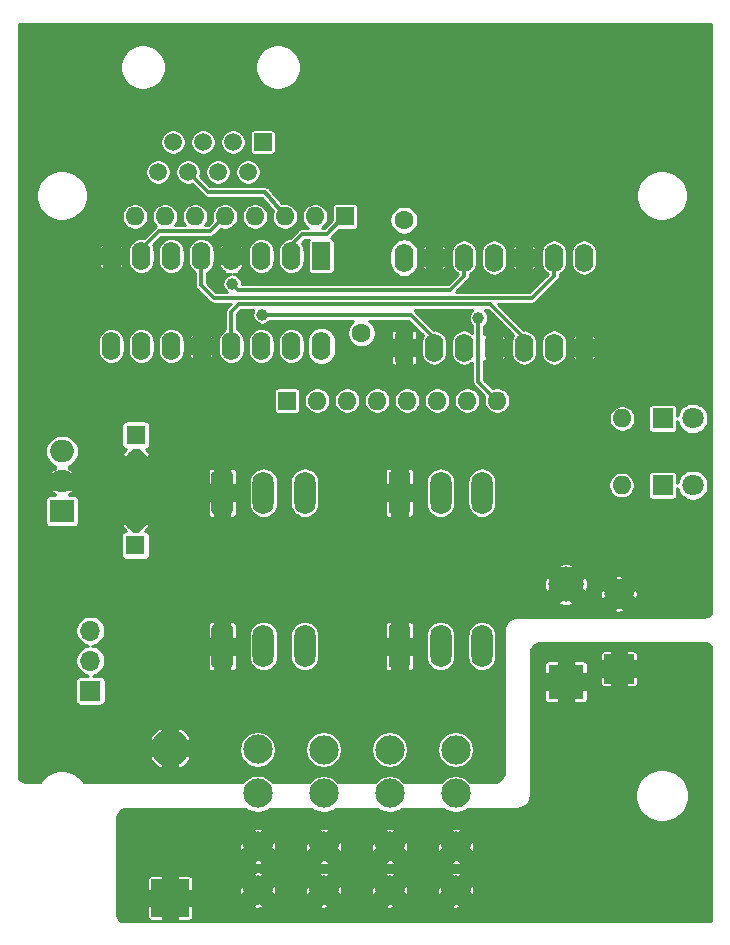
<source format=gbr>
G04 #@! TF.GenerationSoftware,KiCad,Pcbnew,(5.1.9)-1*
G04 #@! TF.CreationDate,2021-01-27T23:50:11-05:00*
G04 #@! TF.ProjectId,Receiver_Out,52656365-6976-4657-925f-4f75742e6b69,v1*
G04 #@! TF.SameCoordinates,Original*
G04 #@! TF.FileFunction,Copper,L2,Bot*
G04 #@! TF.FilePolarity,Positive*
%FSLAX46Y46*%
G04 Gerber Fmt 4.6, Leading zero omitted, Abs format (unit mm)*
G04 Created by KiCad (PCBNEW (5.1.9)-1) date 2021-01-27 23:50:11*
%MOMM*%
%LPD*%
G01*
G04 APERTURE LIST*
G04 #@! TA.AperFunction,ComponentPad*
%ADD10O,3.200000X3.200000*%
G04 #@! TD*
G04 #@! TA.AperFunction,ComponentPad*
%ADD11R,3.200000X3.200000*%
G04 #@! TD*
G04 #@! TA.AperFunction,ComponentPad*
%ADD12O,1.600000X2.400000*%
G04 #@! TD*
G04 #@! TA.AperFunction,ComponentPad*
%ADD13R,1.600000X2.400000*%
G04 #@! TD*
G04 #@! TA.AperFunction,ComponentPad*
%ADD14O,2.000000X1.905000*%
G04 #@! TD*
G04 #@! TA.AperFunction,ComponentPad*
%ADD15R,2.000000X1.905000*%
G04 #@! TD*
G04 #@! TA.AperFunction,ComponentPad*
%ADD16O,1.600000X1.600000*%
G04 #@! TD*
G04 #@! TA.AperFunction,ComponentPad*
%ADD17R,1.600000X1.600000*%
G04 #@! TD*
G04 #@! TA.AperFunction,ComponentPad*
%ADD18C,1.500000*%
G04 #@! TD*
G04 #@! TA.AperFunction,ComponentPad*
%ADD19R,1.500000X1.500000*%
G04 #@! TD*
G04 #@! TA.AperFunction,ComponentPad*
%ADD20O,1.700000X1.700000*%
G04 #@! TD*
G04 #@! TA.AperFunction,ComponentPad*
%ADD21R,1.700000X1.700000*%
G04 #@! TD*
G04 #@! TA.AperFunction,ComponentPad*
%ADD22C,1.600000*%
G04 #@! TD*
G04 #@! TA.AperFunction,ComponentPad*
%ADD23C,2.500000*%
G04 #@! TD*
G04 #@! TA.AperFunction,ComponentPad*
%ADD24R,2.500000X2.500000*%
G04 #@! TD*
G04 #@! TA.AperFunction,ComponentPad*
%ADD25R,3.000000X3.000000*%
G04 #@! TD*
G04 #@! TA.AperFunction,ComponentPad*
%ADD26C,3.000000*%
G04 #@! TD*
G04 #@! TA.AperFunction,ComponentPad*
%ADD27C,1.800000*%
G04 #@! TD*
G04 #@! TA.AperFunction,ComponentPad*
%ADD28R,1.800000X1.800000*%
G04 #@! TD*
G04 #@! TA.AperFunction,ComponentPad*
%ADD29O,1.800000X3.600000*%
G04 #@! TD*
G04 #@! TA.AperFunction,ComponentPad*
%ADD30C,2.475000*%
G04 #@! TD*
G04 #@! TA.AperFunction,ViaPad*
%ADD31C,1.000000*%
G04 #@! TD*
G04 #@! TA.AperFunction,Conductor*
%ADD32C,0.350000*%
G04 #@! TD*
G04 #@! TA.AperFunction,Conductor*
%ADD33C,0.254000*%
G04 #@! TD*
G04 #@! TA.AperFunction,Conductor*
%ADD34C,0.100000*%
G04 #@! TD*
G04 APERTURE END LIST*
D10*
X81901000Y-138217800D03*
D11*
X81901000Y-150917800D03*
D12*
X94701000Y-104187800D03*
X76921000Y-96567800D03*
X92161000Y-104187800D03*
X79461000Y-96567800D03*
X89621000Y-104187800D03*
X82001000Y-96567800D03*
X87081000Y-104187800D03*
X84541000Y-96567800D03*
X84541000Y-104187800D03*
X87081000Y-96567800D03*
X82001000Y-104187800D03*
X89621000Y-96567800D03*
X79461000Y-104187800D03*
X92161000Y-96567800D03*
X76921000Y-104187800D03*
D13*
X94701000Y-96567800D03*
D14*
X72751000Y-113087800D03*
X72751000Y-115627800D03*
D15*
X72751000Y-118167800D03*
D16*
X78921000Y-93217800D03*
X81461000Y-93217800D03*
X84001000Y-93217800D03*
X86541000Y-93217800D03*
X89081000Y-93217800D03*
X91621000Y-93217800D03*
X94161000Y-93217800D03*
D17*
X96701000Y-93217800D03*
D18*
X80861000Y-89457800D03*
X82131000Y-86917800D03*
X83401000Y-89457800D03*
X84671000Y-86917800D03*
X85941000Y-89457800D03*
X87211000Y-86917800D03*
X88481000Y-89457800D03*
D19*
X89751000Y-86917800D03*
D20*
X75151000Y-128287800D03*
X75151000Y-130827800D03*
D21*
X75151000Y-133367800D03*
D22*
X98101000Y-98067800D03*
X98101000Y-103067800D03*
X79001000Y-113717800D03*
D17*
X79001000Y-111717800D03*
D22*
X78951000Y-119067800D03*
D17*
X78951000Y-121067800D03*
D22*
X106701000Y-93517800D03*
X101701000Y-93517800D03*
D23*
X119901000Y-125167800D03*
D24*
X119901000Y-131517800D03*
D25*
X115414800Y-132615760D03*
D26*
X115414800Y-124365840D03*
D12*
X101701000Y-96697800D03*
X116941000Y-104317800D03*
X104241000Y-96697800D03*
X114401000Y-104317800D03*
X106781000Y-96697800D03*
X111861000Y-104317800D03*
X109321000Y-96697800D03*
X109321000Y-104317800D03*
X111861000Y-96697800D03*
X106781000Y-104317800D03*
X114401000Y-96697800D03*
X104241000Y-104317800D03*
X116941000Y-96697800D03*
D13*
X101701000Y-104317800D03*
D16*
X120171000Y-110317800D03*
D22*
X112551000Y-110317800D03*
D27*
X126141000Y-115967800D03*
D28*
X123601000Y-115967800D03*
D27*
X126141000Y-110317800D03*
D28*
X123601000Y-110317800D03*
D16*
X120121000Y-115967800D03*
D22*
X112501000Y-115967800D03*
D29*
X108300000Y-116600000D03*
X104800000Y-116600000D03*
G04 #@! TA.AperFunction,ComponentPad*
G36*
G01*
X100400000Y-118150000D02*
X100400000Y-115050000D01*
G75*
G02*
X100650000Y-114800000I250000J0D01*
G01*
X101950000Y-114800000D01*
G75*
G02*
X102200000Y-115050000I0J-250000D01*
G01*
X102200000Y-118150000D01*
G75*
G02*
X101950000Y-118400000I-250000J0D01*
G01*
X100650000Y-118400000D01*
G75*
G02*
X100400000Y-118150000I0J250000D01*
G01*
G37*
G04 #@! TD.AperFunction*
D30*
X100485000Y-138353600D03*
X100485000Y-150253600D03*
X100485000Y-142053600D03*
X100485000Y-146553600D03*
D16*
X109581000Y-108813600D03*
X107041000Y-108813600D03*
X104501000Y-108813600D03*
X101961000Y-108813600D03*
X99421000Y-108813600D03*
X96881000Y-108813600D03*
X94341000Y-108813600D03*
D17*
X91801000Y-108813600D03*
D29*
X108300000Y-129600000D03*
X104800000Y-129600000D03*
G04 #@! TA.AperFunction,ComponentPad*
G36*
G01*
X100400000Y-131150000D02*
X100400000Y-128050000D01*
G75*
G02*
X100650000Y-127800000I250000J0D01*
G01*
X101950000Y-127800000D01*
G75*
G02*
X102200000Y-128050000I0J-250000D01*
G01*
X102200000Y-131150000D01*
G75*
G02*
X101950000Y-131400000I-250000J0D01*
G01*
X100650000Y-131400000D01*
G75*
G02*
X100400000Y-131150000I0J250000D01*
G01*
G37*
G04 #@! TD.AperFunction*
X93300000Y-129600000D03*
X89800000Y-129600000D03*
G04 #@! TA.AperFunction,ComponentPad*
G36*
G01*
X85400000Y-131150000D02*
X85400000Y-128050000D01*
G75*
G02*
X85650000Y-127800000I250000J0D01*
G01*
X86950000Y-127800000D01*
G75*
G02*
X87200000Y-128050000I0J-250000D01*
G01*
X87200000Y-131150000D01*
G75*
G02*
X86950000Y-131400000I-250000J0D01*
G01*
X85650000Y-131400000D01*
G75*
G02*
X85400000Y-131150000I0J250000D01*
G01*
G37*
G04 #@! TD.AperFunction*
X93300000Y-116600000D03*
X89800000Y-116600000D03*
G04 #@! TA.AperFunction,ComponentPad*
G36*
G01*
X85400000Y-118150000D02*
X85400000Y-115050000D01*
G75*
G02*
X85650000Y-114800000I250000J0D01*
G01*
X86950000Y-114800000D01*
G75*
G02*
X87200000Y-115050000I0J-250000D01*
G01*
X87200000Y-118150000D01*
G75*
G02*
X86950000Y-118400000I-250000J0D01*
G01*
X85650000Y-118400000D01*
G75*
G02*
X85400000Y-118150000I0J250000D01*
G01*
G37*
G04 #@! TD.AperFunction*
D30*
X106073000Y-138353600D03*
X106073000Y-150253600D03*
X106073000Y-142053600D03*
X106073000Y-146553600D03*
X94897000Y-138353600D03*
X94897000Y-150253600D03*
X94897000Y-142053600D03*
X94897000Y-146553600D03*
X89309000Y-138338600D03*
X89309000Y-150238600D03*
X89309000Y-142038600D03*
X89309000Y-146538600D03*
D31*
X108001000Y-101817800D03*
X87151000Y-98917800D03*
X89701000Y-101542821D03*
D32*
X108001000Y-107233600D02*
X109581000Y-108813600D01*
X108001000Y-101817800D02*
X108001000Y-107233600D01*
X87650999Y-99417799D02*
X87151000Y-98917800D01*
X106781000Y-98247800D02*
X105611001Y-99417799D01*
X106781000Y-96697800D02*
X106781000Y-98247800D01*
X105611001Y-99417799D02*
X87650999Y-99417799D01*
X84541000Y-98117800D02*
X84541000Y-96567800D01*
X114401000Y-98247800D02*
X112531000Y-100117800D01*
X112531000Y-100117800D02*
X85601000Y-100117800D01*
X85601000Y-100117800D02*
X84541000Y-99057800D01*
X114401000Y-96697800D02*
X114401000Y-98247800D01*
X84541000Y-99057800D02*
X84541000Y-98117800D01*
X109011011Y-100667811D02*
X111861000Y-103517800D01*
X87081000Y-104187800D02*
X87081000Y-101287800D01*
X87700989Y-100667811D02*
X109011011Y-100667811D01*
X87081000Y-101287800D02*
X87700989Y-100667811D01*
X90408106Y-101542821D02*
X89701000Y-101542821D01*
X102266021Y-101542821D02*
X90408106Y-101542821D01*
X104241000Y-103517800D02*
X102266021Y-101542821D01*
X92161000Y-104187800D02*
X92161000Y-103327800D01*
X89951000Y-91167800D02*
X91621000Y-93217800D01*
X83401000Y-89457800D02*
X85111000Y-91167800D01*
X85111000Y-91167800D02*
X89951000Y-91167800D01*
X79461000Y-95957800D02*
X79461000Y-96567800D01*
X86541000Y-93217800D02*
X85291000Y-94467800D01*
X80951000Y-94467800D02*
X79461000Y-95957800D01*
X85291000Y-94467800D02*
X80951000Y-94467800D01*
X92161000Y-95607800D02*
X92161000Y-96567800D01*
X93101000Y-94667800D02*
X92161000Y-95607800D01*
X96701000Y-93217800D02*
X96601000Y-93217800D01*
X95151000Y-94667800D02*
X93101000Y-94667800D01*
X96601000Y-93217800D02*
X95151000Y-94667800D01*
D33*
X127246189Y-129362176D02*
X127409850Y-129411822D01*
X127560672Y-129492438D01*
X127692870Y-129600930D01*
X127724000Y-129638862D01*
X127724000Y-152796738D01*
X127692870Y-152834670D01*
X127654938Y-152865800D01*
X77722062Y-152865800D01*
X77684130Y-152834670D01*
X77575638Y-152702472D01*
X77495022Y-152551650D01*
X77484754Y-152517800D01*
X79972418Y-152517800D01*
X79978732Y-152581903D01*
X79997430Y-152643543D01*
X80027794Y-152700350D01*
X80068657Y-152750143D01*
X80118450Y-152791006D01*
X80175257Y-152821370D01*
X80236897Y-152840068D01*
X80301000Y-152846382D01*
X81196250Y-152844800D01*
X81278000Y-152763050D01*
X81278000Y-151540800D01*
X82524000Y-151540800D01*
X82524000Y-152763050D01*
X82605750Y-152844800D01*
X83501000Y-152846382D01*
X83565103Y-152840068D01*
X83626743Y-152821370D01*
X83683550Y-152791006D01*
X83733343Y-152750143D01*
X83774206Y-152700350D01*
X83804570Y-152643543D01*
X83823268Y-152581903D01*
X83829582Y-152517800D01*
X83828025Y-151636448D01*
X88792207Y-151636448D01*
X88964635Y-151772489D01*
X89270499Y-151810198D01*
X89577842Y-151787512D01*
X89653365Y-151772489D01*
X89806780Y-151651448D01*
X94380207Y-151651448D01*
X94552635Y-151787489D01*
X94858499Y-151825198D01*
X95165842Y-151802512D01*
X95241365Y-151787489D01*
X95413793Y-151651448D01*
X99968207Y-151651448D01*
X100140635Y-151787489D01*
X100446499Y-151825198D01*
X100753842Y-151802512D01*
X100829365Y-151787489D01*
X101001793Y-151651448D01*
X105556207Y-151651448D01*
X105728635Y-151787489D01*
X106034499Y-151825198D01*
X106341842Y-151802512D01*
X106417365Y-151787489D01*
X106589793Y-151651448D01*
X106073000Y-151134655D01*
X105556207Y-151651448D01*
X101001793Y-151651448D01*
X100485000Y-151134655D01*
X99968207Y-151651448D01*
X95413793Y-151651448D01*
X94897000Y-151134655D01*
X94380207Y-151651448D01*
X89806780Y-151651448D01*
X89825793Y-151636448D01*
X89309000Y-151119655D01*
X88792207Y-151636448D01*
X83828025Y-151636448D01*
X83828000Y-151622550D01*
X83746250Y-151540800D01*
X82524000Y-151540800D01*
X81278000Y-151540800D01*
X80055750Y-151540800D01*
X79974000Y-151622550D01*
X79972418Y-152517800D01*
X77484754Y-152517800D01*
X77445376Y-152387989D01*
X77428000Y-152211566D01*
X77428000Y-149317800D01*
X79972418Y-149317800D01*
X79974000Y-150213050D01*
X80055750Y-150294800D01*
X81278000Y-150294800D01*
X81278000Y-149072550D01*
X82524000Y-149072550D01*
X82524000Y-150294800D01*
X83746250Y-150294800D01*
X83828000Y-150213050D01*
X83828022Y-150200099D01*
X87737402Y-150200099D01*
X87760088Y-150507442D01*
X87775111Y-150582965D01*
X87911152Y-150755393D01*
X88427945Y-150238600D01*
X90190055Y-150238600D01*
X90706848Y-150755393D01*
X90842889Y-150582965D01*
X90880598Y-150277101D01*
X90876022Y-150215099D01*
X93325402Y-150215099D01*
X93348088Y-150522442D01*
X93363111Y-150597965D01*
X93499152Y-150770393D01*
X94015945Y-150253600D01*
X95778055Y-150253600D01*
X96294848Y-150770393D01*
X96430889Y-150597965D01*
X96468598Y-150292101D01*
X96462915Y-150215099D01*
X98913402Y-150215099D01*
X98936088Y-150522442D01*
X98951111Y-150597965D01*
X99087152Y-150770393D01*
X99603945Y-150253600D01*
X101366055Y-150253600D01*
X101882848Y-150770393D01*
X102018889Y-150597965D01*
X102056598Y-150292101D01*
X102050915Y-150215099D01*
X104501402Y-150215099D01*
X104524088Y-150522442D01*
X104539111Y-150597965D01*
X104675152Y-150770393D01*
X105191945Y-150253600D01*
X106954055Y-150253600D01*
X107470848Y-150770393D01*
X107606889Y-150597965D01*
X107644598Y-150292101D01*
X107621912Y-149984758D01*
X107606889Y-149909235D01*
X107470848Y-149736807D01*
X106954055Y-150253600D01*
X105191945Y-150253600D01*
X104675152Y-149736807D01*
X104539111Y-149909235D01*
X104501402Y-150215099D01*
X102050915Y-150215099D01*
X102033912Y-149984758D01*
X102018889Y-149909235D01*
X101882848Y-149736807D01*
X101366055Y-150253600D01*
X99603945Y-150253600D01*
X99087152Y-149736807D01*
X98951111Y-149909235D01*
X98913402Y-150215099D01*
X96462915Y-150215099D01*
X96445912Y-149984758D01*
X96430889Y-149909235D01*
X96294848Y-149736807D01*
X95778055Y-150253600D01*
X94015945Y-150253600D01*
X93499152Y-149736807D01*
X93363111Y-149909235D01*
X93325402Y-150215099D01*
X90876022Y-150215099D01*
X90857912Y-149969758D01*
X90842889Y-149894235D01*
X90706848Y-149721807D01*
X90190055Y-150238600D01*
X88427945Y-150238600D01*
X87911152Y-149721807D01*
X87775111Y-149894235D01*
X87737402Y-150200099D01*
X83828022Y-150200099D01*
X83829582Y-149317800D01*
X83823268Y-149253697D01*
X83804570Y-149192057D01*
X83774206Y-149135250D01*
X83733343Y-149085457D01*
X83683550Y-149044594D01*
X83626743Y-149014230D01*
X83565103Y-148995532D01*
X83501000Y-148989218D01*
X82605750Y-148990800D01*
X82524000Y-149072550D01*
X81278000Y-149072550D01*
X81196250Y-148990800D01*
X80301000Y-148989218D01*
X80236897Y-148995532D01*
X80175257Y-149014230D01*
X80118450Y-149044594D01*
X80068657Y-149085457D01*
X80027794Y-149135250D01*
X79997430Y-149192057D01*
X79978732Y-149253697D01*
X79972418Y-149317800D01*
X77428000Y-149317800D01*
X77428000Y-148840752D01*
X88792207Y-148840752D01*
X89309000Y-149357545D01*
X89810793Y-148855752D01*
X94380207Y-148855752D01*
X94897000Y-149372545D01*
X95413793Y-148855752D01*
X99968207Y-148855752D01*
X100485000Y-149372545D01*
X101001793Y-148855752D01*
X105556207Y-148855752D01*
X106073000Y-149372545D01*
X106589793Y-148855752D01*
X106417365Y-148719711D01*
X106111501Y-148682002D01*
X105804158Y-148704688D01*
X105728635Y-148719711D01*
X105556207Y-148855752D01*
X101001793Y-148855752D01*
X100829365Y-148719711D01*
X100523501Y-148682002D01*
X100216158Y-148704688D01*
X100140635Y-148719711D01*
X99968207Y-148855752D01*
X95413793Y-148855752D01*
X95241365Y-148719711D01*
X94935501Y-148682002D01*
X94628158Y-148704688D01*
X94552635Y-148719711D01*
X94380207Y-148855752D01*
X89810793Y-148855752D01*
X89825793Y-148840752D01*
X89653365Y-148704711D01*
X89347501Y-148667002D01*
X89040158Y-148689688D01*
X88964635Y-148704711D01*
X88792207Y-148840752D01*
X77428000Y-148840752D01*
X77428000Y-147936448D01*
X88792207Y-147936448D01*
X88964635Y-148072489D01*
X89270499Y-148110198D01*
X89577842Y-148087512D01*
X89653365Y-148072489D01*
X89806780Y-147951448D01*
X94380207Y-147951448D01*
X94552635Y-148087489D01*
X94858499Y-148125198D01*
X95165842Y-148102512D01*
X95241365Y-148087489D01*
X95413793Y-147951448D01*
X99968207Y-147951448D01*
X100140635Y-148087489D01*
X100446499Y-148125198D01*
X100753842Y-148102512D01*
X100829365Y-148087489D01*
X101001793Y-147951448D01*
X105556207Y-147951448D01*
X105728635Y-148087489D01*
X106034499Y-148125198D01*
X106341842Y-148102512D01*
X106417365Y-148087489D01*
X106589793Y-147951448D01*
X106073000Y-147434655D01*
X105556207Y-147951448D01*
X101001793Y-147951448D01*
X100485000Y-147434655D01*
X99968207Y-147951448D01*
X95413793Y-147951448D01*
X94897000Y-147434655D01*
X94380207Y-147951448D01*
X89806780Y-147951448D01*
X89825793Y-147936448D01*
X89309000Y-147419655D01*
X88792207Y-147936448D01*
X77428000Y-147936448D01*
X77428000Y-146500099D01*
X87737402Y-146500099D01*
X87760088Y-146807442D01*
X87775111Y-146882965D01*
X87911152Y-147055393D01*
X88427945Y-146538600D01*
X90190055Y-146538600D01*
X90706848Y-147055393D01*
X90842889Y-146882965D01*
X90880598Y-146577101D01*
X90876022Y-146515099D01*
X93325402Y-146515099D01*
X93348088Y-146822442D01*
X93363111Y-146897965D01*
X93499152Y-147070393D01*
X94015945Y-146553600D01*
X95778055Y-146553600D01*
X96294848Y-147070393D01*
X96430889Y-146897965D01*
X96468598Y-146592101D01*
X96462915Y-146515099D01*
X98913402Y-146515099D01*
X98936088Y-146822442D01*
X98951111Y-146897965D01*
X99087152Y-147070393D01*
X99603945Y-146553600D01*
X101366055Y-146553600D01*
X101882848Y-147070393D01*
X102018889Y-146897965D01*
X102056598Y-146592101D01*
X102050915Y-146515099D01*
X104501402Y-146515099D01*
X104524088Y-146822442D01*
X104539111Y-146897965D01*
X104675152Y-147070393D01*
X105191945Y-146553600D01*
X106954055Y-146553600D01*
X107470848Y-147070393D01*
X107606889Y-146897965D01*
X107644598Y-146592101D01*
X107621912Y-146284758D01*
X107606889Y-146209235D01*
X107470848Y-146036807D01*
X106954055Y-146553600D01*
X105191945Y-146553600D01*
X104675152Y-146036807D01*
X104539111Y-146209235D01*
X104501402Y-146515099D01*
X102050915Y-146515099D01*
X102033912Y-146284758D01*
X102018889Y-146209235D01*
X101882848Y-146036807D01*
X101366055Y-146553600D01*
X99603945Y-146553600D01*
X99087152Y-146036807D01*
X98951111Y-146209235D01*
X98913402Y-146515099D01*
X96462915Y-146515099D01*
X96445912Y-146284758D01*
X96430889Y-146209235D01*
X96294848Y-146036807D01*
X95778055Y-146553600D01*
X94015945Y-146553600D01*
X93499152Y-146036807D01*
X93363111Y-146209235D01*
X93325402Y-146515099D01*
X90876022Y-146515099D01*
X90857912Y-146269758D01*
X90842889Y-146194235D01*
X90706848Y-146021807D01*
X90190055Y-146538600D01*
X88427945Y-146538600D01*
X87911152Y-146021807D01*
X87775111Y-146194235D01*
X87737402Y-146500099D01*
X77428000Y-146500099D01*
X77428000Y-145140752D01*
X88792207Y-145140752D01*
X89309000Y-145657545D01*
X89810793Y-145155752D01*
X94380207Y-145155752D01*
X94897000Y-145672545D01*
X95413793Y-145155752D01*
X99968207Y-145155752D01*
X100485000Y-145672545D01*
X101001793Y-145155752D01*
X105556207Y-145155752D01*
X106073000Y-145672545D01*
X106589793Y-145155752D01*
X106417365Y-145019711D01*
X106111501Y-144982002D01*
X105804158Y-145004688D01*
X105728635Y-145019711D01*
X105556207Y-145155752D01*
X101001793Y-145155752D01*
X100829365Y-145019711D01*
X100523501Y-144982002D01*
X100216158Y-145004688D01*
X100140635Y-145019711D01*
X99968207Y-145155752D01*
X95413793Y-145155752D01*
X95241365Y-145019711D01*
X94935501Y-144982002D01*
X94628158Y-145004688D01*
X94552635Y-145019711D01*
X94380207Y-145155752D01*
X89810793Y-145155752D01*
X89825793Y-145140752D01*
X89653365Y-145004711D01*
X89347501Y-144967002D01*
X89040158Y-144989688D01*
X88964635Y-145004711D01*
X88792207Y-145140752D01*
X77428000Y-145140752D01*
X77428000Y-144224034D01*
X77445376Y-144047611D01*
X77495022Y-143883950D01*
X77575638Y-143733128D01*
X77684130Y-143600930D01*
X77816328Y-143492438D01*
X77967150Y-143411822D01*
X78130811Y-143362176D01*
X78307234Y-143344800D01*
X88267845Y-143344800D01*
X88520564Y-143513661D01*
X88823483Y-143639134D01*
X89145061Y-143703100D01*
X89472939Y-143703100D01*
X89794517Y-143639134D01*
X90097436Y-143513661D01*
X90350155Y-143344800D01*
X93834241Y-143344800D01*
X93835943Y-143346502D01*
X94108564Y-143528661D01*
X94411483Y-143654134D01*
X94733061Y-143718100D01*
X95060939Y-143718100D01*
X95382517Y-143654134D01*
X95685436Y-143528661D01*
X95958057Y-143346502D01*
X95959759Y-143344800D01*
X99422241Y-143344800D01*
X99423943Y-143346502D01*
X99696564Y-143528661D01*
X99999483Y-143654134D01*
X100321061Y-143718100D01*
X100648939Y-143718100D01*
X100970517Y-143654134D01*
X101273436Y-143528661D01*
X101546057Y-143346502D01*
X101547759Y-143344800D01*
X105010241Y-143344800D01*
X105011943Y-143346502D01*
X105284564Y-143528661D01*
X105587483Y-143654134D01*
X105909061Y-143718100D01*
X106236939Y-143718100D01*
X106558517Y-143654134D01*
X106861436Y-143528661D01*
X107134057Y-143346502D01*
X107135759Y-143344800D01*
X111301000Y-143344800D01*
X111313448Y-143344188D01*
X111508538Y-143324973D01*
X111532956Y-143320117D01*
X111720549Y-143263212D01*
X111743550Y-143253684D01*
X111916437Y-143161274D01*
X111937138Y-143147442D01*
X112088675Y-143023079D01*
X112106279Y-143005475D01*
X112230642Y-142853938D01*
X112244474Y-142833237D01*
X112336884Y-142660350D01*
X112346412Y-142637349D01*
X112403317Y-142449756D01*
X112408173Y-142425338D01*
X112427388Y-142230248D01*
X112428000Y-142217800D01*
X112428000Y-142015535D01*
X121254000Y-142015535D01*
X121254000Y-142464065D01*
X121341504Y-142903976D01*
X121513149Y-143318364D01*
X121762339Y-143691303D01*
X122079497Y-144008461D01*
X122452436Y-144257651D01*
X122866824Y-144429296D01*
X123306735Y-144516800D01*
X123755265Y-144516800D01*
X124195176Y-144429296D01*
X124609564Y-144257651D01*
X124982503Y-144008461D01*
X125299661Y-143691303D01*
X125548851Y-143318364D01*
X125720496Y-142903976D01*
X125808000Y-142464065D01*
X125808000Y-142015535D01*
X125720496Y-141575624D01*
X125548851Y-141161236D01*
X125299661Y-140788297D01*
X124982503Y-140471139D01*
X124609564Y-140221949D01*
X124195176Y-140050304D01*
X123755265Y-139962800D01*
X123306735Y-139962800D01*
X122866824Y-140050304D01*
X122452436Y-140221949D01*
X122079497Y-140471139D01*
X121762339Y-140788297D01*
X121513149Y-141161236D01*
X121341504Y-141575624D01*
X121254000Y-142015535D01*
X112428000Y-142015535D01*
X112428000Y-134115760D01*
X113586218Y-134115760D01*
X113592532Y-134179863D01*
X113611230Y-134241503D01*
X113641594Y-134298310D01*
X113682457Y-134348103D01*
X113732250Y-134388966D01*
X113789057Y-134419330D01*
X113850697Y-134438028D01*
X113914800Y-134444342D01*
X114710050Y-134442760D01*
X114791800Y-134361010D01*
X114791800Y-133238760D01*
X116037800Y-133238760D01*
X116037800Y-134361010D01*
X116119550Y-134442760D01*
X116914800Y-134444342D01*
X116978903Y-134438028D01*
X117040543Y-134419330D01*
X117097350Y-134388966D01*
X117147143Y-134348103D01*
X117188006Y-134298310D01*
X117218370Y-134241503D01*
X117237068Y-134179863D01*
X117243382Y-134115760D01*
X117241800Y-133320510D01*
X117160050Y-133238760D01*
X116037800Y-133238760D01*
X114791800Y-133238760D01*
X113669550Y-133238760D01*
X113587800Y-133320510D01*
X113586218Y-134115760D01*
X112428000Y-134115760D01*
X112428000Y-132767800D01*
X118322418Y-132767800D01*
X118328732Y-132831903D01*
X118347430Y-132893543D01*
X118377794Y-132950350D01*
X118418657Y-133000143D01*
X118468450Y-133041006D01*
X118525257Y-133071370D01*
X118586897Y-133090068D01*
X118651000Y-133096382D01*
X119196250Y-133094800D01*
X119278000Y-133013050D01*
X119278000Y-132140800D01*
X120524000Y-132140800D01*
X120524000Y-133013050D01*
X120605750Y-133094800D01*
X121151000Y-133096382D01*
X121215103Y-133090068D01*
X121276743Y-133071370D01*
X121333550Y-133041006D01*
X121383343Y-133000143D01*
X121424206Y-132950350D01*
X121454570Y-132893543D01*
X121473268Y-132831903D01*
X121479582Y-132767800D01*
X121478000Y-132222550D01*
X121396250Y-132140800D01*
X120524000Y-132140800D01*
X119278000Y-132140800D01*
X118405750Y-132140800D01*
X118324000Y-132222550D01*
X118322418Y-132767800D01*
X112428000Y-132767800D01*
X112428000Y-131115760D01*
X113586218Y-131115760D01*
X113587800Y-131911010D01*
X113669550Y-131992760D01*
X114791800Y-131992760D01*
X114791800Y-130870510D01*
X116037800Y-130870510D01*
X116037800Y-131992760D01*
X117160050Y-131992760D01*
X117241800Y-131911010D01*
X117243382Y-131115760D01*
X117237068Y-131051657D01*
X117218370Y-130990017D01*
X117188006Y-130933210D01*
X117147143Y-130883417D01*
X117097350Y-130842554D01*
X117040543Y-130812190D01*
X116978903Y-130793492D01*
X116914800Y-130787178D01*
X116119550Y-130788760D01*
X116037800Y-130870510D01*
X114791800Y-130870510D01*
X114710050Y-130788760D01*
X113914800Y-130787178D01*
X113850697Y-130793492D01*
X113789057Y-130812190D01*
X113732250Y-130842554D01*
X113682457Y-130883417D01*
X113641594Y-130933210D01*
X113611230Y-130990017D01*
X113592532Y-131051657D01*
X113586218Y-131115760D01*
X112428000Y-131115760D01*
X112428000Y-130267800D01*
X118322418Y-130267800D01*
X118324000Y-130813050D01*
X118405750Y-130894800D01*
X119278000Y-130894800D01*
X119278000Y-130022550D01*
X120524000Y-130022550D01*
X120524000Y-130894800D01*
X121396250Y-130894800D01*
X121478000Y-130813050D01*
X121479582Y-130267800D01*
X121473268Y-130203697D01*
X121454570Y-130142057D01*
X121424206Y-130085250D01*
X121383343Y-130035457D01*
X121333550Y-129994594D01*
X121276743Y-129964230D01*
X121215103Y-129945532D01*
X121151000Y-129939218D01*
X120605750Y-129940800D01*
X120524000Y-130022550D01*
X119278000Y-130022550D01*
X119196250Y-129940800D01*
X118651000Y-129939218D01*
X118586897Y-129945532D01*
X118525257Y-129964230D01*
X118468450Y-129994594D01*
X118418657Y-130035457D01*
X118377794Y-130085250D01*
X118347430Y-130142057D01*
X118328732Y-130203697D01*
X118322418Y-130267800D01*
X112428000Y-130267800D01*
X112428000Y-130224034D01*
X112445376Y-130047611D01*
X112495022Y-129883950D01*
X112575638Y-129733128D01*
X112684130Y-129600930D01*
X112816328Y-129492438D01*
X112967150Y-129411822D01*
X113130811Y-129362176D01*
X113307234Y-129344800D01*
X127069766Y-129344800D01*
X127246189Y-129362176D01*
G04 #@! TA.AperFunction,Conductor*
D34*
G36*
X127246189Y-129362176D02*
G01*
X127409850Y-129411822D01*
X127560672Y-129492438D01*
X127692870Y-129600930D01*
X127724000Y-129638862D01*
X127724000Y-152796738D01*
X127692870Y-152834670D01*
X127654938Y-152865800D01*
X77722062Y-152865800D01*
X77684130Y-152834670D01*
X77575638Y-152702472D01*
X77495022Y-152551650D01*
X77484754Y-152517800D01*
X79972418Y-152517800D01*
X79978732Y-152581903D01*
X79997430Y-152643543D01*
X80027794Y-152700350D01*
X80068657Y-152750143D01*
X80118450Y-152791006D01*
X80175257Y-152821370D01*
X80236897Y-152840068D01*
X80301000Y-152846382D01*
X81196250Y-152844800D01*
X81278000Y-152763050D01*
X81278000Y-151540800D01*
X82524000Y-151540800D01*
X82524000Y-152763050D01*
X82605750Y-152844800D01*
X83501000Y-152846382D01*
X83565103Y-152840068D01*
X83626743Y-152821370D01*
X83683550Y-152791006D01*
X83733343Y-152750143D01*
X83774206Y-152700350D01*
X83804570Y-152643543D01*
X83823268Y-152581903D01*
X83829582Y-152517800D01*
X83828025Y-151636448D01*
X88792207Y-151636448D01*
X88964635Y-151772489D01*
X89270499Y-151810198D01*
X89577842Y-151787512D01*
X89653365Y-151772489D01*
X89806780Y-151651448D01*
X94380207Y-151651448D01*
X94552635Y-151787489D01*
X94858499Y-151825198D01*
X95165842Y-151802512D01*
X95241365Y-151787489D01*
X95413793Y-151651448D01*
X99968207Y-151651448D01*
X100140635Y-151787489D01*
X100446499Y-151825198D01*
X100753842Y-151802512D01*
X100829365Y-151787489D01*
X101001793Y-151651448D01*
X105556207Y-151651448D01*
X105728635Y-151787489D01*
X106034499Y-151825198D01*
X106341842Y-151802512D01*
X106417365Y-151787489D01*
X106589793Y-151651448D01*
X106073000Y-151134655D01*
X105556207Y-151651448D01*
X101001793Y-151651448D01*
X100485000Y-151134655D01*
X99968207Y-151651448D01*
X95413793Y-151651448D01*
X94897000Y-151134655D01*
X94380207Y-151651448D01*
X89806780Y-151651448D01*
X89825793Y-151636448D01*
X89309000Y-151119655D01*
X88792207Y-151636448D01*
X83828025Y-151636448D01*
X83828000Y-151622550D01*
X83746250Y-151540800D01*
X82524000Y-151540800D01*
X81278000Y-151540800D01*
X80055750Y-151540800D01*
X79974000Y-151622550D01*
X79972418Y-152517800D01*
X77484754Y-152517800D01*
X77445376Y-152387989D01*
X77428000Y-152211566D01*
X77428000Y-149317800D01*
X79972418Y-149317800D01*
X79974000Y-150213050D01*
X80055750Y-150294800D01*
X81278000Y-150294800D01*
X81278000Y-149072550D01*
X82524000Y-149072550D01*
X82524000Y-150294800D01*
X83746250Y-150294800D01*
X83828000Y-150213050D01*
X83828022Y-150200099D01*
X87737402Y-150200099D01*
X87760088Y-150507442D01*
X87775111Y-150582965D01*
X87911152Y-150755393D01*
X88427945Y-150238600D01*
X90190055Y-150238600D01*
X90706848Y-150755393D01*
X90842889Y-150582965D01*
X90880598Y-150277101D01*
X90876022Y-150215099D01*
X93325402Y-150215099D01*
X93348088Y-150522442D01*
X93363111Y-150597965D01*
X93499152Y-150770393D01*
X94015945Y-150253600D01*
X95778055Y-150253600D01*
X96294848Y-150770393D01*
X96430889Y-150597965D01*
X96468598Y-150292101D01*
X96462915Y-150215099D01*
X98913402Y-150215099D01*
X98936088Y-150522442D01*
X98951111Y-150597965D01*
X99087152Y-150770393D01*
X99603945Y-150253600D01*
X101366055Y-150253600D01*
X101882848Y-150770393D01*
X102018889Y-150597965D01*
X102056598Y-150292101D01*
X102050915Y-150215099D01*
X104501402Y-150215099D01*
X104524088Y-150522442D01*
X104539111Y-150597965D01*
X104675152Y-150770393D01*
X105191945Y-150253600D01*
X106954055Y-150253600D01*
X107470848Y-150770393D01*
X107606889Y-150597965D01*
X107644598Y-150292101D01*
X107621912Y-149984758D01*
X107606889Y-149909235D01*
X107470848Y-149736807D01*
X106954055Y-150253600D01*
X105191945Y-150253600D01*
X104675152Y-149736807D01*
X104539111Y-149909235D01*
X104501402Y-150215099D01*
X102050915Y-150215099D01*
X102033912Y-149984758D01*
X102018889Y-149909235D01*
X101882848Y-149736807D01*
X101366055Y-150253600D01*
X99603945Y-150253600D01*
X99087152Y-149736807D01*
X98951111Y-149909235D01*
X98913402Y-150215099D01*
X96462915Y-150215099D01*
X96445912Y-149984758D01*
X96430889Y-149909235D01*
X96294848Y-149736807D01*
X95778055Y-150253600D01*
X94015945Y-150253600D01*
X93499152Y-149736807D01*
X93363111Y-149909235D01*
X93325402Y-150215099D01*
X90876022Y-150215099D01*
X90857912Y-149969758D01*
X90842889Y-149894235D01*
X90706848Y-149721807D01*
X90190055Y-150238600D01*
X88427945Y-150238600D01*
X87911152Y-149721807D01*
X87775111Y-149894235D01*
X87737402Y-150200099D01*
X83828022Y-150200099D01*
X83829582Y-149317800D01*
X83823268Y-149253697D01*
X83804570Y-149192057D01*
X83774206Y-149135250D01*
X83733343Y-149085457D01*
X83683550Y-149044594D01*
X83626743Y-149014230D01*
X83565103Y-148995532D01*
X83501000Y-148989218D01*
X82605750Y-148990800D01*
X82524000Y-149072550D01*
X81278000Y-149072550D01*
X81196250Y-148990800D01*
X80301000Y-148989218D01*
X80236897Y-148995532D01*
X80175257Y-149014230D01*
X80118450Y-149044594D01*
X80068657Y-149085457D01*
X80027794Y-149135250D01*
X79997430Y-149192057D01*
X79978732Y-149253697D01*
X79972418Y-149317800D01*
X77428000Y-149317800D01*
X77428000Y-148840752D01*
X88792207Y-148840752D01*
X89309000Y-149357545D01*
X89810793Y-148855752D01*
X94380207Y-148855752D01*
X94897000Y-149372545D01*
X95413793Y-148855752D01*
X99968207Y-148855752D01*
X100485000Y-149372545D01*
X101001793Y-148855752D01*
X105556207Y-148855752D01*
X106073000Y-149372545D01*
X106589793Y-148855752D01*
X106417365Y-148719711D01*
X106111501Y-148682002D01*
X105804158Y-148704688D01*
X105728635Y-148719711D01*
X105556207Y-148855752D01*
X101001793Y-148855752D01*
X100829365Y-148719711D01*
X100523501Y-148682002D01*
X100216158Y-148704688D01*
X100140635Y-148719711D01*
X99968207Y-148855752D01*
X95413793Y-148855752D01*
X95241365Y-148719711D01*
X94935501Y-148682002D01*
X94628158Y-148704688D01*
X94552635Y-148719711D01*
X94380207Y-148855752D01*
X89810793Y-148855752D01*
X89825793Y-148840752D01*
X89653365Y-148704711D01*
X89347501Y-148667002D01*
X89040158Y-148689688D01*
X88964635Y-148704711D01*
X88792207Y-148840752D01*
X77428000Y-148840752D01*
X77428000Y-147936448D01*
X88792207Y-147936448D01*
X88964635Y-148072489D01*
X89270499Y-148110198D01*
X89577842Y-148087512D01*
X89653365Y-148072489D01*
X89806780Y-147951448D01*
X94380207Y-147951448D01*
X94552635Y-148087489D01*
X94858499Y-148125198D01*
X95165842Y-148102512D01*
X95241365Y-148087489D01*
X95413793Y-147951448D01*
X99968207Y-147951448D01*
X100140635Y-148087489D01*
X100446499Y-148125198D01*
X100753842Y-148102512D01*
X100829365Y-148087489D01*
X101001793Y-147951448D01*
X105556207Y-147951448D01*
X105728635Y-148087489D01*
X106034499Y-148125198D01*
X106341842Y-148102512D01*
X106417365Y-148087489D01*
X106589793Y-147951448D01*
X106073000Y-147434655D01*
X105556207Y-147951448D01*
X101001793Y-147951448D01*
X100485000Y-147434655D01*
X99968207Y-147951448D01*
X95413793Y-147951448D01*
X94897000Y-147434655D01*
X94380207Y-147951448D01*
X89806780Y-147951448D01*
X89825793Y-147936448D01*
X89309000Y-147419655D01*
X88792207Y-147936448D01*
X77428000Y-147936448D01*
X77428000Y-146500099D01*
X87737402Y-146500099D01*
X87760088Y-146807442D01*
X87775111Y-146882965D01*
X87911152Y-147055393D01*
X88427945Y-146538600D01*
X90190055Y-146538600D01*
X90706848Y-147055393D01*
X90842889Y-146882965D01*
X90880598Y-146577101D01*
X90876022Y-146515099D01*
X93325402Y-146515099D01*
X93348088Y-146822442D01*
X93363111Y-146897965D01*
X93499152Y-147070393D01*
X94015945Y-146553600D01*
X95778055Y-146553600D01*
X96294848Y-147070393D01*
X96430889Y-146897965D01*
X96468598Y-146592101D01*
X96462915Y-146515099D01*
X98913402Y-146515099D01*
X98936088Y-146822442D01*
X98951111Y-146897965D01*
X99087152Y-147070393D01*
X99603945Y-146553600D01*
X101366055Y-146553600D01*
X101882848Y-147070393D01*
X102018889Y-146897965D01*
X102056598Y-146592101D01*
X102050915Y-146515099D01*
X104501402Y-146515099D01*
X104524088Y-146822442D01*
X104539111Y-146897965D01*
X104675152Y-147070393D01*
X105191945Y-146553600D01*
X106954055Y-146553600D01*
X107470848Y-147070393D01*
X107606889Y-146897965D01*
X107644598Y-146592101D01*
X107621912Y-146284758D01*
X107606889Y-146209235D01*
X107470848Y-146036807D01*
X106954055Y-146553600D01*
X105191945Y-146553600D01*
X104675152Y-146036807D01*
X104539111Y-146209235D01*
X104501402Y-146515099D01*
X102050915Y-146515099D01*
X102033912Y-146284758D01*
X102018889Y-146209235D01*
X101882848Y-146036807D01*
X101366055Y-146553600D01*
X99603945Y-146553600D01*
X99087152Y-146036807D01*
X98951111Y-146209235D01*
X98913402Y-146515099D01*
X96462915Y-146515099D01*
X96445912Y-146284758D01*
X96430889Y-146209235D01*
X96294848Y-146036807D01*
X95778055Y-146553600D01*
X94015945Y-146553600D01*
X93499152Y-146036807D01*
X93363111Y-146209235D01*
X93325402Y-146515099D01*
X90876022Y-146515099D01*
X90857912Y-146269758D01*
X90842889Y-146194235D01*
X90706848Y-146021807D01*
X90190055Y-146538600D01*
X88427945Y-146538600D01*
X87911152Y-146021807D01*
X87775111Y-146194235D01*
X87737402Y-146500099D01*
X77428000Y-146500099D01*
X77428000Y-145140752D01*
X88792207Y-145140752D01*
X89309000Y-145657545D01*
X89810793Y-145155752D01*
X94380207Y-145155752D01*
X94897000Y-145672545D01*
X95413793Y-145155752D01*
X99968207Y-145155752D01*
X100485000Y-145672545D01*
X101001793Y-145155752D01*
X105556207Y-145155752D01*
X106073000Y-145672545D01*
X106589793Y-145155752D01*
X106417365Y-145019711D01*
X106111501Y-144982002D01*
X105804158Y-145004688D01*
X105728635Y-145019711D01*
X105556207Y-145155752D01*
X101001793Y-145155752D01*
X100829365Y-145019711D01*
X100523501Y-144982002D01*
X100216158Y-145004688D01*
X100140635Y-145019711D01*
X99968207Y-145155752D01*
X95413793Y-145155752D01*
X95241365Y-145019711D01*
X94935501Y-144982002D01*
X94628158Y-145004688D01*
X94552635Y-145019711D01*
X94380207Y-145155752D01*
X89810793Y-145155752D01*
X89825793Y-145140752D01*
X89653365Y-145004711D01*
X89347501Y-144967002D01*
X89040158Y-144989688D01*
X88964635Y-145004711D01*
X88792207Y-145140752D01*
X77428000Y-145140752D01*
X77428000Y-144224034D01*
X77445376Y-144047611D01*
X77495022Y-143883950D01*
X77575638Y-143733128D01*
X77684130Y-143600930D01*
X77816328Y-143492438D01*
X77967150Y-143411822D01*
X78130811Y-143362176D01*
X78307234Y-143344800D01*
X88267845Y-143344800D01*
X88520564Y-143513661D01*
X88823483Y-143639134D01*
X89145061Y-143703100D01*
X89472939Y-143703100D01*
X89794517Y-143639134D01*
X90097436Y-143513661D01*
X90350155Y-143344800D01*
X93834241Y-143344800D01*
X93835943Y-143346502D01*
X94108564Y-143528661D01*
X94411483Y-143654134D01*
X94733061Y-143718100D01*
X95060939Y-143718100D01*
X95382517Y-143654134D01*
X95685436Y-143528661D01*
X95958057Y-143346502D01*
X95959759Y-143344800D01*
X99422241Y-143344800D01*
X99423943Y-143346502D01*
X99696564Y-143528661D01*
X99999483Y-143654134D01*
X100321061Y-143718100D01*
X100648939Y-143718100D01*
X100970517Y-143654134D01*
X101273436Y-143528661D01*
X101546057Y-143346502D01*
X101547759Y-143344800D01*
X105010241Y-143344800D01*
X105011943Y-143346502D01*
X105284564Y-143528661D01*
X105587483Y-143654134D01*
X105909061Y-143718100D01*
X106236939Y-143718100D01*
X106558517Y-143654134D01*
X106861436Y-143528661D01*
X107134057Y-143346502D01*
X107135759Y-143344800D01*
X111301000Y-143344800D01*
X111313448Y-143344188D01*
X111508538Y-143324973D01*
X111532956Y-143320117D01*
X111720549Y-143263212D01*
X111743550Y-143253684D01*
X111916437Y-143161274D01*
X111937138Y-143147442D01*
X112088675Y-143023079D01*
X112106279Y-143005475D01*
X112230642Y-142853938D01*
X112244474Y-142833237D01*
X112336884Y-142660350D01*
X112346412Y-142637349D01*
X112403317Y-142449756D01*
X112408173Y-142425338D01*
X112427388Y-142230248D01*
X112428000Y-142217800D01*
X112428000Y-142015535D01*
X121254000Y-142015535D01*
X121254000Y-142464065D01*
X121341504Y-142903976D01*
X121513149Y-143318364D01*
X121762339Y-143691303D01*
X122079497Y-144008461D01*
X122452436Y-144257651D01*
X122866824Y-144429296D01*
X123306735Y-144516800D01*
X123755265Y-144516800D01*
X124195176Y-144429296D01*
X124609564Y-144257651D01*
X124982503Y-144008461D01*
X125299661Y-143691303D01*
X125548851Y-143318364D01*
X125720496Y-142903976D01*
X125808000Y-142464065D01*
X125808000Y-142015535D01*
X125720496Y-141575624D01*
X125548851Y-141161236D01*
X125299661Y-140788297D01*
X124982503Y-140471139D01*
X124609564Y-140221949D01*
X124195176Y-140050304D01*
X123755265Y-139962800D01*
X123306735Y-139962800D01*
X122866824Y-140050304D01*
X122452436Y-140221949D01*
X122079497Y-140471139D01*
X121762339Y-140788297D01*
X121513149Y-141161236D01*
X121341504Y-141575624D01*
X121254000Y-142015535D01*
X112428000Y-142015535D01*
X112428000Y-134115760D01*
X113586218Y-134115760D01*
X113592532Y-134179863D01*
X113611230Y-134241503D01*
X113641594Y-134298310D01*
X113682457Y-134348103D01*
X113732250Y-134388966D01*
X113789057Y-134419330D01*
X113850697Y-134438028D01*
X113914800Y-134444342D01*
X114710050Y-134442760D01*
X114791800Y-134361010D01*
X114791800Y-133238760D01*
X116037800Y-133238760D01*
X116037800Y-134361010D01*
X116119550Y-134442760D01*
X116914800Y-134444342D01*
X116978903Y-134438028D01*
X117040543Y-134419330D01*
X117097350Y-134388966D01*
X117147143Y-134348103D01*
X117188006Y-134298310D01*
X117218370Y-134241503D01*
X117237068Y-134179863D01*
X117243382Y-134115760D01*
X117241800Y-133320510D01*
X117160050Y-133238760D01*
X116037800Y-133238760D01*
X114791800Y-133238760D01*
X113669550Y-133238760D01*
X113587800Y-133320510D01*
X113586218Y-134115760D01*
X112428000Y-134115760D01*
X112428000Y-132767800D01*
X118322418Y-132767800D01*
X118328732Y-132831903D01*
X118347430Y-132893543D01*
X118377794Y-132950350D01*
X118418657Y-133000143D01*
X118468450Y-133041006D01*
X118525257Y-133071370D01*
X118586897Y-133090068D01*
X118651000Y-133096382D01*
X119196250Y-133094800D01*
X119278000Y-133013050D01*
X119278000Y-132140800D01*
X120524000Y-132140800D01*
X120524000Y-133013050D01*
X120605750Y-133094800D01*
X121151000Y-133096382D01*
X121215103Y-133090068D01*
X121276743Y-133071370D01*
X121333550Y-133041006D01*
X121383343Y-133000143D01*
X121424206Y-132950350D01*
X121454570Y-132893543D01*
X121473268Y-132831903D01*
X121479582Y-132767800D01*
X121478000Y-132222550D01*
X121396250Y-132140800D01*
X120524000Y-132140800D01*
X119278000Y-132140800D01*
X118405750Y-132140800D01*
X118324000Y-132222550D01*
X118322418Y-132767800D01*
X112428000Y-132767800D01*
X112428000Y-131115760D01*
X113586218Y-131115760D01*
X113587800Y-131911010D01*
X113669550Y-131992760D01*
X114791800Y-131992760D01*
X114791800Y-130870510D01*
X116037800Y-130870510D01*
X116037800Y-131992760D01*
X117160050Y-131992760D01*
X117241800Y-131911010D01*
X117243382Y-131115760D01*
X117237068Y-131051657D01*
X117218370Y-130990017D01*
X117188006Y-130933210D01*
X117147143Y-130883417D01*
X117097350Y-130842554D01*
X117040543Y-130812190D01*
X116978903Y-130793492D01*
X116914800Y-130787178D01*
X116119550Y-130788760D01*
X116037800Y-130870510D01*
X114791800Y-130870510D01*
X114710050Y-130788760D01*
X113914800Y-130787178D01*
X113850697Y-130793492D01*
X113789057Y-130812190D01*
X113732250Y-130842554D01*
X113682457Y-130883417D01*
X113641594Y-130933210D01*
X113611230Y-130990017D01*
X113592532Y-131051657D01*
X113586218Y-131115760D01*
X112428000Y-131115760D01*
X112428000Y-130267800D01*
X118322418Y-130267800D01*
X118324000Y-130813050D01*
X118405750Y-130894800D01*
X119278000Y-130894800D01*
X119278000Y-130022550D01*
X120524000Y-130022550D01*
X120524000Y-130894800D01*
X121396250Y-130894800D01*
X121478000Y-130813050D01*
X121479582Y-130267800D01*
X121473268Y-130203697D01*
X121454570Y-130142057D01*
X121424206Y-130085250D01*
X121383343Y-130035457D01*
X121333550Y-129994594D01*
X121276743Y-129964230D01*
X121215103Y-129945532D01*
X121151000Y-129939218D01*
X120605750Y-129940800D01*
X120524000Y-130022550D01*
X119278000Y-130022550D01*
X119196250Y-129940800D01*
X118651000Y-129939218D01*
X118586897Y-129945532D01*
X118525257Y-129964230D01*
X118468450Y-129994594D01*
X118418657Y-130035457D01*
X118377794Y-130085250D01*
X118347430Y-130142057D01*
X118328732Y-130203697D01*
X118322418Y-130267800D01*
X112428000Y-130267800D01*
X112428000Y-130224034D01*
X112445376Y-130047611D01*
X112495022Y-129883950D01*
X112575638Y-129733128D01*
X112684130Y-129600930D01*
X112816328Y-129492438D01*
X112967150Y-129411822D01*
X113130811Y-129362176D01*
X113307234Y-129344800D01*
X127069766Y-129344800D01*
X127246189Y-129362176D01*
G37*
G04 #@! TD.AperFunction*
D33*
X127654920Y-76919786D02*
X127692870Y-76950930D01*
X127724001Y-76988863D01*
X127724000Y-126796738D01*
X127692870Y-126834670D01*
X127560672Y-126943162D01*
X127409850Y-127023778D01*
X127246189Y-127073424D01*
X127069766Y-127090800D01*
X111301000Y-127090800D01*
X111288552Y-127091412D01*
X111093462Y-127110627D01*
X111069044Y-127115483D01*
X110881451Y-127172388D01*
X110858450Y-127181916D01*
X110685563Y-127274326D01*
X110664862Y-127288158D01*
X110513325Y-127412521D01*
X110495721Y-127430125D01*
X110371358Y-127581662D01*
X110357526Y-127602363D01*
X110265116Y-127775250D01*
X110255588Y-127798251D01*
X110198683Y-127985844D01*
X110193827Y-128010262D01*
X110174612Y-128205352D01*
X110174000Y-128217800D01*
X110174000Y-140211566D01*
X110156624Y-140387989D01*
X110106978Y-140551650D01*
X110026362Y-140702472D01*
X109917870Y-140834670D01*
X109785672Y-140943162D01*
X109634850Y-141023778D01*
X109471189Y-141073424D01*
X109294766Y-141090800D01*
X107311286Y-141090800D01*
X107288227Y-141056289D01*
X107070311Y-140838373D01*
X106814069Y-140667158D01*
X106529348Y-140549223D01*
X106227090Y-140489100D01*
X105918910Y-140489100D01*
X105616652Y-140549223D01*
X105331931Y-140667158D01*
X105075689Y-140838373D01*
X104857773Y-141056289D01*
X104834714Y-141090800D01*
X101723286Y-141090800D01*
X101700227Y-141056289D01*
X101482311Y-140838373D01*
X101226069Y-140667158D01*
X100941348Y-140549223D01*
X100639090Y-140489100D01*
X100330910Y-140489100D01*
X100028652Y-140549223D01*
X99743931Y-140667158D01*
X99487689Y-140838373D01*
X99269773Y-141056289D01*
X99246714Y-141090800D01*
X96135286Y-141090800D01*
X96112227Y-141056289D01*
X95894311Y-140838373D01*
X95638069Y-140667158D01*
X95353348Y-140549223D01*
X95051090Y-140489100D01*
X94742910Y-140489100D01*
X94440652Y-140549223D01*
X94155931Y-140667158D01*
X93899689Y-140838373D01*
X93681773Y-141056289D01*
X93658714Y-141090800D01*
X90557309Y-141090800D01*
X90524227Y-141041289D01*
X90306311Y-140823373D01*
X90050069Y-140652158D01*
X89765348Y-140534223D01*
X89463090Y-140474100D01*
X89154910Y-140474100D01*
X88852652Y-140534223D01*
X88567931Y-140652158D01*
X88311689Y-140823373D01*
X88093773Y-141041289D01*
X88060691Y-141090800D01*
X74581519Y-141090800D01*
X74421987Y-140852043D01*
X74118757Y-140548813D01*
X73762196Y-140310567D01*
X73366008Y-140146460D01*
X72945416Y-140062800D01*
X72516584Y-140062800D01*
X72095992Y-140146460D01*
X71699804Y-140310567D01*
X71343243Y-140548813D01*
X71040013Y-140852043D01*
X70880481Y-141090800D01*
X69757234Y-141090800D01*
X69580811Y-141073424D01*
X69417150Y-141023778D01*
X69266328Y-140943162D01*
X69134130Y-140834670D01*
X69102027Y-140795553D01*
X69101875Y-138840800D01*
X80159218Y-138840800D01*
X80197377Y-139118393D01*
X80405809Y-139433449D01*
X80671700Y-139701788D01*
X80984832Y-139913098D01*
X81000410Y-139921404D01*
X81278000Y-139954699D01*
X81278000Y-138840800D01*
X82524000Y-138840800D01*
X82524000Y-139954699D01*
X82801590Y-139921404D01*
X82817168Y-139913098D01*
X83130300Y-139701788D01*
X83396191Y-139433449D01*
X83604623Y-139118393D01*
X83642782Y-138840800D01*
X82524000Y-138840800D01*
X81278000Y-138840800D01*
X80159218Y-138840800D01*
X69101875Y-138840800D01*
X69101824Y-138184510D01*
X87744500Y-138184510D01*
X87744500Y-138492690D01*
X87804623Y-138794948D01*
X87922558Y-139079669D01*
X88093773Y-139335911D01*
X88311689Y-139553827D01*
X88567931Y-139725042D01*
X88852652Y-139842977D01*
X89154910Y-139903100D01*
X89463090Y-139903100D01*
X89765348Y-139842977D01*
X90050069Y-139725042D01*
X90306311Y-139553827D01*
X90524227Y-139335911D01*
X90695442Y-139079669D01*
X90813377Y-138794948D01*
X90873500Y-138492690D01*
X90873500Y-138199510D01*
X93332500Y-138199510D01*
X93332500Y-138507690D01*
X93392623Y-138809948D01*
X93510558Y-139094669D01*
X93681773Y-139350911D01*
X93899689Y-139568827D01*
X94155931Y-139740042D01*
X94440652Y-139857977D01*
X94742910Y-139918100D01*
X95051090Y-139918100D01*
X95353348Y-139857977D01*
X95638069Y-139740042D01*
X95894311Y-139568827D01*
X96112227Y-139350911D01*
X96283442Y-139094669D01*
X96401377Y-138809948D01*
X96461500Y-138507690D01*
X96461500Y-138199510D01*
X98920500Y-138199510D01*
X98920500Y-138507690D01*
X98980623Y-138809948D01*
X99098558Y-139094669D01*
X99269773Y-139350911D01*
X99487689Y-139568827D01*
X99743931Y-139740042D01*
X100028652Y-139857977D01*
X100330910Y-139918100D01*
X100639090Y-139918100D01*
X100941348Y-139857977D01*
X101226069Y-139740042D01*
X101482311Y-139568827D01*
X101700227Y-139350911D01*
X101871442Y-139094669D01*
X101989377Y-138809948D01*
X102049500Y-138507690D01*
X102049500Y-138199510D01*
X104508500Y-138199510D01*
X104508500Y-138507690D01*
X104568623Y-138809948D01*
X104686558Y-139094669D01*
X104857773Y-139350911D01*
X105075689Y-139568827D01*
X105331931Y-139740042D01*
X105616652Y-139857977D01*
X105918910Y-139918100D01*
X106227090Y-139918100D01*
X106529348Y-139857977D01*
X106814069Y-139740042D01*
X107070311Y-139568827D01*
X107288227Y-139350911D01*
X107459442Y-139094669D01*
X107577377Y-138809948D01*
X107637500Y-138507690D01*
X107637500Y-138199510D01*
X107577377Y-137897252D01*
X107459442Y-137612531D01*
X107288227Y-137356289D01*
X107070311Y-137138373D01*
X106814069Y-136967158D01*
X106529348Y-136849223D01*
X106227090Y-136789100D01*
X105918910Y-136789100D01*
X105616652Y-136849223D01*
X105331931Y-136967158D01*
X105075689Y-137138373D01*
X104857773Y-137356289D01*
X104686558Y-137612531D01*
X104568623Y-137897252D01*
X104508500Y-138199510D01*
X102049500Y-138199510D01*
X101989377Y-137897252D01*
X101871442Y-137612531D01*
X101700227Y-137356289D01*
X101482311Y-137138373D01*
X101226069Y-136967158D01*
X100941348Y-136849223D01*
X100639090Y-136789100D01*
X100330910Y-136789100D01*
X100028652Y-136849223D01*
X99743931Y-136967158D01*
X99487689Y-137138373D01*
X99269773Y-137356289D01*
X99098558Y-137612531D01*
X98980623Y-137897252D01*
X98920500Y-138199510D01*
X96461500Y-138199510D01*
X96401377Y-137897252D01*
X96283442Y-137612531D01*
X96112227Y-137356289D01*
X95894311Y-137138373D01*
X95638069Y-136967158D01*
X95353348Y-136849223D01*
X95051090Y-136789100D01*
X94742910Y-136789100D01*
X94440652Y-136849223D01*
X94155931Y-136967158D01*
X93899689Y-137138373D01*
X93681773Y-137356289D01*
X93510558Y-137612531D01*
X93392623Y-137897252D01*
X93332500Y-138199510D01*
X90873500Y-138199510D01*
X90873500Y-138184510D01*
X90813377Y-137882252D01*
X90695442Y-137597531D01*
X90524227Y-137341289D01*
X90306311Y-137123373D01*
X90050069Y-136952158D01*
X89765348Y-136834223D01*
X89463090Y-136774100D01*
X89154910Y-136774100D01*
X88852652Y-136834223D01*
X88567931Y-136952158D01*
X88311689Y-137123373D01*
X88093773Y-137341289D01*
X87922558Y-137597531D01*
X87804623Y-137882252D01*
X87744500Y-138184510D01*
X69101824Y-138184510D01*
X69101778Y-137594800D01*
X80159218Y-137594800D01*
X81278000Y-137594800D01*
X82524000Y-137594800D01*
X83642782Y-137594800D01*
X83604623Y-137317207D01*
X83396191Y-137002151D01*
X83130300Y-136733812D01*
X82817168Y-136522502D01*
X82801590Y-136514196D01*
X82524000Y-136480901D01*
X82524000Y-137594800D01*
X81278000Y-137594800D01*
X81278000Y-136480901D01*
X81000410Y-136514196D01*
X80984832Y-136522502D01*
X80671700Y-136733812D01*
X80405809Y-137002151D01*
X80197377Y-137317207D01*
X80159218Y-137594800D01*
X69101778Y-137594800D01*
X69101380Y-132517800D01*
X73871934Y-132517800D01*
X73871934Y-134217800D01*
X73880178Y-134301507D01*
X73904595Y-134381996D01*
X73944245Y-134456176D01*
X73997605Y-134521195D01*
X74062624Y-134574555D01*
X74136804Y-134614205D01*
X74217293Y-134638622D01*
X74301000Y-134646866D01*
X76001000Y-134646866D01*
X76084707Y-134638622D01*
X76165196Y-134614205D01*
X76239376Y-134574555D01*
X76304395Y-134521195D01*
X76357755Y-134456176D01*
X76397405Y-134381996D01*
X76421822Y-134301507D01*
X76430066Y-134217800D01*
X76430066Y-132517800D01*
X76421822Y-132434093D01*
X76397405Y-132353604D01*
X76357755Y-132279424D01*
X76304395Y-132214405D01*
X76239376Y-132161045D01*
X76165196Y-132121395D01*
X76084707Y-132096978D01*
X76001000Y-132088734D01*
X75357544Y-132088734D01*
X75523487Y-132055726D01*
X75755886Y-131959463D01*
X75965040Y-131819711D01*
X76142911Y-131641840D01*
X76282663Y-131432686D01*
X76296202Y-131400000D01*
X85071418Y-131400000D01*
X85077732Y-131464103D01*
X85096430Y-131525743D01*
X85126794Y-131582550D01*
X85167657Y-131632343D01*
X85217450Y-131673206D01*
X85274257Y-131703570D01*
X85335897Y-131722268D01*
X85400000Y-131728582D01*
X85595250Y-131727000D01*
X85677000Y-131645250D01*
X85677000Y-130223000D01*
X86923000Y-130223000D01*
X86923000Y-131645250D01*
X87004750Y-131727000D01*
X87200000Y-131728582D01*
X87264103Y-131722268D01*
X87325743Y-131703570D01*
X87382550Y-131673206D01*
X87432343Y-131632343D01*
X87473206Y-131582550D01*
X87503570Y-131525743D01*
X87522268Y-131464103D01*
X87528582Y-131400000D01*
X87527000Y-130304750D01*
X87445250Y-130223000D01*
X86923000Y-130223000D01*
X85677000Y-130223000D01*
X85154750Y-130223000D01*
X85073000Y-130304750D01*
X85071418Y-131400000D01*
X76296202Y-131400000D01*
X76378926Y-131200287D01*
X76428000Y-130953574D01*
X76428000Y-130702026D01*
X76378926Y-130455313D01*
X76282663Y-130222914D01*
X76142911Y-130013760D01*
X75965040Y-129835889D01*
X75755886Y-129696137D01*
X75523487Y-129599874D01*
X75311966Y-129557800D01*
X75523487Y-129515726D01*
X75755886Y-129419463D01*
X75965040Y-129279711D01*
X76142911Y-129101840D01*
X76282663Y-128892686D01*
X76378926Y-128660287D01*
X76428000Y-128413574D01*
X76428000Y-128162026D01*
X76378926Y-127915313D01*
X76331162Y-127800000D01*
X85071418Y-127800000D01*
X85073000Y-128895250D01*
X85154750Y-128977000D01*
X85677000Y-128977000D01*
X85677000Y-127554750D01*
X86923000Y-127554750D01*
X86923000Y-128977000D01*
X87445250Y-128977000D01*
X87527000Y-128895250D01*
X87527369Y-128639733D01*
X88573000Y-128639733D01*
X88573000Y-130560268D01*
X88590756Y-130740534D01*
X88660917Y-130971824D01*
X88774852Y-131184983D01*
X88928184Y-131371817D01*
X89115018Y-131525149D01*
X89328177Y-131639084D01*
X89559467Y-131709245D01*
X89800000Y-131732936D01*
X90040534Y-131709245D01*
X90271824Y-131639084D01*
X90484983Y-131525149D01*
X90671817Y-131371817D01*
X90825149Y-131184983D01*
X90939084Y-130971824D01*
X91009245Y-130740534D01*
X91027000Y-130560268D01*
X91027000Y-128639733D01*
X92073000Y-128639733D01*
X92073000Y-130560268D01*
X92090756Y-130740534D01*
X92160917Y-130971824D01*
X92274852Y-131184983D01*
X92428184Y-131371817D01*
X92615018Y-131525149D01*
X92828177Y-131639084D01*
X93059467Y-131709245D01*
X93300000Y-131732936D01*
X93540534Y-131709245D01*
X93771824Y-131639084D01*
X93984983Y-131525149D01*
X94137476Y-131400000D01*
X100071418Y-131400000D01*
X100077732Y-131464103D01*
X100096430Y-131525743D01*
X100126794Y-131582550D01*
X100167657Y-131632343D01*
X100217450Y-131673206D01*
X100274257Y-131703570D01*
X100335897Y-131722268D01*
X100400000Y-131728582D01*
X100595250Y-131727000D01*
X100677000Y-131645250D01*
X100677000Y-130223000D01*
X101923000Y-130223000D01*
X101923000Y-131645250D01*
X102004750Y-131727000D01*
X102200000Y-131728582D01*
X102264103Y-131722268D01*
X102325743Y-131703570D01*
X102382550Y-131673206D01*
X102432343Y-131632343D01*
X102473206Y-131582550D01*
X102503570Y-131525743D01*
X102522268Y-131464103D01*
X102528582Y-131400000D01*
X102527000Y-130304750D01*
X102445250Y-130223000D01*
X101923000Y-130223000D01*
X100677000Y-130223000D01*
X100154750Y-130223000D01*
X100073000Y-130304750D01*
X100071418Y-131400000D01*
X94137476Y-131400000D01*
X94171817Y-131371817D01*
X94325149Y-131184983D01*
X94439084Y-130971824D01*
X94509245Y-130740534D01*
X94527000Y-130560268D01*
X94527000Y-128639732D01*
X94509245Y-128459466D01*
X94439084Y-128228176D01*
X94325149Y-128015017D01*
X94171817Y-127828183D01*
X94137477Y-127800000D01*
X100071418Y-127800000D01*
X100073000Y-128895250D01*
X100154750Y-128977000D01*
X100677000Y-128977000D01*
X100677000Y-127554750D01*
X101923000Y-127554750D01*
X101923000Y-128977000D01*
X102445250Y-128977000D01*
X102527000Y-128895250D01*
X102527369Y-128639733D01*
X103573000Y-128639733D01*
X103573000Y-130560268D01*
X103590756Y-130740534D01*
X103660917Y-130971824D01*
X103774852Y-131184983D01*
X103928184Y-131371817D01*
X104115018Y-131525149D01*
X104328177Y-131639084D01*
X104559467Y-131709245D01*
X104800000Y-131732936D01*
X105040534Y-131709245D01*
X105271824Y-131639084D01*
X105484983Y-131525149D01*
X105671817Y-131371817D01*
X105825149Y-131184983D01*
X105939084Y-130971824D01*
X106009245Y-130740534D01*
X106027000Y-130560268D01*
X106027000Y-128639733D01*
X107073000Y-128639733D01*
X107073000Y-130560268D01*
X107090756Y-130740534D01*
X107160917Y-130971824D01*
X107274852Y-131184983D01*
X107428184Y-131371817D01*
X107615018Y-131525149D01*
X107828177Y-131639084D01*
X108059467Y-131709245D01*
X108300000Y-131732936D01*
X108540534Y-131709245D01*
X108771824Y-131639084D01*
X108984983Y-131525149D01*
X109171817Y-131371817D01*
X109325149Y-131184983D01*
X109439084Y-130971824D01*
X109509245Y-130740534D01*
X109527000Y-130560268D01*
X109527000Y-128639732D01*
X109509245Y-128459466D01*
X109439084Y-128228176D01*
X109325149Y-128015017D01*
X109171817Y-127828183D01*
X108984982Y-127674851D01*
X108771823Y-127560916D01*
X108540533Y-127490755D01*
X108300000Y-127467064D01*
X108059466Y-127490755D01*
X107828176Y-127560916D01*
X107615017Y-127674851D01*
X107428183Y-127828183D01*
X107274851Y-128015018D01*
X107160916Y-128228177D01*
X107090755Y-128459467D01*
X107073000Y-128639733D01*
X106027000Y-128639733D01*
X106027000Y-128639732D01*
X106009245Y-128459466D01*
X105939084Y-128228176D01*
X105825149Y-128015017D01*
X105671817Y-127828183D01*
X105484982Y-127674851D01*
X105271823Y-127560916D01*
X105040533Y-127490755D01*
X104800000Y-127467064D01*
X104559466Y-127490755D01*
X104328176Y-127560916D01*
X104115017Y-127674851D01*
X103928183Y-127828183D01*
X103774851Y-128015018D01*
X103660916Y-128228177D01*
X103590755Y-128459467D01*
X103573000Y-128639733D01*
X102527369Y-128639733D01*
X102528582Y-127800000D01*
X102522268Y-127735897D01*
X102503570Y-127674257D01*
X102473206Y-127617450D01*
X102432343Y-127567657D01*
X102382550Y-127526794D01*
X102325743Y-127496430D01*
X102264103Y-127477732D01*
X102200000Y-127471418D01*
X102004750Y-127473000D01*
X101923000Y-127554750D01*
X100677000Y-127554750D01*
X100595250Y-127473000D01*
X100400000Y-127471418D01*
X100335897Y-127477732D01*
X100274257Y-127496430D01*
X100217450Y-127526794D01*
X100167657Y-127567657D01*
X100126794Y-127617450D01*
X100096430Y-127674257D01*
X100077732Y-127735897D01*
X100071418Y-127800000D01*
X94137477Y-127800000D01*
X93984982Y-127674851D01*
X93771823Y-127560916D01*
X93540533Y-127490755D01*
X93300000Y-127467064D01*
X93059466Y-127490755D01*
X92828176Y-127560916D01*
X92615017Y-127674851D01*
X92428183Y-127828183D01*
X92274851Y-128015018D01*
X92160916Y-128228177D01*
X92090755Y-128459467D01*
X92073000Y-128639733D01*
X91027000Y-128639733D01*
X91027000Y-128639732D01*
X91009245Y-128459466D01*
X90939084Y-128228176D01*
X90825149Y-128015017D01*
X90671817Y-127828183D01*
X90484982Y-127674851D01*
X90271823Y-127560916D01*
X90040533Y-127490755D01*
X89800000Y-127467064D01*
X89559466Y-127490755D01*
X89328176Y-127560916D01*
X89115017Y-127674851D01*
X88928183Y-127828183D01*
X88774851Y-128015018D01*
X88660916Y-128228177D01*
X88590755Y-128459467D01*
X88573000Y-128639733D01*
X87527369Y-128639733D01*
X87528582Y-127800000D01*
X87522268Y-127735897D01*
X87503570Y-127674257D01*
X87473206Y-127617450D01*
X87432343Y-127567657D01*
X87382550Y-127526794D01*
X87325743Y-127496430D01*
X87264103Y-127477732D01*
X87200000Y-127471418D01*
X87004750Y-127473000D01*
X86923000Y-127554750D01*
X85677000Y-127554750D01*
X85595250Y-127473000D01*
X85400000Y-127471418D01*
X85335897Y-127477732D01*
X85274257Y-127496430D01*
X85217450Y-127526794D01*
X85167657Y-127567657D01*
X85126794Y-127617450D01*
X85096430Y-127674257D01*
X85077732Y-127735897D01*
X85071418Y-127800000D01*
X76331162Y-127800000D01*
X76282663Y-127682914D01*
X76142911Y-127473760D01*
X75965040Y-127295889D01*
X75755886Y-127156137D01*
X75523487Y-127059874D01*
X75276774Y-127010800D01*
X75025226Y-127010800D01*
X74778513Y-127059874D01*
X74546114Y-127156137D01*
X74336960Y-127295889D01*
X74159089Y-127473760D01*
X74019337Y-127682914D01*
X73923074Y-127915313D01*
X73874000Y-128162026D01*
X73874000Y-128413574D01*
X73923074Y-128660287D01*
X74019337Y-128892686D01*
X74159089Y-129101840D01*
X74336960Y-129279711D01*
X74546114Y-129419463D01*
X74778513Y-129515726D01*
X74990034Y-129557800D01*
X74778513Y-129599874D01*
X74546114Y-129696137D01*
X74336960Y-129835889D01*
X74159089Y-130013760D01*
X74019337Y-130222914D01*
X73923074Y-130455313D01*
X73874000Y-130702026D01*
X73874000Y-130953574D01*
X73923074Y-131200287D01*
X74019337Y-131432686D01*
X74159089Y-131641840D01*
X74336960Y-131819711D01*
X74546114Y-131959463D01*
X74778513Y-132055726D01*
X74944456Y-132088734D01*
X74301000Y-132088734D01*
X74217293Y-132096978D01*
X74136804Y-132121395D01*
X74062624Y-132161045D01*
X73997605Y-132214405D01*
X73944245Y-132279424D01*
X73904595Y-132353604D01*
X73880178Y-132434093D01*
X73871934Y-132517800D01*
X69101380Y-132517800D01*
X69100916Y-126575416D01*
X119374440Y-126575416D01*
X119548600Y-126712748D01*
X119856776Y-126751813D01*
X120166652Y-126730004D01*
X120253400Y-126712748D01*
X120427560Y-126575416D01*
X119901000Y-126048855D01*
X119374440Y-126575416D01*
X69100916Y-126575416D01*
X69100868Y-125965829D01*
X114695866Y-125965829D01*
X114903772Y-126129120D01*
X115257590Y-126194936D01*
X115617450Y-126190460D01*
X115925828Y-126129120D01*
X116133734Y-125965829D01*
X115414800Y-125246895D01*
X114695866Y-125965829D01*
X69100868Y-125965829D01*
X69100802Y-125123576D01*
X118316987Y-125123576D01*
X118338796Y-125433452D01*
X118356052Y-125520200D01*
X118493384Y-125694360D01*
X119019945Y-125167800D01*
X120782055Y-125167800D01*
X121308616Y-125694360D01*
X121445948Y-125520200D01*
X121485013Y-125212024D01*
X121463204Y-124902148D01*
X121445948Y-124815400D01*
X121308616Y-124641240D01*
X120782055Y-125167800D01*
X119019945Y-125167800D01*
X118493384Y-124641240D01*
X118356052Y-124815400D01*
X118316987Y-125123576D01*
X69100802Y-125123576D01*
X69100730Y-124208630D01*
X113585704Y-124208630D01*
X113590180Y-124568490D01*
X113651520Y-124876868D01*
X113814811Y-125084774D01*
X114533745Y-124365840D01*
X116295855Y-124365840D01*
X117014789Y-125084774D01*
X117178080Y-124876868D01*
X117243896Y-124523050D01*
X117239420Y-124163190D01*
X117178080Y-123854812D01*
X117103759Y-123760184D01*
X119374440Y-123760184D01*
X119901000Y-124286745D01*
X120427560Y-123760184D01*
X120253400Y-123622852D01*
X119945224Y-123583787D01*
X119635348Y-123605596D01*
X119548600Y-123622852D01*
X119374440Y-123760184D01*
X117103759Y-123760184D01*
X117014789Y-123646906D01*
X116295855Y-124365840D01*
X114533745Y-124365840D01*
X113814811Y-123646906D01*
X113651520Y-123854812D01*
X113585704Y-124208630D01*
X69100730Y-124208630D01*
X69100617Y-122765851D01*
X114695866Y-122765851D01*
X115414800Y-123484785D01*
X116133734Y-122765851D01*
X115925828Y-122602560D01*
X115572010Y-122536744D01*
X115212150Y-122541220D01*
X114903772Y-122602560D01*
X114695866Y-122765851D01*
X69100617Y-122765851D01*
X69100182Y-117215300D01*
X71321934Y-117215300D01*
X71321934Y-119120300D01*
X71330178Y-119204007D01*
X71354595Y-119284496D01*
X71394245Y-119358676D01*
X71447605Y-119423695D01*
X71512624Y-119477055D01*
X71586804Y-119516705D01*
X71667293Y-119541122D01*
X71751000Y-119549366D01*
X73751000Y-119549366D01*
X73834707Y-119541122D01*
X73915196Y-119516705D01*
X73989376Y-119477055D01*
X74049634Y-119427602D01*
X77710140Y-119427602D01*
X78123937Y-119841399D01*
X78067293Y-119846978D01*
X77986804Y-119871395D01*
X77912624Y-119911045D01*
X77847605Y-119964405D01*
X77794245Y-120029424D01*
X77754595Y-120103604D01*
X77730178Y-120184093D01*
X77721934Y-120267800D01*
X77721934Y-121867800D01*
X77730178Y-121951507D01*
X77754595Y-122031996D01*
X77794245Y-122106176D01*
X77847605Y-122171195D01*
X77912624Y-122224555D01*
X77986804Y-122264205D01*
X78067293Y-122288622D01*
X78151000Y-122296866D01*
X79751000Y-122296866D01*
X79834707Y-122288622D01*
X79915196Y-122264205D01*
X79989376Y-122224555D01*
X80054395Y-122171195D01*
X80107755Y-122106176D01*
X80147405Y-122031996D01*
X80171822Y-121951507D01*
X80180066Y-121867800D01*
X80180066Y-120267800D01*
X80171822Y-120184093D01*
X80147405Y-120103604D01*
X80107755Y-120029424D01*
X80054395Y-119964405D01*
X79989376Y-119911045D01*
X79915196Y-119871395D01*
X79834707Y-119846978D01*
X79778063Y-119841399D01*
X80191860Y-119427602D01*
X79989796Y-119225538D01*
X80082265Y-119119642D01*
X80082265Y-119015958D01*
X79989795Y-118910060D01*
X79832055Y-119067800D01*
X79846198Y-119081943D01*
X79089406Y-119838734D01*
X78812594Y-119838734D01*
X78055803Y-119081943D01*
X78069945Y-119067800D01*
X77912205Y-118910060D01*
X77819735Y-119015958D01*
X77819735Y-119119642D01*
X77912204Y-119225538D01*
X77710140Y-119427602D01*
X74049634Y-119427602D01*
X74054395Y-119423695D01*
X74107755Y-119358676D01*
X74147405Y-119284496D01*
X74171822Y-119204007D01*
X74180066Y-119120300D01*
X74180066Y-118400000D01*
X85071418Y-118400000D01*
X85077732Y-118464103D01*
X85096430Y-118525743D01*
X85126794Y-118582550D01*
X85167657Y-118632343D01*
X85217450Y-118673206D01*
X85274257Y-118703570D01*
X85335897Y-118722268D01*
X85400000Y-118728582D01*
X85595250Y-118727000D01*
X85677000Y-118645250D01*
X85677000Y-117223000D01*
X86923000Y-117223000D01*
X86923000Y-118645250D01*
X87004750Y-118727000D01*
X87200000Y-118728582D01*
X87264103Y-118722268D01*
X87325743Y-118703570D01*
X87382550Y-118673206D01*
X87432343Y-118632343D01*
X87473206Y-118582550D01*
X87503570Y-118525743D01*
X87522268Y-118464103D01*
X87528582Y-118400000D01*
X87527000Y-117304750D01*
X87445250Y-117223000D01*
X86923000Y-117223000D01*
X85677000Y-117223000D01*
X85154750Y-117223000D01*
X85073000Y-117304750D01*
X85071418Y-118400000D01*
X74180066Y-118400000D01*
X74180066Y-118029005D01*
X78793260Y-118029005D01*
X78951000Y-118186745D01*
X79108740Y-118029005D01*
X79002842Y-117936535D01*
X78899158Y-117936535D01*
X78793260Y-118029005D01*
X74180066Y-118029005D01*
X74180066Y-117215300D01*
X74171822Y-117131593D01*
X74147405Y-117051104D01*
X74107755Y-116976924D01*
X74054395Y-116911905D01*
X73989376Y-116858545D01*
X73915196Y-116818895D01*
X73834707Y-116794478D01*
X73751000Y-116786234D01*
X73374002Y-116786234D01*
X73374002Y-116676823D01*
X73543807Y-116654623D01*
X73729809Y-116489491D01*
X73804865Y-116417958D01*
X73821474Y-116250800D01*
X73374000Y-116250800D01*
X73374000Y-116270800D01*
X72128000Y-116270800D01*
X72128000Y-116250800D01*
X71680526Y-116250800D01*
X71697135Y-116417958D01*
X71772191Y-116489491D01*
X71958193Y-116654623D01*
X72127998Y-116676823D01*
X72127998Y-116786234D01*
X71751000Y-116786234D01*
X71667293Y-116794478D01*
X71586804Y-116818895D01*
X71512624Y-116858545D01*
X71447605Y-116911905D01*
X71394245Y-116976924D01*
X71354595Y-117051104D01*
X71330178Y-117131593D01*
X71321934Y-117215300D01*
X69100182Y-117215300D01*
X69099859Y-113087800D01*
X71317326Y-113087800D01*
X71343961Y-113358229D01*
X71422842Y-113618266D01*
X71550938Y-113857917D01*
X71723327Y-114067973D01*
X71933383Y-114240362D01*
X72135321Y-114348300D01*
X72127998Y-114348300D01*
X72127998Y-114578777D01*
X71958193Y-114600977D01*
X71772191Y-114766109D01*
X71697135Y-114837642D01*
X71680526Y-115004800D01*
X72128000Y-115004800D01*
X72128000Y-114984800D01*
X73374000Y-114984800D01*
X73374000Y-115004800D01*
X73821474Y-115004800D01*
X73804865Y-114837642D01*
X73729809Y-114766109D01*
X73719093Y-114756595D01*
X78843260Y-114756595D01*
X78949158Y-114849065D01*
X79052842Y-114849065D01*
X79109031Y-114800000D01*
X85071418Y-114800000D01*
X85073000Y-115895250D01*
X85154750Y-115977000D01*
X85677000Y-115977000D01*
X85677000Y-114554750D01*
X86923000Y-114554750D01*
X86923000Y-115977000D01*
X87445250Y-115977000D01*
X87527000Y-115895250D01*
X87527369Y-115639733D01*
X88573000Y-115639733D01*
X88573000Y-117560268D01*
X88590756Y-117740534D01*
X88660917Y-117971824D01*
X88774852Y-118184983D01*
X88928184Y-118371817D01*
X89115018Y-118525149D01*
X89328177Y-118639084D01*
X89559467Y-118709245D01*
X89800000Y-118732936D01*
X90040534Y-118709245D01*
X90271824Y-118639084D01*
X90484983Y-118525149D01*
X90671817Y-118371817D01*
X90825149Y-118184983D01*
X90939084Y-117971824D01*
X91009245Y-117740534D01*
X91027000Y-117560268D01*
X91027000Y-115639733D01*
X92073000Y-115639733D01*
X92073000Y-117560268D01*
X92090756Y-117740534D01*
X92160917Y-117971824D01*
X92274852Y-118184983D01*
X92428184Y-118371817D01*
X92615018Y-118525149D01*
X92828177Y-118639084D01*
X93059467Y-118709245D01*
X93300000Y-118732936D01*
X93540534Y-118709245D01*
X93771824Y-118639084D01*
X93984983Y-118525149D01*
X94137476Y-118400000D01*
X100071418Y-118400000D01*
X100077732Y-118464103D01*
X100096430Y-118525743D01*
X100126794Y-118582550D01*
X100167657Y-118632343D01*
X100217450Y-118673206D01*
X100274257Y-118703570D01*
X100335897Y-118722268D01*
X100400000Y-118728582D01*
X100595250Y-118727000D01*
X100677000Y-118645250D01*
X100677000Y-117223000D01*
X101923000Y-117223000D01*
X101923000Y-118645250D01*
X102004750Y-118727000D01*
X102200000Y-118728582D01*
X102264103Y-118722268D01*
X102325743Y-118703570D01*
X102382550Y-118673206D01*
X102432343Y-118632343D01*
X102473206Y-118582550D01*
X102503570Y-118525743D01*
X102522268Y-118464103D01*
X102528582Y-118400000D01*
X102527000Y-117304750D01*
X102445250Y-117223000D01*
X101923000Y-117223000D01*
X100677000Y-117223000D01*
X100154750Y-117223000D01*
X100073000Y-117304750D01*
X100071418Y-118400000D01*
X94137476Y-118400000D01*
X94171817Y-118371817D01*
X94325149Y-118184983D01*
X94439084Y-117971824D01*
X94509245Y-117740534D01*
X94527000Y-117560268D01*
X94527000Y-115639732D01*
X94509245Y-115459466D01*
X94439084Y-115228176D01*
X94325149Y-115015017D01*
X94171817Y-114828183D01*
X94137477Y-114800000D01*
X100071418Y-114800000D01*
X100073000Y-115895250D01*
X100154750Y-115977000D01*
X100677000Y-115977000D01*
X100677000Y-114554750D01*
X101923000Y-114554750D01*
X101923000Y-115977000D01*
X102445250Y-115977000D01*
X102527000Y-115895250D01*
X102527369Y-115639733D01*
X103573000Y-115639733D01*
X103573000Y-117560268D01*
X103590756Y-117740534D01*
X103660917Y-117971824D01*
X103774852Y-118184983D01*
X103928184Y-118371817D01*
X104115018Y-118525149D01*
X104328177Y-118639084D01*
X104559467Y-118709245D01*
X104800000Y-118732936D01*
X105040534Y-118709245D01*
X105271824Y-118639084D01*
X105484983Y-118525149D01*
X105671817Y-118371817D01*
X105825149Y-118184983D01*
X105939084Y-117971824D01*
X106009245Y-117740534D01*
X106027000Y-117560268D01*
X106027000Y-115639733D01*
X107073000Y-115639733D01*
X107073000Y-117560268D01*
X107090756Y-117740534D01*
X107160917Y-117971824D01*
X107274852Y-118184983D01*
X107428184Y-118371817D01*
X107615018Y-118525149D01*
X107828177Y-118639084D01*
X108059467Y-118709245D01*
X108300000Y-118732936D01*
X108540534Y-118709245D01*
X108771824Y-118639084D01*
X108984983Y-118525149D01*
X109171817Y-118371817D01*
X109325149Y-118184983D01*
X109439084Y-117971824D01*
X109509245Y-117740534D01*
X109527000Y-117560268D01*
X109527000Y-117006595D01*
X112343260Y-117006595D01*
X112449158Y-117099065D01*
X112552842Y-117099065D01*
X112658740Y-117006595D01*
X112501000Y-116848855D01*
X112343260Y-117006595D01*
X109527000Y-117006595D01*
X109527000Y-115915958D01*
X111369735Y-115915958D01*
X111369735Y-116019642D01*
X111462205Y-116125540D01*
X111619945Y-115967800D01*
X113382055Y-115967800D01*
X113539795Y-116125540D01*
X113632265Y-116019642D01*
X113632265Y-115915958D01*
X113580609Y-115856800D01*
X118994000Y-115856800D01*
X118994000Y-116078800D01*
X119037310Y-116296534D01*
X119122266Y-116501635D01*
X119245602Y-116686221D01*
X119402579Y-116843198D01*
X119587165Y-116966534D01*
X119792266Y-117051490D01*
X120010000Y-117094800D01*
X120232000Y-117094800D01*
X120449734Y-117051490D01*
X120654835Y-116966534D01*
X120839421Y-116843198D01*
X120996398Y-116686221D01*
X121119734Y-116501635D01*
X121204690Y-116296534D01*
X121248000Y-116078800D01*
X121248000Y-115856800D01*
X121204690Y-115639066D01*
X121119734Y-115433965D01*
X120996398Y-115249379D01*
X120839421Y-115092402D01*
X120802602Y-115067800D01*
X122372418Y-115067800D01*
X122372418Y-116867800D01*
X122378732Y-116931903D01*
X122397430Y-116993543D01*
X122427794Y-117050350D01*
X122468657Y-117100143D01*
X122518450Y-117141006D01*
X122575257Y-117171370D01*
X122636897Y-117190068D01*
X122701000Y-117196382D01*
X124501000Y-117196382D01*
X124565103Y-117190068D01*
X124626743Y-117171370D01*
X124683550Y-117141006D01*
X124733343Y-117100143D01*
X124774206Y-117050350D01*
X124804570Y-116993543D01*
X124823268Y-116931903D01*
X124829582Y-116867800D01*
X124829582Y-116176834D01*
X124864996Y-116354872D01*
X124965028Y-116596370D01*
X125110252Y-116813713D01*
X125295087Y-116998548D01*
X125512430Y-117143772D01*
X125753928Y-117243804D01*
X126010302Y-117294800D01*
X126271698Y-117294800D01*
X126528072Y-117243804D01*
X126769570Y-117143772D01*
X126986913Y-116998548D01*
X127171748Y-116813713D01*
X127316972Y-116596370D01*
X127417004Y-116354872D01*
X127468000Y-116098498D01*
X127468000Y-115837102D01*
X127417004Y-115580728D01*
X127316972Y-115339230D01*
X127171748Y-115121887D01*
X126986913Y-114937052D01*
X126769570Y-114791828D01*
X126528072Y-114691796D01*
X126271698Y-114640800D01*
X126010302Y-114640800D01*
X125753928Y-114691796D01*
X125512430Y-114791828D01*
X125295087Y-114937052D01*
X125110252Y-115121887D01*
X124965028Y-115339230D01*
X124864996Y-115580728D01*
X124829582Y-115758766D01*
X124829582Y-115067800D01*
X124823268Y-115003697D01*
X124804570Y-114942057D01*
X124774206Y-114885250D01*
X124733343Y-114835457D01*
X124683550Y-114794594D01*
X124626743Y-114764230D01*
X124565103Y-114745532D01*
X124501000Y-114739218D01*
X122701000Y-114739218D01*
X122636897Y-114745532D01*
X122575257Y-114764230D01*
X122518450Y-114794594D01*
X122468657Y-114835457D01*
X122427794Y-114885250D01*
X122397430Y-114942057D01*
X122378732Y-115003697D01*
X122372418Y-115067800D01*
X120802602Y-115067800D01*
X120654835Y-114969066D01*
X120449734Y-114884110D01*
X120232000Y-114840800D01*
X120010000Y-114840800D01*
X119792266Y-114884110D01*
X119587165Y-114969066D01*
X119402579Y-115092402D01*
X119245602Y-115249379D01*
X119122266Y-115433965D01*
X119037310Y-115639066D01*
X118994000Y-115856800D01*
X113580609Y-115856800D01*
X113539795Y-115810060D01*
X113382055Y-115967800D01*
X111619945Y-115967800D01*
X111462205Y-115810060D01*
X111369735Y-115915958D01*
X109527000Y-115915958D01*
X109527000Y-115639732D01*
X109509245Y-115459466D01*
X109439084Y-115228176D01*
X109325149Y-115015017D01*
X109254561Y-114929005D01*
X112343260Y-114929005D01*
X112501000Y-115086745D01*
X112658740Y-114929005D01*
X112552842Y-114836535D01*
X112449158Y-114836535D01*
X112343260Y-114929005D01*
X109254561Y-114929005D01*
X109171817Y-114828183D01*
X108984982Y-114674851D01*
X108771823Y-114560916D01*
X108540533Y-114490755D01*
X108300000Y-114467064D01*
X108059466Y-114490755D01*
X107828176Y-114560916D01*
X107615017Y-114674851D01*
X107428183Y-114828183D01*
X107274851Y-115015018D01*
X107160916Y-115228177D01*
X107090755Y-115459467D01*
X107073000Y-115639733D01*
X106027000Y-115639733D01*
X106027000Y-115639732D01*
X106009245Y-115459466D01*
X105939084Y-115228176D01*
X105825149Y-115015017D01*
X105671817Y-114828183D01*
X105484982Y-114674851D01*
X105271823Y-114560916D01*
X105040533Y-114490755D01*
X104800000Y-114467064D01*
X104559466Y-114490755D01*
X104328176Y-114560916D01*
X104115017Y-114674851D01*
X103928183Y-114828183D01*
X103774851Y-115015018D01*
X103660916Y-115228177D01*
X103590755Y-115459467D01*
X103573000Y-115639733D01*
X102527369Y-115639733D01*
X102528582Y-114800000D01*
X102522268Y-114735897D01*
X102503570Y-114674257D01*
X102473206Y-114617450D01*
X102432343Y-114567657D01*
X102382550Y-114526794D01*
X102325743Y-114496430D01*
X102264103Y-114477732D01*
X102200000Y-114471418D01*
X102004750Y-114473000D01*
X101923000Y-114554750D01*
X100677000Y-114554750D01*
X100595250Y-114473000D01*
X100400000Y-114471418D01*
X100335897Y-114477732D01*
X100274257Y-114496430D01*
X100217450Y-114526794D01*
X100167657Y-114567657D01*
X100126794Y-114617450D01*
X100096430Y-114674257D01*
X100077732Y-114735897D01*
X100071418Y-114800000D01*
X94137477Y-114800000D01*
X93984982Y-114674851D01*
X93771823Y-114560916D01*
X93540533Y-114490755D01*
X93300000Y-114467064D01*
X93059466Y-114490755D01*
X92828176Y-114560916D01*
X92615017Y-114674851D01*
X92428183Y-114828183D01*
X92274851Y-115015018D01*
X92160916Y-115228177D01*
X92090755Y-115459467D01*
X92073000Y-115639733D01*
X91027000Y-115639733D01*
X91027000Y-115639732D01*
X91009245Y-115459466D01*
X90939084Y-115228176D01*
X90825149Y-115015017D01*
X90671817Y-114828183D01*
X90484982Y-114674851D01*
X90271823Y-114560916D01*
X90040533Y-114490755D01*
X89800000Y-114467064D01*
X89559466Y-114490755D01*
X89328176Y-114560916D01*
X89115017Y-114674851D01*
X88928183Y-114828183D01*
X88774851Y-115015018D01*
X88660916Y-115228177D01*
X88590755Y-115459467D01*
X88573000Y-115639733D01*
X87527369Y-115639733D01*
X87528582Y-114800000D01*
X87522268Y-114735897D01*
X87503570Y-114674257D01*
X87473206Y-114617450D01*
X87432343Y-114567657D01*
X87382550Y-114526794D01*
X87325743Y-114496430D01*
X87264103Y-114477732D01*
X87200000Y-114471418D01*
X87004750Y-114473000D01*
X86923000Y-114554750D01*
X85677000Y-114554750D01*
X85595250Y-114473000D01*
X85400000Y-114471418D01*
X85335897Y-114477732D01*
X85274257Y-114496430D01*
X85217450Y-114526794D01*
X85167657Y-114567657D01*
X85126794Y-114617450D01*
X85096430Y-114674257D01*
X85077732Y-114735897D01*
X85071418Y-114800000D01*
X79109031Y-114800000D01*
X79158740Y-114756595D01*
X79001000Y-114598855D01*
X78843260Y-114756595D01*
X73719093Y-114756595D01*
X73543807Y-114600977D01*
X73374002Y-114578777D01*
X73374002Y-114348300D01*
X73366679Y-114348300D01*
X73568617Y-114240362D01*
X73778673Y-114067973D01*
X73951062Y-113857917D01*
X74079158Y-113618266D01*
X74158039Y-113358229D01*
X74158061Y-113357998D01*
X77760140Y-113357998D01*
X77962204Y-113560062D01*
X77869735Y-113665958D01*
X77869735Y-113769642D01*
X77962205Y-113875540D01*
X78119945Y-113717800D01*
X78105803Y-113703658D01*
X78862594Y-112946866D01*
X79139406Y-112946866D01*
X79896198Y-113703658D01*
X79882055Y-113717800D01*
X80039795Y-113875540D01*
X80132265Y-113769642D01*
X80132265Y-113665958D01*
X80039796Y-113560062D01*
X80241860Y-113357998D01*
X79828063Y-112944201D01*
X79884707Y-112938622D01*
X79965196Y-112914205D01*
X80039376Y-112874555D01*
X80104395Y-112821195D01*
X80157755Y-112756176D01*
X80197405Y-112681996D01*
X80221822Y-112601507D01*
X80230066Y-112517800D01*
X80230066Y-111356595D01*
X112393260Y-111356595D01*
X112499158Y-111449065D01*
X112602842Y-111449065D01*
X112708740Y-111356595D01*
X112551000Y-111198855D01*
X112393260Y-111356595D01*
X80230066Y-111356595D01*
X80230066Y-110917800D01*
X80221822Y-110834093D01*
X80197405Y-110753604D01*
X80157755Y-110679424D01*
X80104395Y-110614405D01*
X80039376Y-110561045D01*
X79965196Y-110521395D01*
X79884707Y-110496978D01*
X79801000Y-110488734D01*
X78201000Y-110488734D01*
X78117293Y-110496978D01*
X78036804Y-110521395D01*
X77962624Y-110561045D01*
X77897605Y-110614405D01*
X77844245Y-110679424D01*
X77804595Y-110753604D01*
X77780178Y-110834093D01*
X77771934Y-110917800D01*
X77771934Y-112517800D01*
X77780178Y-112601507D01*
X77804595Y-112681996D01*
X77844245Y-112756176D01*
X77897605Y-112821195D01*
X77962624Y-112874555D01*
X78036804Y-112914205D01*
X78117293Y-112938622D01*
X78173937Y-112944201D01*
X77760140Y-113357998D01*
X74158061Y-113357998D01*
X74184674Y-113087800D01*
X74158039Y-112817371D01*
X74079158Y-112557334D01*
X73951062Y-112317683D01*
X73778673Y-112107627D01*
X73568617Y-111935238D01*
X73328966Y-111807142D01*
X73068929Y-111728261D01*
X72866262Y-111708300D01*
X72635738Y-111708300D01*
X72433071Y-111728261D01*
X72173034Y-111807142D01*
X71933383Y-111935238D01*
X71723327Y-112107627D01*
X71550938Y-112317683D01*
X71422842Y-112557334D01*
X71343961Y-112817371D01*
X71317326Y-113087800D01*
X69099859Y-113087800D01*
X69099639Y-110265958D01*
X111419735Y-110265958D01*
X111419735Y-110369642D01*
X111512205Y-110475540D01*
X111669945Y-110317800D01*
X113432055Y-110317800D01*
X113589795Y-110475540D01*
X113682265Y-110369642D01*
X113682265Y-110265958D01*
X113630609Y-110206800D01*
X119044000Y-110206800D01*
X119044000Y-110428800D01*
X119087310Y-110646534D01*
X119172266Y-110851635D01*
X119295602Y-111036221D01*
X119452579Y-111193198D01*
X119637165Y-111316534D01*
X119842266Y-111401490D01*
X120060000Y-111444800D01*
X120282000Y-111444800D01*
X120499734Y-111401490D01*
X120704835Y-111316534D01*
X120889421Y-111193198D01*
X121046398Y-111036221D01*
X121169734Y-110851635D01*
X121254690Y-110646534D01*
X121298000Y-110428800D01*
X121298000Y-110206800D01*
X121254690Y-109989066D01*
X121169734Y-109783965D01*
X121046398Y-109599379D01*
X120889421Y-109442402D01*
X120852602Y-109417800D01*
X122372418Y-109417800D01*
X122372418Y-111217800D01*
X122378732Y-111281903D01*
X122397430Y-111343543D01*
X122427794Y-111400350D01*
X122468657Y-111450143D01*
X122518450Y-111491006D01*
X122575257Y-111521370D01*
X122636897Y-111540068D01*
X122701000Y-111546382D01*
X124501000Y-111546382D01*
X124565103Y-111540068D01*
X124626743Y-111521370D01*
X124683550Y-111491006D01*
X124733343Y-111450143D01*
X124774206Y-111400350D01*
X124804570Y-111343543D01*
X124823268Y-111281903D01*
X124829582Y-111217800D01*
X124829582Y-110526834D01*
X124864996Y-110704872D01*
X124965028Y-110946370D01*
X125110252Y-111163713D01*
X125295087Y-111348548D01*
X125512430Y-111493772D01*
X125753928Y-111593804D01*
X126010302Y-111644800D01*
X126271698Y-111644800D01*
X126528072Y-111593804D01*
X126769570Y-111493772D01*
X126986913Y-111348548D01*
X127171748Y-111163713D01*
X127316972Y-110946370D01*
X127417004Y-110704872D01*
X127468000Y-110448498D01*
X127468000Y-110187102D01*
X127417004Y-109930728D01*
X127316972Y-109689230D01*
X127171748Y-109471887D01*
X126986913Y-109287052D01*
X126769570Y-109141828D01*
X126528072Y-109041796D01*
X126271698Y-108990800D01*
X126010302Y-108990800D01*
X125753928Y-109041796D01*
X125512430Y-109141828D01*
X125295087Y-109287052D01*
X125110252Y-109471887D01*
X124965028Y-109689230D01*
X124864996Y-109930728D01*
X124829582Y-110108766D01*
X124829582Y-109417800D01*
X124823268Y-109353697D01*
X124804570Y-109292057D01*
X124774206Y-109235250D01*
X124733343Y-109185457D01*
X124683550Y-109144594D01*
X124626743Y-109114230D01*
X124565103Y-109095532D01*
X124501000Y-109089218D01*
X122701000Y-109089218D01*
X122636897Y-109095532D01*
X122575257Y-109114230D01*
X122518450Y-109144594D01*
X122468657Y-109185457D01*
X122427794Y-109235250D01*
X122397430Y-109292057D01*
X122378732Y-109353697D01*
X122372418Y-109417800D01*
X120852602Y-109417800D01*
X120704835Y-109319066D01*
X120499734Y-109234110D01*
X120282000Y-109190800D01*
X120060000Y-109190800D01*
X119842266Y-109234110D01*
X119637165Y-109319066D01*
X119452579Y-109442402D01*
X119295602Y-109599379D01*
X119172266Y-109783965D01*
X119087310Y-109989066D01*
X119044000Y-110206800D01*
X113630609Y-110206800D01*
X113589795Y-110160060D01*
X113432055Y-110317800D01*
X111669945Y-110317800D01*
X111512205Y-110160060D01*
X111419735Y-110265958D01*
X69099639Y-110265958D01*
X69099462Y-108013600D01*
X90672418Y-108013600D01*
X90672418Y-109613600D01*
X90678732Y-109677703D01*
X90697430Y-109739343D01*
X90727794Y-109796150D01*
X90768657Y-109845943D01*
X90818450Y-109886806D01*
X90875257Y-109917170D01*
X90936897Y-109935868D01*
X91001000Y-109942182D01*
X92601000Y-109942182D01*
X92665103Y-109935868D01*
X92726743Y-109917170D01*
X92783550Y-109886806D01*
X92833343Y-109845943D01*
X92874206Y-109796150D01*
X92904570Y-109739343D01*
X92923268Y-109677703D01*
X92929582Y-109613600D01*
X92929582Y-108702600D01*
X93214000Y-108702600D01*
X93214000Y-108924600D01*
X93257310Y-109142334D01*
X93342266Y-109347435D01*
X93465602Y-109532021D01*
X93622579Y-109688998D01*
X93807165Y-109812334D01*
X94012266Y-109897290D01*
X94230000Y-109940600D01*
X94452000Y-109940600D01*
X94669734Y-109897290D01*
X94874835Y-109812334D01*
X95059421Y-109688998D01*
X95216398Y-109532021D01*
X95339734Y-109347435D01*
X95424690Y-109142334D01*
X95468000Y-108924600D01*
X95468000Y-108702600D01*
X95754000Y-108702600D01*
X95754000Y-108924600D01*
X95797310Y-109142334D01*
X95882266Y-109347435D01*
X96005602Y-109532021D01*
X96162579Y-109688998D01*
X96347165Y-109812334D01*
X96552266Y-109897290D01*
X96770000Y-109940600D01*
X96992000Y-109940600D01*
X97209734Y-109897290D01*
X97414835Y-109812334D01*
X97599421Y-109688998D01*
X97756398Y-109532021D01*
X97879734Y-109347435D01*
X97964690Y-109142334D01*
X98008000Y-108924600D01*
X98008000Y-108702600D01*
X98294000Y-108702600D01*
X98294000Y-108924600D01*
X98337310Y-109142334D01*
X98422266Y-109347435D01*
X98545602Y-109532021D01*
X98702579Y-109688998D01*
X98887165Y-109812334D01*
X99092266Y-109897290D01*
X99310000Y-109940600D01*
X99532000Y-109940600D01*
X99749734Y-109897290D01*
X99954835Y-109812334D01*
X100139421Y-109688998D01*
X100296398Y-109532021D01*
X100419734Y-109347435D01*
X100504690Y-109142334D01*
X100548000Y-108924600D01*
X100548000Y-108702600D01*
X100834000Y-108702600D01*
X100834000Y-108924600D01*
X100877310Y-109142334D01*
X100962266Y-109347435D01*
X101085602Y-109532021D01*
X101242579Y-109688998D01*
X101427165Y-109812334D01*
X101632266Y-109897290D01*
X101850000Y-109940600D01*
X102072000Y-109940600D01*
X102289734Y-109897290D01*
X102494835Y-109812334D01*
X102679421Y-109688998D01*
X102836398Y-109532021D01*
X102959734Y-109347435D01*
X103044690Y-109142334D01*
X103088000Y-108924600D01*
X103088000Y-108702600D01*
X103374000Y-108702600D01*
X103374000Y-108924600D01*
X103417310Y-109142334D01*
X103502266Y-109347435D01*
X103625602Y-109532021D01*
X103782579Y-109688998D01*
X103967165Y-109812334D01*
X104172266Y-109897290D01*
X104390000Y-109940600D01*
X104612000Y-109940600D01*
X104829734Y-109897290D01*
X105034835Y-109812334D01*
X105219421Y-109688998D01*
X105376398Y-109532021D01*
X105499734Y-109347435D01*
X105584690Y-109142334D01*
X105628000Y-108924600D01*
X105628000Y-108702600D01*
X105914000Y-108702600D01*
X105914000Y-108924600D01*
X105957310Y-109142334D01*
X106042266Y-109347435D01*
X106165602Y-109532021D01*
X106322579Y-109688998D01*
X106507165Y-109812334D01*
X106712266Y-109897290D01*
X106930000Y-109940600D01*
X107152000Y-109940600D01*
X107369734Y-109897290D01*
X107574835Y-109812334D01*
X107759421Y-109688998D01*
X107916398Y-109532021D01*
X108039734Y-109347435D01*
X108124690Y-109142334D01*
X108168000Y-108924600D01*
X108168000Y-108702600D01*
X108124690Y-108484866D01*
X108039734Y-108279765D01*
X107916398Y-108095179D01*
X107759421Y-107938202D01*
X107574835Y-107814866D01*
X107369734Y-107729910D01*
X107152000Y-107686600D01*
X106930000Y-107686600D01*
X106712266Y-107729910D01*
X106507165Y-107814866D01*
X106322579Y-107938202D01*
X106165602Y-108095179D01*
X106042266Y-108279765D01*
X105957310Y-108484866D01*
X105914000Y-108702600D01*
X105628000Y-108702600D01*
X105584690Y-108484866D01*
X105499734Y-108279765D01*
X105376398Y-108095179D01*
X105219421Y-107938202D01*
X105034835Y-107814866D01*
X104829734Y-107729910D01*
X104612000Y-107686600D01*
X104390000Y-107686600D01*
X104172266Y-107729910D01*
X103967165Y-107814866D01*
X103782579Y-107938202D01*
X103625602Y-108095179D01*
X103502266Y-108279765D01*
X103417310Y-108484866D01*
X103374000Y-108702600D01*
X103088000Y-108702600D01*
X103044690Y-108484866D01*
X102959734Y-108279765D01*
X102836398Y-108095179D01*
X102679421Y-107938202D01*
X102494835Y-107814866D01*
X102289734Y-107729910D01*
X102072000Y-107686600D01*
X101850000Y-107686600D01*
X101632266Y-107729910D01*
X101427165Y-107814866D01*
X101242579Y-107938202D01*
X101085602Y-108095179D01*
X100962266Y-108279765D01*
X100877310Y-108484866D01*
X100834000Y-108702600D01*
X100548000Y-108702600D01*
X100504690Y-108484866D01*
X100419734Y-108279765D01*
X100296398Y-108095179D01*
X100139421Y-107938202D01*
X99954835Y-107814866D01*
X99749734Y-107729910D01*
X99532000Y-107686600D01*
X99310000Y-107686600D01*
X99092266Y-107729910D01*
X98887165Y-107814866D01*
X98702579Y-107938202D01*
X98545602Y-108095179D01*
X98422266Y-108279765D01*
X98337310Y-108484866D01*
X98294000Y-108702600D01*
X98008000Y-108702600D01*
X97964690Y-108484866D01*
X97879734Y-108279765D01*
X97756398Y-108095179D01*
X97599421Y-107938202D01*
X97414835Y-107814866D01*
X97209734Y-107729910D01*
X96992000Y-107686600D01*
X96770000Y-107686600D01*
X96552266Y-107729910D01*
X96347165Y-107814866D01*
X96162579Y-107938202D01*
X96005602Y-108095179D01*
X95882266Y-108279765D01*
X95797310Y-108484866D01*
X95754000Y-108702600D01*
X95468000Y-108702600D01*
X95424690Y-108484866D01*
X95339734Y-108279765D01*
X95216398Y-108095179D01*
X95059421Y-107938202D01*
X94874835Y-107814866D01*
X94669734Y-107729910D01*
X94452000Y-107686600D01*
X94230000Y-107686600D01*
X94012266Y-107729910D01*
X93807165Y-107814866D01*
X93622579Y-107938202D01*
X93465602Y-108095179D01*
X93342266Y-108279765D01*
X93257310Y-108484866D01*
X93214000Y-108702600D01*
X92929582Y-108702600D01*
X92929582Y-108013600D01*
X92923268Y-107949497D01*
X92904570Y-107887857D01*
X92874206Y-107831050D01*
X92833343Y-107781257D01*
X92783550Y-107740394D01*
X92726743Y-107710030D01*
X92665103Y-107691332D01*
X92601000Y-107685018D01*
X91001000Y-107685018D01*
X90936897Y-107691332D01*
X90875257Y-107710030D01*
X90818450Y-107740394D01*
X90768657Y-107781257D01*
X90727794Y-107831050D01*
X90697430Y-107887857D01*
X90678732Y-107949497D01*
X90672418Y-108013600D01*
X69099462Y-108013600D01*
X69099127Y-103732435D01*
X75794000Y-103732435D01*
X75794000Y-104643164D01*
X75810307Y-104808730D01*
X75874750Y-105021170D01*
X75979400Y-105216957D01*
X76120235Y-105388565D01*
X76291843Y-105529400D01*
X76487629Y-105634050D01*
X76700069Y-105698493D01*
X76921000Y-105720253D01*
X77141930Y-105698493D01*
X77354370Y-105634050D01*
X77550157Y-105529400D01*
X77721765Y-105388565D01*
X77862600Y-105216957D01*
X77967250Y-105021171D01*
X78031693Y-104808731D01*
X78048000Y-104643165D01*
X78048000Y-103732436D01*
X78048000Y-103732435D01*
X78334000Y-103732435D01*
X78334000Y-104643164D01*
X78350307Y-104808730D01*
X78414750Y-105021170D01*
X78519400Y-105216957D01*
X78660235Y-105388565D01*
X78831843Y-105529400D01*
X79027629Y-105634050D01*
X79240069Y-105698493D01*
X79461000Y-105720253D01*
X79681930Y-105698493D01*
X79894370Y-105634050D01*
X80090157Y-105529400D01*
X80261765Y-105388565D01*
X80402600Y-105216957D01*
X80507250Y-105021171D01*
X80571693Y-104808731D01*
X80588000Y-104643165D01*
X80588000Y-103732436D01*
X80588000Y-103732435D01*
X80874000Y-103732435D01*
X80874000Y-104643164D01*
X80890307Y-104808730D01*
X80954750Y-105021170D01*
X81059400Y-105216957D01*
X81200235Y-105388565D01*
X81371843Y-105529400D01*
X81567629Y-105634050D01*
X81780069Y-105698493D01*
X82001000Y-105720253D01*
X82221930Y-105698493D01*
X82434370Y-105634050D01*
X82630157Y-105529400D01*
X82801765Y-105388565D01*
X82942600Y-105216957D01*
X83047250Y-105021171D01*
X83061426Y-104974437D01*
X83525388Y-104974437D01*
X83620332Y-105165144D01*
X83750657Y-105333664D01*
X83778755Y-105417928D01*
X83918000Y-105427096D01*
X83918000Y-104810800D01*
X85164000Y-104810800D01*
X85164000Y-105427096D01*
X85303245Y-105417928D01*
X85331343Y-105333664D01*
X85461668Y-105165144D01*
X85556612Y-104974437D01*
X85522841Y-104810800D01*
X85164000Y-104810800D01*
X83918000Y-104810800D01*
X83559159Y-104810800D01*
X83525388Y-104974437D01*
X83061426Y-104974437D01*
X83111693Y-104808731D01*
X83128000Y-104643165D01*
X83128000Y-103732436D01*
X83111693Y-103566870D01*
X83061427Y-103401163D01*
X83525388Y-103401163D01*
X83559159Y-103564800D01*
X83918000Y-103564800D01*
X85164000Y-103564800D01*
X85522841Y-103564800D01*
X85556612Y-103401163D01*
X85461668Y-103210456D01*
X85331343Y-103041936D01*
X85303245Y-102957672D01*
X85164000Y-102948504D01*
X85164000Y-103564800D01*
X83918000Y-103564800D01*
X83918000Y-102948504D01*
X83778755Y-102957672D01*
X83750657Y-103041936D01*
X83620332Y-103210456D01*
X83525388Y-103401163D01*
X83061427Y-103401163D01*
X83047250Y-103354429D01*
X82942600Y-103158643D01*
X82801765Y-102987035D01*
X82630157Y-102846200D01*
X82434371Y-102741550D01*
X82221931Y-102677107D01*
X82001000Y-102655347D01*
X81780070Y-102677107D01*
X81567630Y-102741550D01*
X81371844Y-102846200D01*
X81200236Y-102987035D01*
X81059401Y-103158643D01*
X80954751Y-103354429D01*
X80890307Y-103566869D01*
X80874000Y-103732435D01*
X80588000Y-103732435D01*
X80571693Y-103566870D01*
X80507250Y-103354429D01*
X80402600Y-103158643D01*
X80261765Y-102987035D01*
X80090157Y-102846200D01*
X79894371Y-102741550D01*
X79681931Y-102677107D01*
X79461000Y-102655347D01*
X79240070Y-102677107D01*
X79027630Y-102741550D01*
X78831844Y-102846200D01*
X78660236Y-102987035D01*
X78519401Y-103158643D01*
X78414751Y-103354429D01*
X78350307Y-103566869D01*
X78334000Y-103732435D01*
X78048000Y-103732435D01*
X78031693Y-103566870D01*
X77967250Y-103354429D01*
X77862600Y-103158643D01*
X77721765Y-102987035D01*
X77550157Y-102846200D01*
X77354371Y-102741550D01*
X77141931Y-102677107D01*
X76921000Y-102655347D01*
X76700070Y-102677107D01*
X76487630Y-102741550D01*
X76291844Y-102846200D01*
X76120236Y-102987035D01*
X75979401Y-103158643D01*
X75874751Y-103354429D01*
X75810307Y-103566869D01*
X75794000Y-103732435D01*
X69099127Y-103732435D01*
X69098628Y-97354437D01*
X75905388Y-97354437D01*
X76000332Y-97545144D01*
X76130657Y-97713664D01*
X76158755Y-97797928D01*
X76298000Y-97807096D01*
X76298000Y-97190800D01*
X77544000Y-97190800D01*
X77544000Y-97807096D01*
X77683245Y-97797928D01*
X77711343Y-97713664D01*
X77841668Y-97545144D01*
X77936612Y-97354437D01*
X77902841Y-97190800D01*
X77544000Y-97190800D01*
X76298000Y-97190800D01*
X75939159Y-97190800D01*
X75905388Y-97354437D01*
X69098628Y-97354437D01*
X69098531Y-96112435D01*
X78334000Y-96112435D01*
X78334000Y-97023164D01*
X78350307Y-97188730D01*
X78414750Y-97401170D01*
X78519400Y-97596957D01*
X78660235Y-97768565D01*
X78831843Y-97909400D01*
X79027629Y-98014050D01*
X79240069Y-98078493D01*
X79461000Y-98100253D01*
X79681930Y-98078493D01*
X79894370Y-98014050D01*
X80090157Y-97909400D01*
X80261765Y-97768565D01*
X80402600Y-97596957D01*
X80507250Y-97401171D01*
X80571693Y-97188731D01*
X80588000Y-97023165D01*
X80588000Y-96112436D01*
X80588000Y-96112435D01*
X80874000Y-96112435D01*
X80874000Y-97023164D01*
X80890307Y-97188730D01*
X80954750Y-97401170D01*
X81059400Y-97596957D01*
X81200235Y-97768565D01*
X81371843Y-97909400D01*
X81567629Y-98014050D01*
X81780069Y-98078493D01*
X82001000Y-98100253D01*
X82221930Y-98078493D01*
X82434370Y-98014050D01*
X82630157Y-97909400D01*
X82801765Y-97768565D01*
X82942600Y-97596957D01*
X83047250Y-97401171D01*
X83111693Y-97188731D01*
X83128000Y-97023165D01*
X83128000Y-96112436D01*
X83128000Y-96112435D01*
X83414000Y-96112435D01*
X83414000Y-97023164D01*
X83430307Y-97188730D01*
X83494750Y-97401170D01*
X83599400Y-97596957D01*
X83740235Y-97768565D01*
X83911843Y-97909400D01*
X84039000Y-97977367D01*
X84039000Y-98142452D01*
X84039001Y-98142462D01*
X84039000Y-99033157D01*
X84036573Y-99057800D01*
X84039000Y-99082443D01*
X84039000Y-99082452D01*
X84046264Y-99156208D01*
X84074969Y-99250835D01*
X84121583Y-99338045D01*
X84184316Y-99414484D01*
X84203467Y-99430201D01*
X85228603Y-100455338D01*
X85244316Y-100474484D01*
X85320755Y-100537217D01*
X85407964Y-100583831D01*
X85502591Y-100612536D01*
X85576347Y-100619800D01*
X85576356Y-100619800D01*
X85600999Y-100622227D01*
X85625642Y-100619800D01*
X87039065Y-100619800D01*
X86743462Y-100915403D01*
X86724317Y-100931116D01*
X86708604Y-100950262D01*
X86708601Y-100950265D01*
X86661584Y-101007555D01*
X86614970Y-101094764D01*
X86586265Y-101189391D01*
X86576573Y-101287800D01*
X86579001Y-101312453D01*
X86579000Y-102778233D01*
X86451844Y-102846200D01*
X86280236Y-102987035D01*
X86139401Y-103158643D01*
X86034751Y-103354429D01*
X85970307Y-103566869D01*
X85954000Y-103732435D01*
X85954000Y-104643164D01*
X85970307Y-104808730D01*
X86034750Y-105021170D01*
X86139400Y-105216957D01*
X86280235Y-105388565D01*
X86451843Y-105529400D01*
X86647629Y-105634050D01*
X86860069Y-105698493D01*
X87081000Y-105720253D01*
X87301930Y-105698493D01*
X87514370Y-105634050D01*
X87710157Y-105529400D01*
X87881765Y-105388565D01*
X88022600Y-105216957D01*
X88127250Y-105021171D01*
X88191693Y-104808731D01*
X88208000Y-104643165D01*
X88208000Y-103732436D01*
X88208000Y-103732435D01*
X88494000Y-103732435D01*
X88494000Y-104643164D01*
X88510307Y-104808730D01*
X88574750Y-105021170D01*
X88679400Y-105216957D01*
X88820235Y-105388565D01*
X88991843Y-105529400D01*
X89187629Y-105634050D01*
X89400069Y-105698493D01*
X89621000Y-105720253D01*
X89841930Y-105698493D01*
X90054370Y-105634050D01*
X90250157Y-105529400D01*
X90421765Y-105388565D01*
X90562600Y-105216957D01*
X90667250Y-105021171D01*
X90731693Y-104808731D01*
X90748000Y-104643165D01*
X90748000Y-103732436D01*
X90748000Y-103732435D01*
X91034000Y-103732435D01*
X91034000Y-104643164D01*
X91050307Y-104808730D01*
X91114750Y-105021170D01*
X91219400Y-105216957D01*
X91360235Y-105388565D01*
X91531843Y-105529400D01*
X91727629Y-105634050D01*
X91940069Y-105698493D01*
X92161000Y-105720253D01*
X92381930Y-105698493D01*
X92594370Y-105634050D01*
X92790157Y-105529400D01*
X92961765Y-105388565D01*
X93102600Y-105216957D01*
X93207250Y-105021171D01*
X93271693Y-104808731D01*
X93288000Y-104643165D01*
X93288000Y-103732436D01*
X93287517Y-103727532D01*
X93474000Y-103727532D01*
X93474000Y-104648067D01*
X93491755Y-104828333D01*
X93561916Y-105059623D01*
X93675851Y-105272782D01*
X93829183Y-105459617D01*
X94016017Y-105612949D01*
X94229176Y-105726884D01*
X94460466Y-105797045D01*
X94701000Y-105820736D01*
X94941533Y-105797045D01*
X95172823Y-105726884D01*
X95385982Y-105612949D01*
X95501921Y-105517800D01*
X100572418Y-105517800D01*
X100578732Y-105581903D01*
X100597430Y-105643543D01*
X100627794Y-105700350D01*
X100668657Y-105750143D01*
X100718450Y-105791006D01*
X100775257Y-105821370D01*
X100836897Y-105840068D01*
X100901000Y-105846382D01*
X100996250Y-105844800D01*
X101078000Y-105763050D01*
X101078000Y-104940800D01*
X102324000Y-104940800D01*
X102324000Y-105763050D01*
X102405750Y-105844800D01*
X102501000Y-105846382D01*
X102565103Y-105840068D01*
X102626743Y-105821370D01*
X102683550Y-105791006D01*
X102733343Y-105750143D01*
X102774206Y-105700350D01*
X102804570Y-105643543D01*
X102823268Y-105581903D01*
X102829582Y-105517800D01*
X102828000Y-105022550D01*
X102746250Y-104940800D01*
X102324000Y-104940800D01*
X101078000Y-104940800D01*
X100655750Y-104940800D01*
X100574000Y-105022550D01*
X100572418Y-105517800D01*
X95501921Y-105517800D01*
X95572817Y-105459617D01*
X95726149Y-105272783D01*
X95840084Y-105059624D01*
X95910245Y-104828334D01*
X95928000Y-104648068D01*
X95928000Y-103727533D01*
X95910245Y-103547267D01*
X95840084Y-103315976D01*
X95726149Y-103102817D01*
X95572817Y-102915983D01*
X95385983Y-102762651D01*
X95172824Y-102648716D01*
X94941534Y-102578555D01*
X94701000Y-102554864D01*
X94460467Y-102578555D01*
X94229177Y-102648716D01*
X94016018Y-102762651D01*
X93829184Y-102915983D01*
X93675852Y-103102817D01*
X93561916Y-103315976D01*
X93491755Y-103547266D01*
X93474000Y-103727532D01*
X93287517Y-103727532D01*
X93271693Y-103566870D01*
X93207250Y-103354429D01*
X93102600Y-103158643D01*
X92961765Y-102987035D01*
X92790157Y-102846200D01*
X92594371Y-102741550D01*
X92381931Y-102677107D01*
X92161000Y-102655347D01*
X91940070Y-102677107D01*
X91727630Y-102741550D01*
X91531844Y-102846200D01*
X91360236Y-102987035D01*
X91219401Y-103158643D01*
X91114751Y-103354429D01*
X91050307Y-103566869D01*
X91034000Y-103732435D01*
X90748000Y-103732435D01*
X90731693Y-103566870D01*
X90667250Y-103354429D01*
X90562600Y-103158643D01*
X90421765Y-102987035D01*
X90250157Y-102846200D01*
X90054371Y-102741550D01*
X89841931Y-102677107D01*
X89621000Y-102655347D01*
X89400070Y-102677107D01*
X89187630Y-102741550D01*
X88991844Y-102846200D01*
X88820236Y-102987035D01*
X88679401Y-103158643D01*
X88574751Y-103354429D01*
X88510307Y-103566869D01*
X88494000Y-103732435D01*
X88208000Y-103732435D01*
X88191693Y-103566870D01*
X88127250Y-103354429D01*
X88022600Y-103158643D01*
X87881765Y-102987035D01*
X87710157Y-102846200D01*
X87583000Y-102778233D01*
X87583000Y-101495735D01*
X87908924Y-101169811D01*
X88960368Y-101169811D01*
X88905782Y-101301594D01*
X88874000Y-101461369D01*
X88874000Y-101624273D01*
X88905782Y-101784048D01*
X88968123Y-101934552D01*
X89058628Y-102070002D01*
X89173819Y-102185193D01*
X89309269Y-102275698D01*
X89459773Y-102338039D01*
X89619548Y-102369821D01*
X89782452Y-102369821D01*
X89942227Y-102338039D01*
X90092731Y-102275698D01*
X90228181Y-102185193D01*
X90343372Y-102070002D01*
X90360197Y-102044821D01*
X97423455Y-102044821D01*
X97318833Y-102114727D01*
X97147927Y-102285633D01*
X97013647Y-102486598D01*
X96921153Y-102709897D01*
X96874000Y-102946951D01*
X96874000Y-103188649D01*
X96921153Y-103425703D01*
X97013647Y-103649002D01*
X97147927Y-103849967D01*
X97318833Y-104020873D01*
X97519798Y-104155153D01*
X97743097Y-104247647D01*
X97980151Y-104294800D01*
X98221849Y-104294800D01*
X98458903Y-104247647D01*
X98682202Y-104155153D01*
X98883167Y-104020873D01*
X99054073Y-103849967D01*
X99188353Y-103649002D01*
X99280847Y-103425703D01*
X99328000Y-103188649D01*
X99328000Y-103117800D01*
X100572418Y-103117800D01*
X100574000Y-103613050D01*
X100655750Y-103694800D01*
X101078000Y-103694800D01*
X101078000Y-102872550D01*
X102324000Y-102872550D01*
X102324000Y-103694800D01*
X102746250Y-103694800D01*
X102828000Y-103613050D01*
X102829582Y-103117800D01*
X102823268Y-103053697D01*
X102804570Y-102992057D01*
X102774206Y-102935250D01*
X102733343Y-102885457D01*
X102683550Y-102844594D01*
X102626743Y-102814230D01*
X102565103Y-102795532D01*
X102501000Y-102789218D01*
X102405750Y-102790800D01*
X102324000Y-102872550D01*
X101078000Y-102872550D01*
X100996250Y-102790800D01*
X100901000Y-102789218D01*
X100836897Y-102795532D01*
X100775257Y-102814230D01*
X100718450Y-102844594D01*
X100668657Y-102885457D01*
X100627794Y-102935250D01*
X100597430Y-102992057D01*
X100578732Y-103053697D01*
X100572418Y-103117800D01*
X99328000Y-103117800D01*
X99328000Y-102946951D01*
X99280847Y-102709897D01*
X99188353Y-102486598D01*
X99054073Y-102285633D01*
X98883167Y-102114727D01*
X98778545Y-102044821D01*
X102058087Y-102044821D01*
X103300531Y-103287265D01*
X103299400Y-103288643D01*
X103194750Y-103484430D01*
X103130307Y-103696870D01*
X103114000Y-103862436D01*
X103114000Y-104773165D01*
X103130307Y-104938731D01*
X103194751Y-105151171D01*
X103299401Y-105346957D01*
X103440236Y-105518565D01*
X103611844Y-105659400D01*
X103807630Y-105764050D01*
X104020070Y-105828493D01*
X104241000Y-105850253D01*
X104461931Y-105828493D01*
X104674371Y-105764050D01*
X104870157Y-105659400D01*
X105041765Y-105518565D01*
X105182600Y-105346957D01*
X105287250Y-105151171D01*
X105351693Y-104938730D01*
X105368000Y-104773164D01*
X105368000Y-103862435D01*
X105351693Y-103696869D01*
X105287250Y-103484429D01*
X105182600Y-103288643D01*
X105041765Y-103117035D01*
X104870157Y-102976200D01*
X104674370Y-102871550D01*
X104461930Y-102807107D01*
X104241000Y-102785347D01*
X104220501Y-102787366D01*
X102638422Y-101205288D01*
X102622705Y-101186137D01*
X102602812Y-101169811D01*
X107482225Y-101169811D01*
X107473819Y-101175428D01*
X107358628Y-101290619D01*
X107268123Y-101426069D01*
X107205782Y-101576573D01*
X107174000Y-101736348D01*
X107174000Y-101899252D01*
X107205782Y-102059027D01*
X107268123Y-102209531D01*
X107358628Y-102344981D01*
X107473819Y-102460172D01*
X107499000Y-102476998D01*
X107499000Y-103049112D01*
X107410157Y-102976200D01*
X107214370Y-102871550D01*
X107001930Y-102807107D01*
X106781000Y-102785347D01*
X106560069Y-102807107D01*
X106347629Y-102871550D01*
X106151843Y-102976200D01*
X105980235Y-103117035D01*
X105839400Y-103288643D01*
X105734750Y-103484430D01*
X105670307Y-103696870D01*
X105654000Y-103862436D01*
X105654000Y-104773165D01*
X105670307Y-104938731D01*
X105734751Y-105151171D01*
X105839401Y-105346957D01*
X105980236Y-105518565D01*
X106151844Y-105659400D01*
X106347630Y-105764050D01*
X106560070Y-105828493D01*
X106781000Y-105850253D01*
X107001931Y-105828493D01*
X107214371Y-105764050D01*
X107410157Y-105659400D01*
X107499001Y-105586488D01*
X107499001Y-107208947D01*
X107496573Y-107233600D01*
X107506265Y-107332009D01*
X107534970Y-107426636D01*
X107581584Y-107513845D01*
X107628601Y-107571135D01*
X107628604Y-107571138D01*
X107644317Y-107590284D01*
X107663463Y-107605997D01*
X108510497Y-108453031D01*
X108497310Y-108484866D01*
X108454000Y-108702600D01*
X108454000Y-108924600D01*
X108497310Y-109142334D01*
X108582266Y-109347435D01*
X108705602Y-109532021D01*
X108862579Y-109688998D01*
X109047165Y-109812334D01*
X109252266Y-109897290D01*
X109470000Y-109940600D01*
X109692000Y-109940600D01*
X109909734Y-109897290D01*
X110114835Y-109812334D01*
X110299421Y-109688998D01*
X110456398Y-109532021D01*
X110579734Y-109347435D01*
X110608078Y-109279005D01*
X112393260Y-109279005D01*
X112551000Y-109436745D01*
X112708740Y-109279005D01*
X112602842Y-109186535D01*
X112499158Y-109186535D01*
X112393260Y-109279005D01*
X110608078Y-109279005D01*
X110664690Y-109142334D01*
X110708000Y-108924600D01*
X110708000Y-108702600D01*
X110664690Y-108484866D01*
X110579734Y-108279765D01*
X110456398Y-108095179D01*
X110299421Y-107938202D01*
X110114835Y-107814866D01*
X109909734Y-107729910D01*
X109692000Y-107686600D01*
X109470000Y-107686600D01*
X109252266Y-107729910D01*
X109220431Y-107743097D01*
X108503000Y-107025666D01*
X108503000Y-105427901D01*
X108530657Y-105463664D01*
X108558755Y-105547928D01*
X108698000Y-105557096D01*
X108698000Y-104940800D01*
X109944000Y-104940800D01*
X109944000Y-105557096D01*
X110083245Y-105547928D01*
X110111343Y-105463664D01*
X110241668Y-105295144D01*
X110336612Y-105104437D01*
X110302841Y-104940800D01*
X109944000Y-104940800D01*
X108698000Y-104940800D01*
X108678000Y-104940800D01*
X108678000Y-103694800D01*
X108698000Y-103694800D01*
X109944000Y-103694800D01*
X110302841Y-103694800D01*
X110336612Y-103531163D01*
X110241668Y-103340456D01*
X110111343Y-103171936D01*
X110083245Y-103087672D01*
X109944000Y-103078504D01*
X109944000Y-103694800D01*
X108698000Y-103694800D01*
X108698000Y-103078504D01*
X108558755Y-103087672D01*
X108530657Y-103171936D01*
X108503000Y-103207699D01*
X108503000Y-102476997D01*
X108528181Y-102460172D01*
X108643372Y-102344981D01*
X108733877Y-102209531D01*
X108796218Y-102059027D01*
X108828000Y-101899252D01*
X108828000Y-101736348D01*
X108796218Y-101576573D01*
X108733877Y-101426069D01*
X108643372Y-101290619D01*
X108528181Y-101175428D01*
X108519775Y-101169811D01*
X108803077Y-101169811D01*
X110920531Y-103287265D01*
X110919400Y-103288643D01*
X110814750Y-103484430D01*
X110750307Y-103696870D01*
X110734000Y-103862436D01*
X110734000Y-104773165D01*
X110750307Y-104938731D01*
X110814751Y-105151171D01*
X110919401Y-105346957D01*
X111060236Y-105518565D01*
X111231844Y-105659400D01*
X111427630Y-105764050D01*
X111640070Y-105828493D01*
X111861000Y-105850253D01*
X112081931Y-105828493D01*
X112294371Y-105764050D01*
X112490157Y-105659400D01*
X112661765Y-105518565D01*
X112802600Y-105346957D01*
X112907250Y-105151171D01*
X112971693Y-104938730D01*
X112988000Y-104773164D01*
X112988000Y-103862436D01*
X113274000Y-103862436D01*
X113274000Y-104773165D01*
X113290307Y-104938731D01*
X113354751Y-105151171D01*
X113459401Y-105346957D01*
X113600236Y-105518565D01*
X113771844Y-105659400D01*
X113967630Y-105764050D01*
X114180070Y-105828493D01*
X114401000Y-105850253D01*
X114621931Y-105828493D01*
X114834371Y-105764050D01*
X115030157Y-105659400D01*
X115201765Y-105518565D01*
X115342600Y-105346957D01*
X115447250Y-105151171D01*
X115461426Y-105104437D01*
X115925388Y-105104437D01*
X116020332Y-105295144D01*
X116150657Y-105463664D01*
X116178755Y-105547928D01*
X116318000Y-105557096D01*
X116318000Y-104940800D01*
X117564000Y-104940800D01*
X117564000Y-105557096D01*
X117703245Y-105547928D01*
X117731343Y-105463664D01*
X117861668Y-105295144D01*
X117956612Y-105104437D01*
X117922841Y-104940800D01*
X117564000Y-104940800D01*
X116318000Y-104940800D01*
X115959159Y-104940800D01*
X115925388Y-105104437D01*
X115461426Y-105104437D01*
X115511693Y-104938730D01*
X115528000Y-104773164D01*
X115528000Y-103862435D01*
X115511693Y-103696869D01*
X115461427Y-103531163D01*
X115925388Y-103531163D01*
X115959159Y-103694800D01*
X116318000Y-103694800D01*
X117564000Y-103694800D01*
X117922841Y-103694800D01*
X117956612Y-103531163D01*
X117861668Y-103340456D01*
X117731343Y-103171936D01*
X117703245Y-103087672D01*
X117564000Y-103078504D01*
X117564000Y-103694800D01*
X116318000Y-103694800D01*
X116318000Y-103078504D01*
X116178755Y-103087672D01*
X116150657Y-103171936D01*
X116020332Y-103340456D01*
X115925388Y-103531163D01*
X115461427Y-103531163D01*
X115447250Y-103484429D01*
X115342600Y-103288643D01*
X115201765Y-103117035D01*
X115030157Y-102976200D01*
X114834370Y-102871550D01*
X114621930Y-102807107D01*
X114401000Y-102785347D01*
X114180069Y-102807107D01*
X113967629Y-102871550D01*
X113771843Y-102976200D01*
X113600235Y-103117035D01*
X113459400Y-103288643D01*
X113354750Y-103484430D01*
X113290307Y-103696870D01*
X113274000Y-103862436D01*
X112988000Y-103862436D01*
X112988000Y-103862435D01*
X112971693Y-103696869D01*
X112907250Y-103484429D01*
X112802600Y-103288643D01*
X112661765Y-103117035D01*
X112490157Y-102976200D01*
X112294370Y-102871550D01*
X112081930Y-102807107D01*
X111861000Y-102785347D01*
X111840501Y-102787366D01*
X109672934Y-100619800D01*
X112506357Y-100619800D01*
X112531000Y-100622227D01*
X112555643Y-100619800D01*
X112555653Y-100619800D01*
X112629409Y-100612536D01*
X112724036Y-100583831D01*
X112811245Y-100537217D01*
X112887684Y-100474484D01*
X112903401Y-100455333D01*
X114738538Y-98620197D01*
X114757684Y-98604484D01*
X114799631Y-98553373D01*
X114820416Y-98528046D01*
X114836271Y-98498384D01*
X114867031Y-98440836D01*
X114895736Y-98346209D01*
X114903000Y-98272453D01*
X114903000Y-98272444D01*
X114905427Y-98247801D01*
X114903000Y-98223158D01*
X114903000Y-98107367D01*
X115030157Y-98039400D01*
X115201765Y-97898565D01*
X115342600Y-97726957D01*
X115447250Y-97531171D01*
X115511693Y-97318730D01*
X115528000Y-97153164D01*
X115528000Y-96242436D01*
X115814000Y-96242436D01*
X115814000Y-97153165D01*
X115830307Y-97318731D01*
X115894751Y-97531171D01*
X115999401Y-97726957D01*
X116140236Y-97898565D01*
X116311844Y-98039400D01*
X116507630Y-98144050D01*
X116720070Y-98208493D01*
X116941000Y-98230253D01*
X117161931Y-98208493D01*
X117374371Y-98144050D01*
X117570157Y-98039400D01*
X117741765Y-97898565D01*
X117882600Y-97726957D01*
X117987250Y-97531171D01*
X118051693Y-97318730D01*
X118068000Y-97153164D01*
X118068000Y-96242435D01*
X118051693Y-96076869D01*
X117987250Y-95864429D01*
X117882600Y-95668643D01*
X117741765Y-95497035D01*
X117570157Y-95356200D01*
X117374370Y-95251550D01*
X117161930Y-95187107D01*
X116941000Y-95165347D01*
X116720069Y-95187107D01*
X116507629Y-95251550D01*
X116311843Y-95356200D01*
X116140235Y-95497035D01*
X115999400Y-95668643D01*
X115894750Y-95864430D01*
X115830307Y-96076870D01*
X115814000Y-96242436D01*
X115528000Y-96242436D01*
X115528000Y-96242435D01*
X115511693Y-96076869D01*
X115447250Y-95864429D01*
X115342600Y-95668643D01*
X115201765Y-95497035D01*
X115030157Y-95356200D01*
X114834370Y-95251550D01*
X114621930Y-95187107D01*
X114401000Y-95165347D01*
X114180069Y-95187107D01*
X113967629Y-95251550D01*
X113771843Y-95356200D01*
X113600235Y-95497035D01*
X113459400Y-95668643D01*
X113354750Y-95864430D01*
X113290307Y-96076870D01*
X113274000Y-96242436D01*
X113274000Y-97153165D01*
X113290307Y-97318731D01*
X113354751Y-97531171D01*
X113459401Y-97726957D01*
X113600236Y-97898565D01*
X113771844Y-98039400D01*
X113855011Y-98083854D01*
X112323066Y-99615800D01*
X106122934Y-99615800D01*
X107118538Y-98620197D01*
X107137684Y-98604484D01*
X107179631Y-98553373D01*
X107200416Y-98528046D01*
X107216271Y-98498384D01*
X107247031Y-98440836D01*
X107275736Y-98346209D01*
X107283000Y-98272453D01*
X107283000Y-98272444D01*
X107285427Y-98247801D01*
X107283000Y-98223158D01*
X107283000Y-98107367D01*
X107410157Y-98039400D01*
X107581765Y-97898565D01*
X107722600Y-97726957D01*
X107827250Y-97531171D01*
X107891693Y-97318730D01*
X107908000Y-97153164D01*
X107908000Y-96242436D01*
X108194000Y-96242436D01*
X108194000Y-97153165D01*
X108210307Y-97318731D01*
X108274751Y-97531171D01*
X108379401Y-97726957D01*
X108520236Y-97898565D01*
X108691844Y-98039400D01*
X108887630Y-98144050D01*
X109100070Y-98208493D01*
X109321000Y-98230253D01*
X109541931Y-98208493D01*
X109754371Y-98144050D01*
X109950157Y-98039400D01*
X110121765Y-97898565D01*
X110262600Y-97726957D01*
X110367250Y-97531171D01*
X110381426Y-97484437D01*
X110845388Y-97484437D01*
X110940332Y-97675144D01*
X111070657Y-97843664D01*
X111098755Y-97927928D01*
X111238000Y-97937096D01*
X111238000Y-97320800D01*
X112484000Y-97320800D01*
X112484000Y-97937096D01*
X112623245Y-97927928D01*
X112651343Y-97843664D01*
X112781668Y-97675144D01*
X112876612Y-97484437D01*
X112842841Y-97320800D01*
X112484000Y-97320800D01*
X111238000Y-97320800D01*
X110879159Y-97320800D01*
X110845388Y-97484437D01*
X110381426Y-97484437D01*
X110431693Y-97318730D01*
X110448000Y-97153164D01*
X110448000Y-96242435D01*
X110431693Y-96076869D01*
X110381427Y-95911163D01*
X110845388Y-95911163D01*
X110879159Y-96074800D01*
X111238000Y-96074800D01*
X112484000Y-96074800D01*
X112842841Y-96074800D01*
X112876612Y-95911163D01*
X112781668Y-95720456D01*
X112651343Y-95551936D01*
X112623245Y-95467672D01*
X112484000Y-95458504D01*
X112484000Y-96074800D01*
X111238000Y-96074800D01*
X111238000Y-95458504D01*
X111098755Y-95467672D01*
X111070657Y-95551936D01*
X110940332Y-95720456D01*
X110845388Y-95911163D01*
X110381427Y-95911163D01*
X110367250Y-95864429D01*
X110262600Y-95668643D01*
X110121765Y-95497035D01*
X109950157Y-95356200D01*
X109754370Y-95251550D01*
X109541930Y-95187107D01*
X109321000Y-95165347D01*
X109100069Y-95187107D01*
X108887629Y-95251550D01*
X108691843Y-95356200D01*
X108520235Y-95497035D01*
X108379400Y-95668643D01*
X108274750Y-95864430D01*
X108210307Y-96076870D01*
X108194000Y-96242436D01*
X107908000Y-96242436D01*
X107908000Y-96242435D01*
X107891693Y-96076869D01*
X107827250Y-95864429D01*
X107722600Y-95668643D01*
X107581765Y-95497035D01*
X107410157Y-95356200D01*
X107214370Y-95251550D01*
X107001930Y-95187107D01*
X106781000Y-95165347D01*
X106560069Y-95187107D01*
X106347629Y-95251550D01*
X106151843Y-95356200D01*
X105980235Y-95497035D01*
X105839400Y-95668643D01*
X105734750Y-95864430D01*
X105670307Y-96076870D01*
X105654000Y-96242436D01*
X105654000Y-97153165D01*
X105670307Y-97318731D01*
X105734751Y-97531171D01*
X105839401Y-97726957D01*
X105980236Y-97898565D01*
X106151844Y-98039400D01*
X106235011Y-98083854D01*
X105403067Y-98915799D01*
X87978000Y-98915799D01*
X87978000Y-98836348D01*
X87946218Y-98676573D01*
X87883877Y-98526069D01*
X87793372Y-98390619D01*
X87678181Y-98275428D01*
X87542731Y-98184923D01*
X87392227Y-98122582D01*
X87252561Y-98094800D01*
X87704002Y-98094800D01*
X87704002Y-97807096D01*
X87843245Y-97797928D01*
X87871343Y-97713664D01*
X88001668Y-97545144D01*
X88096612Y-97354437D01*
X88062841Y-97190800D01*
X87704000Y-97190800D01*
X87704000Y-97210800D01*
X86458000Y-97210800D01*
X86458000Y-97190800D01*
X86099159Y-97190800D01*
X86065388Y-97354437D01*
X86160332Y-97545144D01*
X86290657Y-97713664D01*
X86318755Y-97797928D01*
X86457998Y-97807096D01*
X86457998Y-98094800D01*
X87049439Y-98094800D01*
X86909773Y-98122582D01*
X86759269Y-98184923D01*
X86623819Y-98275428D01*
X86508628Y-98390619D01*
X86418123Y-98526069D01*
X86355782Y-98676573D01*
X86324000Y-98836348D01*
X86324000Y-98999252D01*
X86355782Y-99159027D01*
X86418123Y-99309531D01*
X86508628Y-99444981D01*
X86623819Y-99560172D01*
X86707072Y-99615800D01*
X85808935Y-99615800D01*
X85043000Y-98849866D01*
X85043000Y-97977367D01*
X85170157Y-97909400D01*
X85341765Y-97768565D01*
X85482600Y-97596957D01*
X85587250Y-97401171D01*
X85651693Y-97188731D01*
X85668000Y-97023165D01*
X85668000Y-96112436D01*
X85668000Y-96112435D01*
X88494000Y-96112435D01*
X88494000Y-97023164D01*
X88510307Y-97188730D01*
X88574750Y-97401170D01*
X88679400Y-97596957D01*
X88820235Y-97768565D01*
X88991843Y-97909400D01*
X89187629Y-98014050D01*
X89400069Y-98078493D01*
X89621000Y-98100253D01*
X89841930Y-98078493D01*
X90054370Y-98014050D01*
X90250157Y-97909400D01*
X90421765Y-97768565D01*
X90562600Y-97596957D01*
X90667250Y-97401171D01*
X90731693Y-97188731D01*
X90748000Y-97023165D01*
X90748000Y-96112436D01*
X90748000Y-96112435D01*
X91034000Y-96112435D01*
X91034000Y-97023164D01*
X91050307Y-97188730D01*
X91114750Y-97401170D01*
X91219400Y-97596957D01*
X91360235Y-97768565D01*
X91531843Y-97909400D01*
X91727629Y-98014050D01*
X91940069Y-98078493D01*
X92161000Y-98100253D01*
X92381930Y-98078493D01*
X92594370Y-98014050D01*
X92790157Y-97909400D01*
X92961765Y-97768565D01*
X93102600Y-97596957D01*
X93207250Y-97401171D01*
X93271693Y-97188731D01*
X93288000Y-97023165D01*
X93288000Y-96112436D01*
X93271693Y-95946870D01*
X93207250Y-95734429D01*
X93102600Y-95538643D01*
X93029349Y-95449386D01*
X93308936Y-95169800D01*
X93640473Y-95169800D01*
X93627794Y-95185250D01*
X93597430Y-95242057D01*
X93578732Y-95303697D01*
X93572418Y-95367800D01*
X93572418Y-97767800D01*
X93578732Y-97831903D01*
X93597430Y-97893543D01*
X93627794Y-97950350D01*
X93668657Y-98000143D01*
X93718450Y-98041006D01*
X93775257Y-98071370D01*
X93836897Y-98090068D01*
X93901000Y-98096382D01*
X95501000Y-98096382D01*
X95565103Y-98090068D01*
X95626743Y-98071370D01*
X95683550Y-98041006D01*
X95714071Y-98015958D01*
X96969735Y-98015958D01*
X96969735Y-98119642D01*
X97062205Y-98225540D01*
X97219945Y-98067800D01*
X98982055Y-98067800D01*
X99139795Y-98225540D01*
X99232265Y-98119642D01*
X99232265Y-98015958D01*
X99139795Y-97910060D01*
X98982055Y-98067800D01*
X97219945Y-98067800D01*
X97062205Y-97910060D01*
X96969735Y-98015958D01*
X95714071Y-98015958D01*
X95733343Y-98000143D01*
X95774206Y-97950350D01*
X95804570Y-97893543D01*
X95823268Y-97831903D01*
X95829582Y-97767800D01*
X95829582Y-97029005D01*
X97943260Y-97029005D01*
X98101000Y-97186745D01*
X98258740Y-97029005D01*
X98152842Y-96936535D01*
X98049158Y-96936535D01*
X97943260Y-97029005D01*
X95829582Y-97029005D01*
X95829582Y-96237533D01*
X100474000Y-96237533D01*
X100474000Y-97158068D01*
X100491755Y-97338334D01*
X100561916Y-97569624D01*
X100675852Y-97782783D01*
X100829184Y-97969617D01*
X101016018Y-98122949D01*
X101229177Y-98236884D01*
X101460467Y-98307045D01*
X101701000Y-98330736D01*
X101941534Y-98307045D01*
X102172824Y-98236884D01*
X102385983Y-98122949D01*
X102572817Y-97969617D01*
X102726149Y-97782783D01*
X102840084Y-97569624D01*
X102865925Y-97484437D01*
X103225388Y-97484437D01*
X103320332Y-97675144D01*
X103450657Y-97843664D01*
X103478755Y-97927928D01*
X103618000Y-97937096D01*
X103618000Y-97320800D01*
X104864000Y-97320800D01*
X104864000Y-97937096D01*
X105003245Y-97927928D01*
X105031343Y-97843664D01*
X105161668Y-97675144D01*
X105256612Y-97484437D01*
X105222841Y-97320800D01*
X104864000Y-97320800D01*
X103618000Y-97320800D01*
X103259159Y-97320800D01*
X103225388Y-97484437D01*
X102865925Y-97484437D01*
X102910245Y-97338333D01*
X102928000Y-97158067D01*
X102928000Y-96237532D01*
X102910245Y-96057266D01*
X102865926Y-95911163D01*
X103225388Y-95911163D01*
X103259159Y-96074800D01*
X103618000Y-96074800D01*
X104864000Y-96074800D01*
X105222841Y-96074800D01*
X105256612Y-95911163D01*
X105161668Y-95720456D01*
X105031343Y-95551936D01*
X105003245Y-95467672D01*
X104864000Y-95458504D01*
X104864000Y-96074800D01*
X103618000Y-96074800D01*
X103618000Y-95458504D01*
X103478755Y-95467672D01*
X103450657Y-95551936D01*
X103320332Y-95720456D01*
X103225388Y-95911163D01*
X102865926Y-95911163D01*
X102840084Y-95825976D01*
X102726149Y-95612817D01*
X102572817Y-95425983D01*
X102385982Y-95272651D01*
X102172823Y-95158716D01*
X101941533Y-95088555D01*
X101701000Y-95064864D01*
X101460466Y-95088555D01*
X101229176Y-95158716D01*
X101016017Y-95272651D01*
X100829183Y-95425983D01*
X100675851Y-95612818D01*
X100561916Y-95825977D01*
X100491755Y-96057267D01*
X100474000Y-96237533D01*
X95829582Y-96237533D01*
X95829582Y-95367800D01*
X95823268Y-95303697D01*
X95804570Y-95242057D01*
X95774206Y-95185250D01*
X95733343Y-95135457D01*
X95683550Y-95094594D01*
X95626743Y-95064230D01*
X95565103Y-95045532D01*
X95501000Y-95039218D01*
X95489731Y-95039218D01*
X95507684Y-95024484D01*
X95523401Y-95005333D01*
X96182353Y-94346382D01*
X97501000Y-94346382D01*
X97565103Y-94340068D01*
X97626743Y-94321370D01*
X97683550Y-94291006D01*
X97733343Y-94250143D01*
X97774206Y-94200350D01*
X97804570Y-94143543D01*
X97823268Y-94081903D01*
X97829582Y-94017800D01*
X97829582Y-93396951D01*
X100474000Y-93396951D01*
X100474000Y-93638649D01*
X100521153Y-93875703D01*
X100613647Y-94099002D01*
X100747927Y-94299967D01*
X100918833Y-94470873D01*
X101119798Y-94605153D01*
X101343097Y-94697647D01*
X101580151Y-94744800D01*
X101821849Y-94744800D01*
X102058903Y-94697647D01*
X102282202Y-94605153D01*
X102354874Y-94556595D01*
X106543260Y-94556595D01*
X106649158Y-94649065D01*
X106752842Y-94649065D01*
X106858740Y-94556595D01*
X106701000Y-94398855D01*
X106543260Y-94556595D01*
X102354874Y-94556595D01*
X102483167Y-94470873D01*
X102654073Y-94299967D01*
X102788353Y-94099002D01*
X102880847Y-93875703D01*
X102928000Y-93638649D01*
X102928000Y-93465958D01*
X105569735Y-93465958D01*
X105569735Y-93569642D01*
X105662205Y-93675540D01*
X105819945Y-93517800D01*
X107582055Y-93517800D01*
X107739795Y-93675540D01*
X107832265Y-93569642D01*
X107832265Y-93465958D01*
X107739795Y-93360060D01*
X107582055Y-93517800D01*
X105819945Y-93517800D01*
X105662205Y-93360060D01*
X105569735Y-93465958D01*
X102928000Y-93465958D01*
X102928000Y-93396951D01*
X102880847Y-93159897D01*
X102788353Y-92936598D01*
X102654073Y-92735633D01*
X102483167Y-92564727D01*
X102354875Y-92479005D01*
X106543260Y-92479005D01*
X106701000Y-92636745D01*
X106858740Y-92479005D01*
X106752842Y-92386535D01*
X106649158Y-92386535D01*
X106543260Y-92479005D01*
X102354875Y-92479005D01*
X102282202Y-92430447D01*
X102058903Y-92337953D01*
X101821849Y-92290800D01*
X101580151Y-92290800D01*
X101343097Y-92337953D01*
X101119798Y-92430447D01*
X100918833Y-92564727D01*
X100747927Y-92735633D01*
X100613647Y-92936598D01*
X100521153Y-93159897D01*
X100474000Y-93396951D01*
X97829582Y-93396951D01*
X97829582Y-92417800D01*
X97823268Y-92353697D01*
X97804570Y-92292057D01*
X97774206Y-92235250D01*
X97733343Y-92185457D01*
X97683550Y-92144594D01*
X97626743Y-92114230D01*
X97565103Y-92095532D01*
X97501000Y-92089218D01*
X95901000Y-92089218D01*
X95836897Y-92095532D01*
X95775257Y-92114230D01*
X95718450Y-92144594D01*
X95668657Y-92185457D01*
X95627794Y-92235250D01*
X95597430Y-92292057D01*
X95578732Y-92353697D01*
X95572418Y-92417800D01*
X95572418Y-93536447D01*
X94943066Y-94165800D01*
X94770764Y-94165800D01*
X94879421Y-94093198D01*
X95036398Y-93936221D01*
X95159734Y-93751635D01*
X95244690Y-93546534D01*
X95288000Y-93328800D01*
X95288000Y-93106800D01*
X95244690Y-92889066D01*
X95159734Y-92683965D01*
X95036398Y-92499379D01*
X94879421Y-92342402D01*
X94694835Y-92219066D01*
X94489734Y-92134110D01*
X94272000Y-92090800D01*
X94050000Y-92090800D01*
X93832266Y-92134110D01*
X93627165Y-92219066D01*
X93442579Y-92342402D01*
X93285602Y-92499379D01*
X93162266Y-92683965D01*
X93077310Y-92889066D01*
X93034000Y-93106800D01*
X93034000Y-93328800D01*
X93077310Y-93546534D01*
X93162266Y-93751635D01*
X93285602Y-93936221D01*
X93442579Y-94093198D01*
X93551236Y-94165800D01*
X93125643Y-94165800D01*
X93101000Y-94163373D01*
X93076357Y-94165800D01*
X93076347Y-94165800D01*
X93002591Y-94173064D01*
X92907964Y-94201769D01*
X92880341Y-94216534D01*
X92820754Y-94248383D01*
X92763464Y-94295400D01*
X92763456Y-94295408D01*
X92744316Y-94311116D01*
X92728607Y-94330257D01*
X92008498Y-95050367D01*
X91940070Y-95057107D01*
X91727630Y-95121550D01*
X91531844Y-95226200D01*
X91360236Y-95367035D01*
X91219401Y-95538643D01*
X91114751Y-95734429D01*
X91050307Y-95946869D01*
X91034000Y-96112435D01*
X90748000Y-96112435D01*
X90731693Y-95946870D01*
X90667250Y-95734429D01*
X90562600Y-95538643D01*
X90421765Y-95367035D01*
X90250157Y-95226200D01*
X90054371Y-95121550D01*
X89841931Y-95057107D01*
X89621000Y-95035347D01*
X89400070Y-95057107D01*
X89187630Y-95121550D01*
X88991844Y-95226200D01*
X88820236Y-95367035D01*
X88679401Y-95538643D01*
X88574751Y-95734429D01*
X88510307Y-95946869D01*
X88494000Y-96112435D01*
X85668000Y-96112435D01*
X85651693Y-95946870D01*
X85601427Y-95781163D01*
X86065388Y-95781163D01*
X86099159Y-95944800D01*
X86458000Y-95944800D01*
X87704000Y-95944800D01*
X88062841Y-95944800D01*
X88096612Y-95781163D01*
X88001668Y-95590456D01*
X87871343Y-95421936D01*
X87843245Y-95337672D01*
X87704000Y-95328504D01*
X87704000Y-95944800D01*
X86458000Y-95944800D01*
X86458000Y-95328504D01*
X86318755Y-95337672D01*
X86290657Y-95421936D01*
X86160332Y-95590456D01*
X86065388Y-95781163D01*
X85601427Y-95781163D01*
X85587250Y-95734429D01*
X85482600Y-95538643D01*
X85341765Y-95367035D01*
X85170157Y-95226200D01*
X84974371Y-95121550D01*
X84761931Y-95057107D01*
X84541000Y-95035347D01*
X84320070Y-95057107D01*
X84107630Y-95121550D01*
X83911844Y-95226200D01*
X83740236Y-95367035D01*
X83599401Y-95538643D01*
X83494751Y-95734429D01*
X83430307Y-95946869D01*
X83414000Y-96112435D01*
X83128000Y-96112435D01*
X83111693Y-95946870D01*
X83047250Y-95734429D01*
X82942600Y-95538643D01*
X82801765Y-95367035D01*
X82630157Y-95226200D01*
X82434371Y-95121550D01*
X82221931Y-95057107D01*
X82001000Y-95035347D01*
X81780070Y-95057107D01*
X81567630Y-95121550D01*
X81371844Y-95226200D01*
X81200236Y-95367035D01*
X81059401Y-95538643D01*
X80954751Y-95734429D01*
X80890307Y-95946869D01*
X80874000Y-96112435D01*
X80588000Y-96112435D01*
X80571693Y-95946870D01*
X80507250Y-95734429D01*
X80467908Y-95660826D01*
X81158935Y-94969800D01*
X85266357Y-94969800D01*
X85291000Y-94972227D01*
X85315643Y-94969800D01*
X85315653Y-94969800D01*
X85389409Y-94962536D01*
X85484036Y-94933831D01*
X85571245Y-94887217D01*
X85647684Y-94824484D01*
X85663401Y-94805333D01*
X86180431Y-94288303D01*
X86212266Y-94301490D01*
X86430000Y-94344800D01*
X86652000Y-94344800D01*
X86869734Y-94301490D01*
X87074835Y-94216534D01*
X87259421Y-94093198D01*
X87416398Y-93936221D01*
X87539734Y-93751635D01*
X87624690Y-93546534D01*
X87668000Y-93328800D01*
X87668000Y-93106800D01*
X87954000Y-93106800D01*
X87954000Y-93328800D01*
X87997310Y-93546534D01*
X88082266Y-93751635D01*
X88205602Y-93936221D01*
X88362579Y-94093198D01*
X88547165Y-94216534D01*
X88752266Y-94301490D01*
X88970000Y-94344800D01*
X89192000Y-94344800D01*
X89409734Y-94301490D01*
X89614835Y-94216534D01*
X89799421Y-94093198D01*
X89956398Y-93936221D01*
X90079734Y-93751635D01*
X90164690Y-93546534D01*
X90208000Y-93328800D01*
X90208000Y-93106800D01*
X90164690Y-92889066D01*
X90079734Y-92683965D01*
X89956398Y-92499379D01*
X89799421Y-92342402D01*
X89614835Y-92219066D01*
X89409734Y-92134110D01*
X89192000Y-92090800D01*
X88970000Y-92090800D01*
X88752266Y-92134110D01*
X88547165Y-92219066D01*
X88362579Y-92342402D01*
X88205602Y-92499379D01*
X88082266Y-92683965D01*
X87997310Y-92889066D01*
X87954000Y-93106800D01*
X87668000Y-93106800D01*
X87624690Y-92889066D01*
X87539734Y-92683965D01*
X87416398Y-92499379D01*
X87259421Y-92342402D01*
X87074835Y-92219066D01*
X86869734Y-92134110D01*
X86652000Y-92090800D01*
X86430000Y-92090800D01*
X86212266Y-92134110D01*
X86007165Y-92219066D01*
X85822579Y-92342402D01*
X85665602Y-92499379D01*
X85542266Y-92683965D01*
X85457310Y-92889066D01*
X85414000Y-93106800D01*
X85414000Y-93328800D01*
X85457310Y-93546534D01*
X85470497Y-93578369D01*
X85083066Y-93965800D01*
X84846819Y-93965800D01*
X84876398Y-93936221D01*
X84999734Y-93751635D01*
X85084690Y-93546534D01*
X85128000Y-93328800D01*
X85128000Y-93106800D01*
X85084690Y-92889066D01*
X84999734Y-92683965D01*
X84876398Y-92499379D01*
X84719421Y-92342402D01*
X84534835Y-92219066D01*
X84329734Y-92134110D01*
X84112000Y-92090800D01*
X83890000Y-92090800D01*
X83672266Y-92134110D01*
X83467165Y-92219066D01*
X83282579Y-92342402D01*
X83125602Y-92499379D01*
X83002266Y-92683965D01*
X82917310Y-92889066D01*
X82874000Y-93106800D01*
X82874000Y-93328800D01*
X82917310Y-93546534D01*
X83002266Y-93751635D01*
X83125602Y-93936221D01*
X83155181Y-93965800D01*
X82306819Y-93965800D01*
X82336398Y-93936221D01*
X82459734Y-93751635D01*
X82544690Y-93546534D01*
X82588000Y-93328800D01*
X82588000Y-93106800D01*
X82544690Y-92889066D01*
X82459734Y-92683965D01*
X82336398Y-92499379D01*
X82179421Y-92342402D01*
X81994835Y-92219066D01*
X81789734Y-92134110D01*
X81572000Y-92090800D01*
X81350000Y-92090800D01*
X81132266Y-92134110D01*
X80927165Y-92219066D01*
X80742579Y-92342402D01*
X80585602Y-92499379D01*
X80462266Y-92683965D01*
X80377310Y-92889066D01*
X80334000Y-93106800D01*
X80334000Y-93328800D01*
X80377310Y-93546534D01*
X80462266Y-93751635D01*
X80585602Y-93936221D01*
X80688356Y-94038975D01*
X80670755Y-94048383D01*
X80670753Y-94048384D01*
X80670754Y-94048384D01*
X80616149Y-94093198D01*
X80594316Y-94111116D01*
X80578603Y-94130262D01*
X79654464Y-95054402D01*
X79461000Y-95035347D01*
X79240070Y-95057107D01*
X79027630Y-95121550D01*
X78831844Y-95226200D01*
X78660236Y-95367035D01*
X78519401Y-95538643D01*
X78414751Y-95734429D01*
X78350307Y-95946869D01*
X78334000Y-96112435D01*
X69098531Y-96112435D01*
X69098505Y-95781163D01*
X75905388Y-95781163D01*
X75939159Y-95944800D01*
X76298000Y-95944800D01*
X77544000Y-95944800D01*
X77902841Y-95944800D01*
X77936612Y-95781163D01*
X77841668Y-95590456D01*
X77711343Y-95421936D01*
X77683245Y-95337672D01*
X77544000Y-95328504D01*
X77544000Y-95944800D01*
X76298000Y-95944800D01*
X76298000Y-95328504D01*
X76158755Y-95337672D01*
X76130657Y-95421936D01*
X76000332Y-95590456D01*
X75905388Y-95781163D01*
X69098505Y-95781163D01*
X69098147Y-91225384D01*
X70554000Y-91225384D01*
X70554000Y-91654216D01*
X70637660Y-92074808D01*
X70801767Y-92470996D01*
X71040013Y-92827557D01*
X71343243Y-93130787D01*
X71699804Y-93369033D01*
X72095992Y-93533140D01*
X72516584Y-93616800D01*
X72945416Y-93616800D01*
X73366008Y-93533140D01*
X73762196Y-93369033D01*
X74118757Y-93130787D01*
X74142744Y-93106800D01*
X77794000Y-93106800D01*
X77794000Y-93328800D01*
X77837310Y-93546534D01*
X77922266Y-93751635D01*
X78045602Y-93936221D01*
X78202579Y-94093198D01*
X78387165Y-94216534D01*
X78592266Y-94301490D01*
X78810000Y-94344800D01*
X79032000Y-94344800D01*
X79249734Y-94301490D01*
X79454835Y-94216534D01*
X79639421Y-94093198D01*
X79796398Y-93936221D01*
X79919734Y-93751635D01*
X80004690Y-93546534D01*
X80048000Y-93328800D01*
X80048000Y-93106800D01*
X80004690Y-92889066D01*
X79919734Y-92683965D01*
X79796398Y-92499379D01*
X79639421Y-92342402D01*
X79454835Y-92219066D01*
X79249734Y-92134110D01*
X79032000Y-92090800D01*
X78810000Y-92090800D01*
X78592266Y-92134110D01*
X78387165Y-92219066D01*
X78202579Y-92342402D01*
X78045602Y-92499379D01*
X77922266Y-92683965D01*
X77837310Y-92889066D01*
X77794000Y-93106800D01*
X74142744Y-93106800D01*
X74421987Y-92827557D01*
X74660233Y-92470996D01*
X74824340Y-92074808D01*
X74908000Y-91654216D01*
X74908000Y-91225384D01*
X74824340Y-90804792D01*
X74660233Y-90408604D01*
X74421987Y-90052043D01*
X74118757Y-89748813D01*
X73762196Y-89510567D01*
X73378719Y-89351725D01*
X79784000Y-89351725D01*
X79784000Y-89563875D01*
X79825389Y-89771949D01*
X79906575Y-89967951D01*
X80024440Y-90144347D01*
X80174453Y-90294360D01*
X80350849Y-90412225D01*
X80546851Y-90493411D01*
X80754925Y-90534800D01*
X80967075Y-90534800D01*
X81175149Y-90493411D01*
X81371151Y-90412225D01*
X81547547Y-90294360D01*
X81697560Y-90144347D01*
X81815425Y-89967951D01*
X81896611Y-89771949D01*
X81938000Y-89563875D01*
X81938000Y-89351725D01*
X82324000Y-89351725D01*
X82324000Y-89563875D01*
X82365389Y-89771949D01*
X82446575Y-89967951D01*
X82564440Y-90144347D01*
X82714453Y-90294360D01*
X82890849Y-90412225D01*
X83086851Y-90493411D01*
X83294925Y-90534800D01*
X83507075Y-90534800D01*
X83715149Y-90493411D01*
X83723300Y-90490035D01*
X84738603Y-91505338D01*
X84754316Y-91524484D01*
X84830755Y-91587217D01*
X84917964Y-91633831D01*
X85012591Y-91662536D01*
X85086347Y-91669800D01*
X85086356Y-91669800D01*
X85110999Y-91672227D01*
X85135642Y-91669800D01*
X89712459Y-91669800D01*
X90594075Y-92752024D01*
X90537310Y-92889066D01*
X90494000Y-93106800D01*
X90494000Y-93328800D01*
X90537310Y-93546534D01*
X90622266Y-93751635D01*
X90745602Y-93936221D01*
X90902579Y-94093198D01*
X91087165Y-94216534D01*
X91292266Y-94301490D01*
X91510000Y-94344800D01*
X91732000Y-94344800D01*
X91949734Y-94301490D01*
X92154835Y-94216534D01*
X92339421Y-94093198D01*
X92496398Y-93936221D01*
X92619734Y-93751635D01*
X92704690Y-93546534D01*
X92748000Y-93328800D01*
X92748000Y-93106800D01*
X92704690Y-92889066D01*
X92619734Y-92683965D01*
X92496398Y-92499379D01*
X92339421Y-92342402D01*
X92154835Y-92219066D01*
X91949734Y-92134110D01*
X91732000Y-92090800D01*
X91510000Y-92090800D01*
X91372651Y-92118120D01*
X90645398Y-91225384D01*
X121354000Y-91225384D01*
X121354000Y-91654216D01*
X121437660Y-92074808D01*
X121601767Y-92470996D01*
X121840013Y-92827557D01*
X122143243Y-93130787D01*
X122499804Y-93369033D01*
X122895992Y-93533140D01*
X123316584Y-93616800D01*
X123745416Y-93616800D01*
X124166008Y-93533140D01*
X124562196Y-93369033D01*
X124918757Y-93130787D01*
X125221987Y-92827557D01*
X125460233Y-92470996D01*
X125624340Y-92074808D01*
X125708000Y-91654216D01*
X125708000Y-91225384D01*
X125624340Y-90804792D01*
X125460233Y-90408604D01*
X125221987Y-90052043D01*
X124918757Y-89748813D01*
X124562196Y-89510567D01*
X124166008Y-89346460D01*
X123745416Y-89262800D01*
X123316584Y-89262800D01*
X122895992Y-89346460D01*
X122499804Y-89510567D01*
X122143243Y-89748813D01*
X121840013Y-90052043D01*
X121601767Y-90408604D01*
X121437660Y-90804792D01*
X121354000Y-91225384D01*
X90645398Y-91225384D01*
X90370850Y-90888364D01*
X90370417Y-90887555D01*
X90339704Y-90850132D01*
X90324631Y-90831629D01*
X90323984Y-90830977D01*
X90307684Y-90811116D01*
X90289233Y-90795973D01*
X90272416Y-90779034D01*
X90251108Y-90764685D01*
X90231245Y-90748383D01*
X90210190Y-90737129D01*
X90190396Y-90723799D01*
X90166699Y-90713883D01*
X90144036Y-90701769D01*
X90121191Y-90694839D01*
X90099175Y-90685626D01*
X90074003Y-90680525D01*
X90049409Y-90673064D01*
X90025638Y-90670723D01*
X90002260Y-90665985D01*
X89976582Y-90665892D01*
X89975653Y-90665800D01*
X89951445Y-90665800D01*
X89903376Y-90665625D01*
X89902479Y-90665800D01*
X85318935Y-90665800D01*
X84433235Y-89780100D01*
X84436611Y-89771949D01*
X84478000Y-89563875D01*
X84478000Y-89351725D01*
X84864000Y-89351725D01*
X84864000Y-89563875D01*
X84905389Y-89771949D01*
X84986575Y-89967951D01*
X85104440Y-90144347D01*
X85254453Y-90294360D01*
X85430849Y-90412225D01*
X85626851Y-90493411D01*
X85834925Y-90534800D01*
X86047075Y-90534800D01*
X86255149Y-90493411D01*
X86451151Y-90412225D01*
X86627547Y-90294360D01*
X86777560Y-90144347D01*
X86895425Y-89967951D01*
X86976611Y-89771949D01*
X87018000Y-89563875D01*
X87018000Y-89351725D01*
X87404000Y-89351725D01*
X87404000Y-89563875D01*
X87445389Y-89771949D01*
X87526575Y-89967951D01*
X87644440Y-90144347D01*
X87794453Y-90294360D01*
X87970849Y-90412225D01*
X88166851Y-90493411D01*
X88374925Y-90534800D01*
X88587075Y-90534800D01*
X88795149Y-90493411D01*
X88991151Y-90412225D01*
X89167547Y-90294360D01*
X89317560Y-90144347D01*
X89435425Y-89967951D01*
X89516611Y-89771949D01*
X89558000Y-89563875D01*
X89558000Y-89351725D01*
X89516611Y-89143651D01*
X89435425Y-88947649D01*
X89317560Y-88771253D01*
X89167547Y-88621240D01*
X88991151Y-88503375D01*
X88795149Y-88422189D01*
X88587075Y-88380800D01*
X88374925Y-88380800D01*
X88166851Y-88422189D01*
X87970849Y-88503375D01*
X87794453Y-88621240D01*
X87644440Y-88771253D01*
X87526575Y-88947649D01*
X87445389Y-89143651D01*
X87404000Y-89351725D01*
X87018000Y-89351725D01*
X86976611Y-89143651D01*
X86895425Y-88947649D01*
X86777560Y-88771253D01*
X86627547Y-88621240D01*
X86451151Y-88503375D01*
X86255149Y-88422189D01*
X86047075Y-88380800D01*
X85834925Y-88380800D01*
X85626851Y-88422189D01*
X85430849Y-88503375D01*
X85254453Y-88621240D01*
X85104440Y-88771253D01*
X84986575Y-88947649D01*
X84905389Y-89143651D01*
X84864000Y-89351725D01*
X84478000Y-89351725D01*
X84436611Y-89143651D01*
X84355425Y-88947649D01*
X84237560Y-88771253D01*
X84087547Y-88621240D01*
X83911151Y-88503375D01*
X83715149Y-88422189D01*
X83507075Y-88380800D01*
X83294925Y-88380800D01*
X83086851Y-88422189D01*
X82890849Y-88503375D01*
X82714453Y-88621240D01*
X82564440Y-88771253D01*
X82446575Y-88947649D01*
X82365389Y-89143651D01*
X82324000Y-89351725D01*
X81938000Y-89351725D01*
X81896611Y-89143651D01*
X81815425Y-88947649D01*
X81697560Y-88771253D01*
X81547547Y-88621240D01*
X81371151Y-88503375D01*
X81175149Y-88422189D01*
X80967075Y-88380800D01*
X80754925Y-88380800D01*
X80546851Y-88422189D01*
X80350849Y-88503375D01*
X80174453Y-88621240D01*
X80024440Y-88771253D01*
X79906575Y-88947649D01*
X79825389Y-89143651D01*
X79784000Y-89351725D01*
X73378719Y-89351725D01*
X73366008Y-89346460D01*
X72945416Y-89262800D01*
X72516584Y-89262800D01*
X72095992Y-89346460D01*
X71699804Y-89510567D01*
X71343243Y-89748813D01*
X71040013Y-90052043D01*
X70801767Y-90408604D01*
X70637660Y-90804792D01*
X70554000Y-91225384D01*
X69098147Y-91225384D01*
X69097802Y-86811725D01*
X81054000Y-86811725D01*
X81054000Y-87023875D01*
X81095389Y-87231949D01*
X81176575Y-87427951D01*
X81294440Y-87604347D01*
X81444453Y-87754360D01*
X81620849Y-87872225D01*
X81816851Y-87953411D01*
X82024925Y-87994800D01*
X82237075Y-87994800D01*
X82445149Y-87953411D01*
X82641151Y-87872225D01*
X82817547Y-87754360D01*
X82967560Y-87604347D01*
X83085425Y-87427951D01*
X83166611Y-87231949D01*
X83208000Y-87023875D01*
X83208000Y-86811725D01*
X83594000Y-86811725D01*
X83594000Y-87023875D01*
X83635389Y-87231949D01*
X83716575Y-87427951D01*
X83834440Y-87604347D01*
X83984453Y-87754360D01*
X84160849Y-87872225D01*
X84356851Y-87953411D01*
X84564925Y-87994800D01*
X84777075Y-87994800D01*
X84985149Y-87953411D01*
X85181151Y-87872225D01*
X85357547Y-87754360D01*
X85507560Y-87604347D01*
X85625425Y-87427951D01*
X85706611Y-87231949D01*
X85748000Y-87023875D01*
X85748000Y-86811725D01*
X86134000Y-86811725D01*
X86134000Y-87023875D01*
X86175389Y-87231949D01*
X86256575Y-87427951D01*
X86374440Y-87604347D01*
X86524453Y-87754360D01*
X86700849Y-87872225D01*
X86896851Y-87953411D01*
X87104925Y-87994800D01*
X87317075Y-87994800D01*
X87525149Y-87953411D01*
X87721151Y-87872225D01*
X87897547Y-87754360D01*
X88047560Y-87604347D01*
X88165425Y-87427951D01*
X88246611Y-87231949D01*
X88288000Y-87023875D01*
X88288000Y-86811725D01*
X88246611Y-86603651D01*
X88165425Y-86407649D01*
X88047560Y-86231253D01*
X87984107Y-86167800D01*
X88672418Y-86167800D01*
X88672418Y-87667800D01*
X88678732Y-87731903D01*
X88697430Y-87793543D01*
X88727794Y-87850350D01*
X88768657Y-87900143D01*
X88818450Y-87941006D01*
X88875257Y-87971370D01*
X88936897Y-87990068D01*
X89001000Y-87996382D01*
X90501000Y-87996382D01*
X90565103Y-87990068D01*
X90626743Y-87971370D01*
X90683550Y-87941006D01*
X90733343Y-87900143D01*
X90774206Y-87850350D01*
X90804570Y-87793543D01*
X90823268Y-87731903D01*
X90829582Y-87667800D01*
X90829582Y-86167800D01*
X90823268Y-86103697D01*
X90804570Y-86042057D01*
X90774206Y-85985250D01*
X90733343Y-85935457D01*
X90683550Y-85894594D01*
X90626743Y-85864230D01*
X90565103Y-85845532D01*
X90501000Y-85839218D01*
X89001000Y-85839218D01*
X88936897Y-85845532D01*
X88875257Y-85864230D01*
X88818450Y-85894594D01*
X88768657Y-85935457D01*
X88727794Y-85985250D01*
X88697430Y-86042057D01*
X88678732Y-86103697D01*
X88672418Y-86167800D01*
X87984107Y-86167800D01*
X87897547Y-86081240D01*
X87721151Y-85963375D01*
X87525149Y-85882189D01*
X87317075Y-85840800D01*
X87104925Y-85840800D01*
X86896851Y-85882189D01*
X86700849Y-85963375D01*
X86524453Y-86081240D01*
X86374440Y-86231253D01*
X86256575Y-86407649D01*
X86175389Y-86603651D01*
X86134000Y-86811725D01*
X85748000Y-86811725D01*
X85706611Y-86603651D01*
X85625425Y-86407649D01*
X85507560Y-86231253D01*
X85357547Y-86081240D01*
X85181151Y-85963375D01*
X84985149Y-85882189D01*
X84777075Y-85840800D01*
X84564925Y-85840800D01*
X84356851Y-85882189D01*
X84160849Y-85963375D01*
X83984453Y-86081240D01*
X83834440Y-86231253D01*
X83716575Y-86407649D01*
X83635389Y-86603651D01*
X83594000Y-86811725D01*
X83208000Y-86811725D01*
X83166611Y-86603651D01*
X83085425Y-86407649D01*
X82967560Y-86231253D01*
X82817547Y-86081240D01*
X82641151Y-85963375D01*
X82445149Y-85882189D01*
X82237075Y-85840800D01*
X82024925Y-85840800D01*
X81816851Y-85882189D01*
X81620849Y-85963375D01*
X81444453Y-86081240D01*
X81294440Y-86231253D01*
X81176575Y-86407649D01*
X81095389Y-86603651D01*
X81054000Y-86811725D01*
X69097802Y-86811725D01*
X69097298Y-80378007D01*
X77664000Y-80378007D01*
X77664000Y-80757593D01*
X77738053Y-81129885D01*
X77883315Y-81480577D01*
X78094201Y-81796191D01*
X78362609Y-82064599D01*
X78678223Y-82275485D01*
X79028915Y-82420747D01*
X79401207Y-82494800D01*
X79780793Y-82494800D01*
X80153085Y-82420747D01*
X80503777Y-82275485D01*
X80819391Y-82064599D01*
X81087799Y-81796191D01*
X81298685Y-81480577D01*
X81443947Y-81129885D01*
X81518000Y-80757593D01*
X81518000Y-80378007D01*
X89094000Y-80378007D01*
X89094000Y-80757593D01*
X89168053Y-81129885D01*
X89313315Y-81480577D01*
X89524201Y-81796191D01*
X89792609Y-82064599D01*
X90108223Y-82275485D01*
X90458915Y-82420747D01*
X90831207Y-82494800D01*
X91210793Y-82494800D01*
X91583085Y-82420747D01*
X91933777Y-82275485D01*
X92249391Y-82064599D01*
X92517799Y-81796191D01*
X92728685Y-81480577D01*
X92873947Y-81129885D01*
X92948000Y-80757593D01*
X92948000Y-80378007D01*
X92873947Y-80005715D01*
X92728685Y-79655023D01*
X92517799Y-79339409D01*
X92249391Y-79071001D01*
X91933777Y-78860115D01*
X91583085Y-78714853D01*
X91210793Y-78640800D01*
X90831207Y-78640800D01*
X90458915Y-78714853D01*
X90108223Y-78860115D01*
X89792609Y-79071001D01*
X89524201Y-79339409D01*
X89313315Y-79655023D01*
X89168053Y-80005715D01*
X89094000Y-80378007D01*
X81518000Y-80378007D01*
X81443947Y-80005715D01*
X81298685Y-79655023D01*
X81087799Y-79339409D01*
X80819391Y-79071001D01*
X80503777Y-78860115D01*
X80153085Y-78714853D01*
X79780793Y-78640800D01*
X79401207Y-78640800D01*
X79028915Y-78714853D01*
X78678223Y-78860115D01*
X78362609Y-79071001D01*
X78094201Y-79339409D01*
X77883315Y-79655023D01*
X77738053Y-80005715D01*
X77664000Y-80378007D01*
X69097298Y-80378007D01*
X69097033Y-76996133D01*
X69134130Y-76950930D01*
X69174482Y-76917814D01*
X127654920Y-76919786D01*
G04 #@! TA.AperFunction,Conductor*
D34*
G36*
X127654920Y-76919786D02*
G01*
X127692870Y-76950930D01*
X127724001Y-76988863D01*
X127724000Y-126796738D01*
X127692870Y-126834670D01*
X127560672Y-126943162D01*
X127409850Y-127023778D01*
X127246189Y-127073424D01*
X127069766Y-127090800D01*
X111301000Y-127090800D01*
X111288552Y-127091412D01*
X111093462Y-127110627D01*
X111069044Y-127115483D01*
X110881451Y-127172388D01*
X110858450Y-127181916D01*
X110685563Y-127274326D01*
X110664862Y-127288158D01*
X110513325Y-127412521D01*
X110495721Y-127430125D01*
X110371358Y-127581662D01*
X110357526Y-127602363D01*
X110265116Y-127775250D01*
X110255588Y-127798251D01*
X110198683Y-127985844D01*
X110193827Y-128010262D01*
X110174612Y-128205352D01*
X110174000Y-128217800D01*
X110174000Y-140211566D01*
X110156624Y-140387989D01*
X110106978Y-140551650D01*
X110026362Y-140702472D01*
X109917870Y-140834670D01*
X109785672Y-140943162D01*
X109634850Y-141023778D01*
X109471189Y-141073424D01*
X109294766Y-141090800D01*
X107311286Y-141090800D01*
X107288227Y-141056289D01*
X107070311Y-140838373D01*
X106814069Y-140667158D01*
X106529348Y-140549223D01*
X106227090Y-140489100D01*
X105918910Y-140489100D01*
X105616652Y-140549223D01*
X105331931Y-140667158D01*
X105075689Y-140838373D01*
X104857773Y-141056289D01*
X104834714Y-141090800D01*
X101723286Y-141090800D01*
X101700227Y-141056289D01*
X101482311Y-140838373D01*
X101226069Y-140667158D01*
X100941348Y-140549223D01*
X100639090Y-140489100D01*
X100330910Y-140489100D01*
X100028652Y-140549223D01*
X99743931Y-140667158D01*
X99487689Y-140838373D01*
X99269773Y-141056289D01*
X99246714Y-141090800D01*
X96135286Y-141090800D01*
X96112227Y-141056289D01*
X95894311Y-140838373D01*
X95638069Y-140667158D01*
X95353348Y-140549223D01*
X95051090Y-140489100D01*
X94742910Y-140489100D01*
X94440652Y-140549223D01*
X94155931Y-140667158D01*
X93899689Y-140838373D01*
X93681773Y-141056289D01*
X93658714Y-141090800D01*
X90557309Y-141090800D01*
X90524227Y-141041289D01*
X90306311Y-140823373D01*
X90050069Y-140652158D01*
X89765348Y-140534223D01*
X89463090Y-140474100D01*
X89154910Y-140474100D01*
X88852652Y-140534223D01*
X88567931Y-140652158D01*
X88311689Y-140823373D01*
X88093773Y-141041289D01*
X88060691Y-141090800D01*
X74581519Y-141090800D01*
X74421987Y-140852043D01*
X74118757Y-140548813D01*
X73762196Y-140310567D01*
X73366008Y-140146460D01*
X72945416Y-140062800D01*
X72516584Y-140062800D01*
X72095992Y-140146460D01*
X71699804Y-140310567D01*
X71343243Y-140548813D01*
X71040013Y-140852043D01*
X70880481Y-141090800D01*
X69757234Y-141090800D01*
X69580811Y-141073424D01*
X69417150Y-141023778D01*
X69266328Y-140943162D01*
X69134130Y-140834670D01*
X69102027Y-140795553D01*
X69101875Y-138840800D01*
X80159218Y-138840800D01*
X80197377Y-139118393D01*
X80405809Y-139433449D01*
X80671700Y-139701788D01*
X80984832Y-139913098D01*
X81000410Y-139921404D01*
X81278000Y-139954699D01*
X81278000Y-138840800D01*
X82524000Y-138840800D01*
X82524000Y-139954699D01*
X82801590Y-139921404D01*
X82817168Y-139913098D01*
X83130300Y-139701788D01*
X83396191Y-139433449D01*
X83604623Y-139118393D01*
X83642782Y-138840800D01*
X82524000Y-138840800D01*
X81278000Y-138840800D01*
X80159218Y-138840800D01*
X69101875Y-138840800D01*
X69101824Y-138184510D01*
X87744500Y-138184510D01*
X87744500Y-138492690D01*
X87804623Y-138794948D01*
X87922558Y-139079669D01*
X88093773Y-139335911D01*
X88311689Y-139553827D01*
X88567931Y-139725042D01*
X88852652Y-139842977D01*
X89154910Y-139903100D01*
X89463090Y-139903100D01*
X89765348Y-139842977D01*
X90050069Y-139725042D01*
X90306311Y-139553827D01*
X90524227Y-139335911D01*
X90695442Y-139079669D01*
X90813377Y-138794948D01*
X90873500Y-138492690D01*
X90873500Y-138199510D01*
X93332500Y-138199510D01*
X93332500Y-138507690D01*
X93392623Y-138809948D01*
X93510558Y-139094669D01*
X93681773Y-139350911D01*
X93899689Y-139568827D01*
X94155931Y-139740042D01*
X94440652Y-139857977D01*
X94742910Y-139918100D01*
X95051090Y-139918100D01*
X95353348Y-139857977D01*
X95638069Y-139740042D01*
X95894311Y-139568827D01*
X96112227Y-139350911D01*
X96283442Y-139094669D01*
X96401377Y-138809948D01*
X96461500Y-138507690D01*
X96461500Y-138199510D01*
X98920500Y-138199510D01*
X98920500Y-138507690D01*
X98980623Y-138809948D01*
X99098558Y-139094669D01*
X99269773Y-139350911D01*
X99487689Y-139568827D01*
X99743931Y-139740042D01*
X100028652Y-139857977D01*
X100330910Y-139918100D01*
X100639090Y-139918100D01*
X100941348Y-139857977D01*
X101226069Y-139740042D01*
X101482311Y-139568827D01*
X101700227Y-139350911D01*
X101871442Y-139094669D01*
X101989377Y-138809948D01*
X102049500Y-138507690D01*
X102049500Y-138199510D01*
X104508500Y-138199510D01*
X104508500Y-138507690D01*
X104568623Y-138809948D01*
X104686558Y-139094669D01*
X104857773Y-139350911D01*
X105075689Y-139568827D01*
X105331931Y-139740042D01*
X105616652Y-139857977D01*
X105918910Y-139918100D01*
X106227090Y-139918100D01*
X106529348Y-139857977D01*
X106814069Y-139740042D01*
X107070311Y-139568827D01*
X107288227Y-139350911D01*
X107459442Y-139094669D01*
X107577377Y-138809948D01*
X107637500Y-138507690D01*
X107637500Y-138199510D01*
X107577377Y-137897252D01*
X107459442Y-137612531D01*
X107288227Y-137356289D01*
X107070311Y-137138373D01*
X106814069Y-136967158D01*
X106529348Y-136849223D01*
X106227090Y-136789100D01*
X105918910Y-136789100D01*
X105616652Y-136849223D01*
X105331931Y-136967158D01*
X105075689Y-137138373D01*
X104857773Y-137356289D01*
X104686558Y-137612531D01*
X104568623Y-137897252D01*
X104508500Y-138199510D01*
X102049500Y-138199510D01*
X101989377Y-137897252D01*
X101871442Y-137612531D01*
X101700227Y-137356289D01*
X101482311Y-137138373D01*
X101226069Y-136967158D01*
X100941348Y-136849223D01*
X100639090Y-136789100D01*
X100330910Y-136789100D01*
X100028652Y-136849223D01*
X99743931Y-136967158D01*
X99487689Y-137138373D01*
X99269773Y-137356289D01*
X99098558Y-137612531D01*
X98980623Y-137897252D01*
X98920500Y-138199510D01*
X96461500Y-138199510D01*
X96401377Y-137897252D01*
X96283442Y-137612531D01*
X96112227Y-137356289D01*
X95894311Y-137138373D01*
X95638069Y-136967158D01*
X95353348Y-136849223D01*
X95051090Y-136789100D01*
X94742910Y-136789100D01*
X94440652Y-136849223D01*
X94155931Y-136967158D01*
X93899689Y-137138373D01*
X93681773Y-137356289D01*
X93510558Y-137612531D01*
X93392623Y-137897252D01*
X93332500Y-138199510D01*
X90873500Y-138199510D01*
X90873500Y-138184510D01*
X90813377Y-137882252D01*
X90695442Y-137597531D01*
X90524227Y-137341289D01*
X90306311Y-137123373D01*
X90050069Y-136952158D01*
X89765348Y-136834223D01*
X89463090Y-136774100D01*
X89154910Y-136774100D01*
X88852652Y-136834223D01*
X88567931Y-136952158D01*
X88311689Y-137123373D01*
X88093773Y-137341289D01*
X87922558Y-137597531D01*
X87804623Y-137882252D01*
X87744500Y-138184510D01*
X69101824Y-138184510D01*
X69101778Y-137594800D01*
X80159218Y-137594800D01*
X81278000Y-137594800D01*
X82524000Y-137594800D01*
X83642782Y-137594800D01*
X83604623Y-137317207D01*
X83396191Y-137002151D01*
X83130300Y-136733812D01*
X82817168Y-136522502D01*
X82801590Y-136514196D01*
X82524000Y-136480901D01*
X82524000Y-137594800D01*
X81278000Y-137594800D01*
X81278000Y-136480901D01*
X81000410Y-136514196D01*
X80984832Y-136522502D01*
X80671700Y-136733812D01*
X80405809Y-137002151D01*
X80197377Y-137317207D01*
X80159218Y-137594800D01*
X69101778Y-137594800D01*
X69101380Y-132517800D01*
X73871934Y-132517800D01*
X73871934Y-134217800D01*
X73880178Y-134301507D01*
X73904595Y-134381996D01*
X73944245Y-134456176D01*
X73997605Y-134521195D01*
X74062624Y-134574555D01*
X74136804Y-134614205D01*
X74217293Y-134638622D01*
X74301000Y-134646866D01*
X76001000Y-134646866D01*
X76084707Y-134638622D01*
X76165196Y-134614205D01*
X76239376Y-134574555D01*
X76304395Y-134521195D01*
X76357755Y-134456176D01*
X76397405Y-134381996D01*
X76421822Y-134301507D01*
X76430066Y-134217800D01*
X76430066Y-132517800D01*
X76421822Y-132434093D01*
X76397405Y-132353604D01*
X76357755Y-132279424D01*
X76304395Y-132214405D01*
X76239376Y-132161045D01*
X76165196Y-132121395D01*
X76084707Y-132096978D01*
X76001000Y-132088734D01*
X75357544Y-132088734D01*
X75523487Y-132055726D01*
X75755886Y-131959463D01*
X75965040Y-131819711D01*
X76142911Y-131641840D01*
X76282663Y-131432686D01*
X76296202Y-131400000D01*
X85071418Y-131400000D01*
X85077732Y-131464103D01*
X85096430Y-131525743D01*
X85126794Y-131582550D01*
X85167657Y-131632343D01*
X85217450Y-131673206D01*
X85274257Y-131703570D01*
X85335897Y-131722268D01*
X85400000Y-131728582D01*
X85595250Y-131727000D01*
X85677000Y-131645250D01*
X85677000Y-130223000D01*
X86923000Y-130223000D01*
X86923000Y-131645250D01*
X87004750Y-131727000D01*
X87200000Y-131728582D01*
X87264103Y-131722268D01*
X87325743Y-131703570D01*
X87382550Y-131673206D01*
X87432343Y-131632343D01*
X87473206Y-131582550D01*
X87503570Y-131525743D01*
X87522268Y-131464103D01*
X87528582Y-131400000D01*
X87527000Y-130304750D01*
X87445250Y-130223000D01*
X86923000Y-130223000D01*
X85677000Y-130223000D01*
X85154750Y-130223000D01*
X85073000Y-130304750D01*
X85071418Y-131400000D01*
X76296202Y-131400000D01*
X76378926Y-131200287D01*
X76428000Y-130953574D01*
X76428000Y-130702026D01*
X76378926Y-130455313D01*
X76282663Y-130222914D01*
X76142911Y-130013760D01*
X75965040Y-129835889D01*
X75755886Y-129696137D01*
X75523487Y-129599874D01*
X75311966Y-129557800D01*
X75523487Y-129515726D01*
X75755886Y-129419463D01*
X75965040Y-129279711D01*
X76142911Y-129101840D01*
X76282663Y-128892686D01*
X76378926Y-128660287D01*
X76428000Y-128413574D01*
X76428000Y-128162026D01*
X76378926Y-127915313D01*
X76331162Y-127800000D01*
X85071418Y-127800000D01*
X85073000Y-128895250D01*
X85154750Y-128977000D01*
X85677000Y-128977000D01*
X85677000Y-127554750D01*
X86923000Y-127554750D01*
X86923000Y-128977000D01*
X87445250Y-128977000D01*
X87527000Y-128895250D01*
X87527369Y-128639733D01*
X88573000Y-128639733D01*
X88573000Y-130560268D01*
X88590756Y-130740534D01*
X88660917Y-130971824D01*
X88774852Y-131184983D01*
X88928184Y-131371817D01*
X89115018Y-131525149D01*
X89328177Y-131639084D01*
X89559467Y-131709245D01*
X89800000Y-131732936D01*
X90040534Y-131709245D01*
X90271824Y-131639084D01*
X90484983Y-131525149D01*
X90671817Y-131371817D01*
X90825149Y-131184983D01*
X90939084Y-130971824D01*
X91009245Y-130740534D01*
X91027000Y-130560268D01*
X91027000Y-128639733D01*
X92073000Y-128639733D01*
X92073000Y-130560268D01*
X92090756Y-130740534D01*
X92160917Y-130971824D01*
X92274852Y-131184983D01*
X92428184Y-131371817D01*
X92615018Y-131525149D01*
X92828177Y-131639084D01*
X93059467Y-131709245D01*
X93300000Y-131732936D01*
X93540534Y-131709245D01*
X93771824Y-131639084D01*
X93984983Y-131525149D01*
X94137476Y-131400000D01*
X100071418Y-131400000D01*
X100077732Y-131464103D01*
X100096430Y-131525743D01*
X100126794Y-131582550D01*
X100167657Y-131632343D01*
X100217450Y-131673206D01*
X100274257Y-131703570D01*
X100335897Y-131722268D01*
X100400000Y-131728582D01*
X100595250Y-131727000D01*
X100677000Y-131645250D01*
X100677000Y-130223000D01*
X101923000Y-130223000D01*
X101923000Y-131645250D01*
X102004750Y-131727000D01*
X102200000Y-131728582D01*
X102264103Y-131722268D01*
X102325743Y-131703570D01*
X102382550Y-131673206D01*
X102432343Y-131632343D01*
X102473206Y-131582550D01*
X102503570Y-131525743D01*
X102522268Y-131464103D01*
X102528582Y-131400000D01*
X102527000Y-130304750D01*
X102445250Y-130223000D01*
X101923000Y-130223000D01*
X100677000Y-130223000D01*
X100154750Y-130223000D01*
X100073000Y-130304750D01*
X100071418Y-131400000D01*
X94137476Y-131400000D01*
X94171817Y-131371817D01*
X94325149Y-131184983D01*
X94439084Y-130971824D01*
X94509245Y-130740534D01*
X94527000Y-130560268D01*
X94527000Y-128639732D01*
X94509245Y-128459466D01*
X94439084Y-128228176D01*
X94325149Y-128015017D01*
X94171817Y-127828183D01*
X94137477Y-127800000D01*
X100071418Y-127800000D01*
X100073000Y-128895250D01*
X100154750Y-128977000D01*
X100677000Y-128977000D01*
X100677000Y-127554750D01*
X101923000Y-127554750D01*
X101923000Y-128977000D01*
X102445250Y-128977000D01*
X102527000Y-128895250D01*
X102527369Y-128639733D01*
X103573000Y-128639733D01*
X103573000Y-130560268D01*
X103590756Y-130740534D01*
X103660917Y-130971824D01*
X103774852Y-131184983D01*
X103928184Y-131371817D01*
X104115018Y-131525149D01*
X104328177Y-131639084D01*
X104559467Y-131709245D01*
X104800000Y-131732936D01*
X105040534Y-131709245D01*
X105271824Y-131639084D01*
X105484983Y-131525149D01*
X105671817Y-131371817D01*
X105825149Y-131184983D01*
X105939084Y-130971824D01*
X106009245Y-130740534D01*
X106027000Y-130560268D01*
X106027000Y-128639733D01*
X107073000Y-128639733D01*
X107073000Y-130560268D01*
X107090756Y-130740534D01*
X107160917Y-130971824D01*
X107274852Y-131184983D01*
X107428184Y-131371817D01*
X107615018Y-131525149D01*
X107828177Y-131639084D01*
X108059467Y-131709245D01*
X108300000Y-131732936D01*
X108540534Y-131709245D01*
X108771824Y-131639084D01*
X108984983Y-131525149D01*
X109171817Y-131371817D01*
X109325149Y-131184983D01*
X109439084Y-130971824D01*
X109509245Y-130740534D01*
X109527000Y-130560268D01*
X109527000Y-128639732D01*
X109509245Y-128459466D01*
X109439084Y-128228176D01*
X109325149Y-128015017D01*
X109171817Y-127828183D01*
X108984982Y-127674851D01*
X108771823Y-127560916D01*
X108540533Y-127490755D01*
X108300000Y-127467064D01*
X108059466Y-127490755D01*
X107828176Y-127560916D01*
X107615017Y-127674851D01*
X107428183Y-127828183D01*
X107274851Y-128015018D01*
X107160916Y-128228177D01*
X107090755Y-128459467D01*
X107073000Y-128639733D01*
X106027000Y-128639733D01*
X106027000Y-128639732D01*
X106009245Y-128459466D01*
X105939084Y-128228176D01*
X105825149Y-128015017D01*
X105671817Y-127828183D01*
X105484982Y-127674851D01*
X105271823Y-127560916D01*
X105040533Y-127490755D01*
X104800000Y-127467064D01*
X104559466Y-127490755D01*
X104328176Y-127560916D01*
X104115017Y-127674851D01*
X103928183Y-127828183D01*
X103774851Y-128015018D01*
X103660916Y-128228177D01*
X103590755Y-128459467D01*
X103573000Y-128639733D01*
X102527369Y-128639733D01*
X102528582Y-127800000D01*
X102522268Y-127735897D01*
X102503570Y-127674257D01*
X102473206Y-127617450D01*
X102432343Y-127567657D01*
X102382550Y-127526794D01*
X102325743Y-127496430D01*
X102264103Y-127477732D01*
X102200000Y-127471418D01*
X102004750Y-127473000D01*
X101923000Y-127554750D01*
X100677000Y-127554750D01*
X100595250Y-127473000D01*
X100400000Y-127471418D01*
X100335897Y-127477732D01*
X100274257Y-127496430D01*
X100217450Y-127526794D01*
X100167657Y-127567657D01*
X100126794Y-127617450D01*
X100096430Y-127674257D01*
X100077732Y-127735897D01*
X100071418Y-127800000D01*
X94137477Y-127800000D01*
X93984982Y-127674851D01*
X93771823Y-127560916D01*
X93540533Y-127490755D01*
X93300000Y-127467064D01*
X93059466Y-127490755D01*
X92828176Y-127560916D01*
X92615017Y-127674851D01*
X92428183Y-127828183D01*
X92274851Y-128015018D01*
X92160916Y-128228177D01*
X92090755Y-128459467D01*
X92073000Y-128639733D01*
X91027000Y-128639733D01*
X91027000Y-128639732D01*
X91009245Y-128459466D01*
X90939084Y-128228176D01*
X90825149Y-128015017D01*
X90671817Y-127828183D01*
X90484982Y-127674851D01*
X90271823Y-127560916D01*
X90040533Y-127490755D01*
X89800000Y-127467064D01*
X89559466Y-127490755D01*
X89328176Y-127560916D01*
X89115017Y-127674851D01*
X88928183Y-127828183D01*
X88774851Y-128015018D01*
X88660916Y-128228177D01*
X88590755Y-128459467D01*
X88573000Y-128639733D01*
X87527369Y-128639733D01*
X87528582Y-127800000D01*
X87522268Y-127735897D01*
X87503570Y-127674257D01*
X87473206Y-127617450D01*
X87432343Y-127567657D01*
X87382550Y-127526794D01*
X87325743Y-127496430D01*
X87264103Y-127477732D01*
X87200000Y-127471418D01*
X87004750Y-127473000D01*
X86923000Y-127554750D01*
X85677000Y-127554750D01*
X85595250Y-127473000D01*
X85400000Y-127471418D01*
X85335897Y-127477732D01*
X85274257Y-127496430D01*
X85217450Y-127526794D01*
X85167657Y-127567657D01*
X85126794Y-127617450D01*
X85096430Y-127674257D01*
X85077732Y-127735897D01*
X85071418Y-127800000D01*
X76331162Y-127800000D01*
X76282663Y-127682914D01*
X76142911Y-127473760D01*
X75965040Y-127295889D01*
X75755886Y-127156137D01*
X75523487Y-127059874D01*
X75276774Y-127010800D01*
X75025226Y-127010800D01*
X74778513Y-127059874D01*
X74546114Y-127156137D01*
X74336960Y-127295889D01*
X74159089Y-127473760D01*
X74019337Y-127682914D01*
X73923074Y-127915313D01*
X73874000Y-128162026D01*
X73874000Y-128413574D01*
X73923074Y-128660287D01*
X74019337Y-128892686D01*
X74159089Y-129101840D01*
X74336960Y-129279711D01*
X74546114Y-129419463D01*
X74778513Y-129515726D01*
X74990034Y-129557800D01*
X74778513Y-129599874D01*
X74546114Y-129696137D01*
X74336960Y-129835889D01*
X74159089Y-130013760D01*
X74019337Y-130222914D01*
X73923074Y-130455313D01*
X73874000Y-130702026D01*
X73874000Y-130953574D01*
X73923074Y-131200287D01*
X74019337Y-131432686D01*
X74159089Y-131641840D01*
X74336960Y-131819711D01*
X74546114Y-131959463D01*
X74778513Y-132055726D01*
X74944456Y-132088734D01*
X74301000Y-132088734D01*
X74217293Y-132096978D01*
X74136804Y-132121395D01*
X74062624Y-132161045D01*
X73997605Y-132214405D01*
X73944245Y-132279424D01*
X73904595Y-132353604D01*
X73880178Y-132434093D01*
X73871934Y-132517800D01*
X69101380Y-132517800D01*
X69100916Y-126575416D01*
X119374440Y-126575416D01*
X119548600Y-126712748D01*
X119856776Y-126751813D01*
X120166652Y-126730004D01*
X120253400Y-126712748D01*
X120427560Y-126575416D01*
X119901000Y-126048855D01*
X119374440Y-126575416D01*
X69100916Y-126575416D01*
X69100868Y-125965829D01*
X114695866Y-125965829D01*
X114903772Y-126129120D01*
X115257590Y-126194936D01*
X115617450Y-126190460D01*
X115925828Y-126129120D01*
X116133734Y-125965829D01*
X115414800Y-125246895D01*
X114695866Y-125965829D01*
X69100868Y-125965829D01*
X69100802Y-125123576D01*
X118316987Y-125123576D01*
X118338796Y-125433452D01*
X118356052Y-125520200D01*
X118493384Y-125694360D01*
X119019945Y-125167800D01*
X120782055Y-125167800D01*
X121308616Y-125694360D01*
X121445948Y-125520200D01*
X121485013Y-125212024D01*
X121463204Y-124902148D01*
X121445948Y-124815400D01*
X121308616Y-124641240D01*
X120782055Y-125167800D01*
X119019945Y-125167800D01*
X118493384Y-124641240D01*
X118356052Y-124815400D01*
X118316987Y-125123576D01*
X69100802Y-125123576D01*
X69100730Y-124208630D01*
X113585704Y-124208630D01*
X113590180Y-124568490D01*
X113651520Y-124876868D01*
X113814811Y-125084774D01*
X114533745Y-124365840D01*
X116295855Y-124365840D01*
X117014789Y-125084774D01*
X117178080Y-124876868D01*
X117243896Y-124523050D01*
X117239420Y-124163190D01*
X117178080Y-123854812D01*
X117103759Y-123760184D01*
X119374440Y-123760184D01*
X119901000Y-124286745D01*
X120427560Y-123760184D01*
X120253400Y-123622852D01*
X119945224Y-123583787D01*
X119635348Y-123605596D01*
X119548600Y-123622852D01*
X119374440Y-123760184D01*
X117103759Y-123760184D01*
X117014789Y-123646906D01*
X116295855Y-124365840D01*
X114533745Y-124365840D01*
X113814811Y-123646906D01*
X113651520Y-123854812D01*
X113585704Y-124208630D01*
X69100730Y-124208630D01*
X69100617Y-122765851D01*
X114695866Y-122765851D01*
X115414800Y-123484785D01*
X116133734Y-122765851D01*
X115925828Y-122602560D01*
X115572010Y-122536744D01*
X115212150Y-122541220D01*
X114903772Y-122602560D01*
X114695866Y-122765851D01*
X69100617Y-122765851D01*
X69100182Y-117215300D01*
X71321934Y-117215300D01*
X71321934Y-119120300D01*
X71330178Y-119204007D01*
X71354595Y-119284496D01*
X71394245Y-119358676D01*
X71447605Y-119423695D01*
X71512624Y-119477055D01*
X71586804Y-119516705D01*
X71667293Y-119541122D01*
X71751000Y-119549366D01*
X73751000Y-119549366D01*
X73834707Y-119541122D01*
X73915196Y-119516705D01*
X73989376Y-119477055D01*
X74049634Y-119427602D01*
X77710140Y-119427602D01*
X78123937Y-119841399D01*
X78067293Y-119846978D01*
X77986804Y-119871395D01*
X77912624Y-119911045D01*
X77847605Y-119964405D01*
X77794245Y-120029424D01*
X77754595Y-120103604D01*
X77730178Y-120184093D01*
X77721934Y-120267800D01*
X77721934Y-121867800D01*
X77730178Y-121951507D01*
X77754595Y-122031996D01*
X77794245Y-122106176D01*
X77847605Y-122171195D01*
X77912624Y-122224555D01*
X77986804Y-122264205D01*
X78067293Y-122288622D01*
X78151000Y-122296866D01*
X79751000Y-122296866D01*
X79834707Y-122288622D01*
X79915196Y-122264205D01*
X79989376Y-122224555D01*
X80054395Y-122171195D01*
X80107755Y-122106176D01*
X80147405Y-122031996D01*
X80171822Y-121951507D01*
X80180066Y-121867800D01*
X80180066Y-120267800D01*
X80171822Y-120184093D01*
X80147405Y-120103604D01*
X80107755Y-120029424D01*
X80054395Y-119964405D01*
X79989376Y-119911045D01*
X79915196Y-119871395D01*
X79834707Y-119846978D01*
X79778063Y-119841399D01*
X80191860Y-119427602D01*
X79989796Y-119225538D01*
X80082265Y-119119642D01*
X80082265Y-119015958D01*
X79989795Y-118910060D01*
X79832055Y-119067800D01*
X79846198Y-119081943D01*
X79089406Y-119838734D01*
X78812594Y-119838734D01*
X78055803Y-119081943D01*
X78069945Y-119067800D01*
X77912205Y-118910060D01*
X77819735Y-119015958D01*
X77819735Y-119119642D01*
X77912204Y-119225538D01*
X77710140Y-119427602D01*
X74049634Y-119427602D01*
X74054395Y-119423695D01*
X74107755Y-119358676D01*
X74147405Y-119284496D01*
X74171822Y-119204007D01*
X74180066Y-119120300D01*
X74180066Y-118400000D01*
X85071418Y-118400000D01*
X85077732Y-118464103D01*
X85096430Y-118525743D01*
X85126794Y-118582550D01*
X85167657Y-118632343D01*
X85217450Y-118673206D01*
X85274257Y-118703570D01*
X85335897Y-118722268D01*
X85400000Y-118728582D01*
X85595250Y-118727000D01*
X85677000Y-118645250D01*
X85677000Y-117223000D01*
X86923000Y-117223000D01*
X86923000Y-118645250D01*
X87004750Y-118727000D01*
X87200000Y-118728582D01*
X87264103Y-118722268D01*
X87325743Y-118703570D01*
X87382550Y-118673206D01*
X87432343Y-118632343D01*
X87473206Y-118582550D01*
X87503570Y-118525743D01*
X87522268Y-118464103D01*
X87528582Y-118400000D01*
X87527000Y-117304750D01*
X87445250Y-117223000D01*
X86923000Y-117223000D01*
X85677000Y-117223000D01*
X85154750Y-117223000D01*
X85073000Y-117304750D01*
X85071418Y-118400000D01*
X74180066Y-118400000D01*
X74180066Y-118029005D01*
X78793260Y-118029005D01*
X78951000Y-118186745D01*
X79108740Y-118029005D01*
X79002842Y-117936535D01*
X78899158Y-117936535D01*
X78793260Y-118029005D01*
X74180066Y-118029005D01*
X74180066Y-117215300D01*
X74171822Y-117131593D01*
X74147405Y-117051104D01*
X74107755Y-116976924D01*
X74054395Y-116911905D01*
X73989376Y-116858545D01*
X73915196Y-116818895D01*
X73834707Y-116794478D01*
X73751000Y-116786234D01*
X73374002Y-116786234D01*
X73374002Y-116676823D01*
X73543807Y-116654623D01*
X73729809Y-116489491D01*
X73804865Y-116417958D01*
X73821474Y-116250800D01*
X73374000Y-116250800D01*
X73374000Y-116270800D01*
X72128000Y-116270800D01*
X72128000Y-116250800D01*
X71680526Y-116250800D01*
X71697135Y-116417958D01*
X71772191Y-116489491D01*
X71958193Y-116654623D01*
X72127998Y-116676823D01*
X72127998Y-116786234D01*
X71751000Y-116786234D01*
X71667293Y-116794478D01*
X71586804Y-116818895D01*
X71512624Y-116858545D01*
X71447605Y-116911905D01*
X71394245Y-116976924D01*
X71354595Y-117051104D01*
X71330178Y-117131593D01*
X71321934Y-117215300D01*
X69100182Y-117215300D01*
X69099859Y-113087800D01*
X71317326Y-113087800D01*
X71343961Y-113358229D01*
X71422842Y-113618266D01*
X71550938Y-113857917D01*
X71723327Y-114067973D01*
X71933383Y-114240362D01*
X72135321Y-114348300D01*
X72127998Y-114348300D01*
X72127998Y-114578777D01*
X71958193Y-114600977D01*
X71772191Y-114766109D01*
X71697135Y-114837642D01*
X71680526Y-115004800D01*
X72128000Y-115004800D01*
X72128000Y-114984800D01*
X73374000Y-114984800D01*
X73374000Y-115004800D01*
X73821474Y-115004800D01*
X73804865Y-114837642D01*
X73729809Y-114766109D01*
X73719093Y-114756595D01*
X78843260Y-114756595D01*
X78949158Y-114849065D01*
X79052842Y-114849065D01*
X79109031Y-114800000D01*
X85071418Y-114800000D01*
X85073000Y-115895250D01*
X85154750Y-115977000D01*
X85677000Y-115977000D01*
X85677000Y-114554750D01*
X86923000Y-114554750D01*
X86923000Y-115977000D01*
X87445250Y-115977000D01*
X87527000Y-115895250D01*
X87527369Y-115639733D01*
X88573000Y-115639733D01*
X88573000Y-117560268D01*
X88590756Y-117740534D01*
X88660917Y-117971824D01*
X88774852Y-118184983D01*
X88928184Y-118371817D01*
X89115018Y-118525149D01*
X89328177Y-118639084D01*
X89559467Y-118709245D01*
X89800000Y-118732936D01*
X90040534Y-118709245D01*
X90271824Y-118639084D01*
X90484983Y-118525149D01*
X90671817Y-118371817D01*
X90825149Y-118184983D01*
X90939084Y-117971824D01*
X91009245Y-117740534D01*
X91027000Y-117560268D01*
X91027000Y-115639733D01*
X92073000Y-115639733D01*
X92073000Y-117560268D01*
X92090756Y-117740534D01*
X92160917Y-117971824D01*
X92274852Y-118184983D01*
X92428184Y-118371817D01*
X92615018Y-118525149D01*
X92828177Y-118639084D01*
X93059467Y-118709245D01*
X93300000Y-118732936D01*
X93540534Y-118709245D01*
X93771824Y-118639084D01*
X93984983Y-118525149D01*
X94137476Y-118400000D01*
X100071418Y-118400000D01*
X100077732Y-118464103D01*
X100096430Y-118525743D01*
X100126794Y-118582550D01*
X100167657Y-118632343D01*
X100217450Y-118673206D01*
X100274257Y-118703570D01*
X100335897Y-118722268D01*
X100400000Y-118728582D01*
X100595250Y-118727000D01*
X100677000Y-118645250D01*
X100677000Y-117223000D01*
X101923000Y-117223000D01*
X101923000Y-118645250D01*
X102004750Y-118727000D01*
X102200000Y-118728582D01*
X102264103Y-118722268D01*
X102325743Y-118703570D01*
X102382550Y-118673206D01*
X102432343Y-118632343D01*
X102473206Y-118582550D01*
X102503570Y-118525743D01*
X102522268Y-118464103D01*
X102528582Y-118400000D01*
X102527000Y-117304750D01*
X102445250Y-117223000D01*
X101923000Y-117223000D01*
X100677000Y-117223000D01*
X100154750Y-117223000D01*
X100073000Y-117304750D01*
X100071418Y-118400000D01*
X94137476Y-118400000D01*
X94171817Y-118371817D01*
X94325149Y-118184983D01*
X94439084Y-117971824D01*
X94509245Y-117740534D01*
X94527000Y-117560268D01*
X94527000Y-115639732D01*
X94509245Y-115459466D01*
X94439084Y-115228176D01*
X94325149Y-115015017D01*
X94171817Y-114828183D01*
X94137477Y-114800000D01*
X100071418Y-114800000D01*
X100073000Y-115895250D01*
X100154750Y-115977000D01*
X100677000Y-115977000D01*
X100677000Y-114554750D01*
X101923000Y-114554750D01*
X101923000Y-115977000D01*
X102445250Y-115977000D01*
X102527000Y-115895250D01*
X102527369Y-115639733D01*
X103573000Y-115639733D01*
X103573000Y-117560268D01*
X103590756Y-117740534D01*
X103660917Y-117971824D01*
X103774852Y-118184983D01*
X103928184Y-118371817D01*
X104115018Y-118525149D01*
X104328177Y-118639084D01*
X104559467Y-118709245D01*
X104800000Y-118732936D01*
X105040534Y-118709245D01*
X105271824Y-118639084D01*
X105484983Y-118525149D01*
X105671817Y-118371817D01*
X105825149Y-118184983D01*
X105939084Y-117971824D01*
X106009245Y-117740534D01*
X106027000Y-117560268D01*
X106027000Y-115639733D01*
X107073000Y-115639733D01*
X107073000Y-117560268D01*
X107090756Y-117740534D01*
X107160917Y-117971824D01*
X107274852Y-118184983D01*
X107428184Y-118371817D01*
X107615018Y-118525149D01*
X107828177Y-118639084D01*
X108059467Y-118709245D01*
X108300000Y-118732936D01*
X108540534Y-118709245D01*
X108771824Y-118639084D01*
X108984983Y-118525149D01*
X109171817Y-118371817D01*
X109325149Y-118184983D01*
X109439084Y-117971824D01*
X109509245Y-117740534D01*
X109527000Y-117560268D01*
X109527000Y-117006595D01*
X112343260Y-117006595D01*
X112449158Y-117099065D01*
X112552842Y-117099065D01*
X112658740Y-117006595D01*
X112501000Y-116848855D01*
X112343260Y-117006595D01*
X109527000Y-117006595D01*
X109527000Y-115915958D01*
X111369735Y-115915958D01*
X111369735Y-116019642D01*
X111462205Y-116125540D01*
X111619945Y-115967800D01*
X113382055Y-115967800D01*
X113539795Y-116125540D01*
X113632265Y-116019642D01*
X113632265Y-115915958D01*
X113580609Y-115856800D01*
X118994000Y-115856800D01*
X118994000Y-116078800D01*
X119037310Y-116296534D01*
X119122266Y-116501635D01*
X119245602Y-116686221D01*
X119402579Y-116843198D01*
X119587165Y-116966534D01*
X119792266Y-117051490D01*
X120010000Y-117094800D01*
X120232000Y-117094800D01*
X120449734Y-117051490D01*
X120654835Y-116966534D01*
X120839421Y-116843198D01*
X120996398Y-116686221D01*
X121119734Y-116501635D01*
X121204690Y-116296534D01*
X121248000Y-116078800D01*
X121248000Y-115856800D01*
X121204690Y-115639066D01*
X121119734Y-115433965D01*
X120996398Y-115249379D01*
X120839421Y-115092402D01*
X120802602Y-115067800D01*
X122372418Y-115067800D01*
X122372418Y-116867800D01*
X122378732Y-116931903D01*
X122397430Y-116993543D01*
X122427794Y-117050350D01*
X122468657Y-117100143D01*
X122518450Y-117141006D01*
X122575257Y-117171370D01*
X122636897Y-117190068D01*
X122701000Y-117196382D01*
X124501000Y-117196382D01*
X124565103Y-117190068D01*
X124626743Y-117171370D01*
X124683550Y-117141006D01*
X124733343Y-117100143D01*
X124774206Y-117050350D01*
X124804570Y-116993543D01*
X124823268Y-116931903D01*
X124829582Y-116867800D01*
X124829582Y-116176834D01*
X124864996Y-116354872D01*
X124965028Y-116596370D01*
X125110252Y-116813713D01*
X125295087Y-116998548D01*
X125512430Y-117143772D01*
X125753928Y-117243804D01*
X126010302Y-117294800D01*
X126271698Y-117294800D01*
X126528072Y-117243804D01*
X126769570Y-117143772D01*
X126986913Y-116998548D01*
X127171748Y-116813713D01*
X127316972Y-116596370D01*
X127417004Y-116354872D01*
X127468000Y-116098498D01*
X127468000Y-115837102D01*
X127417004Y-115580728D01*
X127316972Y-115339230D01*
X127171748Y-115121887D01*
X126986913Y-114937052D01*
X126769570Y-114791828D01*
X126528072Y-114691796D01*
X126271698Y-114640800D01*
X126010302Y-114640800D01*
X125753928Y-114691796D01*
X125512430Y-114791828D01*
X125295087Y-114937052D01*
X125110252Y-115121887D01*
X124965028Y-115339230D01*
X124864996Y-115580728D01*
X124829582Y-115758766D01*
X124829582Y-115067800D01*
X124823268Y-115003697D01*
X124804570Y-114942057D01*
X124774206Y-114885250D01*
X124733343Y-114835457D01*
X124683550Y-114794594D01*
X124626743Y-114764230D01*
X124565103Y-114745532D01*
X124501000Y-114739218D01*
X122701000Y-114739218D01*
X122636897Y-114745532D01*
X122575257Y-114764230D01*
X122518450Y-114794594D01*
X122468657Y-114835457D01*
X122427794Y-114885250D01*
X122397430Y-114942057D01*
X122378732Y-115003697D01*
X122372418Y-115067800D01*
X120802602Y-115067800D01*
X120654835Y-114969066D01*
X120449734Y-114884110D01*
X120232000Y-114840800D01*
X120010000Y-114840800D01*
X119792266Y-114884110D01*
X119587165Y-114969066D01*
X119402579Y-115092402D01*
X119245602Y-115249379D01*
X119122266Y-115433965D01*
X119037310Y-115639066D01*
X118994000Y-115856800D01*
X113580609Y-115856800D01*
X113539795Y-115810060D01*
X113382055Y-115967800D01*
X111619945Y-115967800D01*
X111462205Y-115810060D01*
X111369735Y-115915958D01*
X109527000Y-115915958D01*
X109527000Y-115639732D01*
X109509245Y-115459466D01*
X109439084Y-115228176D01*
X109325149Y-115015017D01*
X109254561Y-114929005D01*
X112343260Y-114929005D01*
X112501000Y-115086745D01*
X112658740Y-114929005D01*
X112552842Y-114836535D01*
X112449158Y-114836535D01*
X112343260Y-114929005D01*
X109254561Y-114929005D01*
X109171817Y-114828183D01*
X108984982Y-114674851D01*
X108771823Y-114560916D01*
X108540533Y-114490755D01*
X108300000Y-114467064D01*
X108059466Y-114490755D01*
X107828176Y-114560916D01*
X107615017Y-114674851D01*
X107428183Y-114828183D01*
X107274851Y-115015018D01*
X107160916Y-115228177D01*
X107090755Y-115459467D01*
X107073000Y-115639733D01*
X106027000Y-115639733D01*
X106027000Y-115639732D01*
X106009245Y-115459466D01*
X105939084Y-115228176D01*
X105825149Y-115015017D01*
X105671817Y-114828183D01*
X105484982Y-114674851D01*
X105271823Y-114560916D01*
X105040533Y-114490755D01*
X104800000Y-114467064D01*
X104559466Y-114490755D01*
X104328176Y-114560916D01*
X104115017Y-114674851D01*
X103928183Y-114828183D01*
X103774851Y-115015018D01*
X103660916Y-115228177D01*
X103590755Y-115459467D01*
X103573000Y-115639733D01*
X102527369Y-115639733D01*
X102528582Y-114800000D01*
X102522268Y-114735897D01*
X102503570Y-114674257D01*
X102473206Y-114617450D01*
X102432343Y-114567657D01*
X102382550Y-114526794D01*
X102325743Y-114496430D01*
X102264103Y-114477732D01*
X102200000Y-114471418D01*
X102004750Y-114473000D01*
X101923000Y-114554750D01*
X100677000Y-114554750D01*
X100595250Y-114473000D01*
X100400000Y-114471418D01*
X100335897Y-114477732D01*
X100274257Y-114496430D01*
X100217450Y-114526794D01*
X100167657Y-114567657D01*
X100126794Y-114617450D01*
X100096430Y-114674257D01*
X100077732Y-114735897D01*
X100071418Y-114800000D01*
X94137477Y-114800000D01*
X93984982Y-114674851D01*
X93771823Y-114560916D01*
X93540533Y-114490755D01*
X93300000Y-114467064D01*
X93059466Y-114490755D01*
X92828176Y-114560916D01*
X92615017Y-114674851D01*
X92428183Y-114828183D01*
X92274851Y-115015018D01*
X92160916Y-115228177D01*
X92090755Y-115459467D01*
X92073000Y-115639733D01*
X91027000Y-115639733D01*
X91027000Y-115639732D01*
X91009245Y-115459466D01*
X90939084Y-115228176D01*
X90825149Y-115015017D01*
X90671817Y-114828183D01*
X90484982Y-114674851D01*
X90271823Y-114560916D01*
X90040533Y-114490755D01*
X89800000Y-114467064D01*
X89559466Y-114490755D01*
X89328176Y-114560916D01*
X89115017Y-114674851D01*
X88928183Y-114828183D01*
X88774851Y-115015018D01*
X88660916Y-115228177D01*
X88590755Y-115459467D01*
X88573000Y-115639733D01*
X87527369Y-115639733D01*
X87528582Y-114800000D01*
X87522268Y-114735897D01*
X87503570Y-114674257D01*
X87473206Y-114617450D01*
X87432343Y-114567657D01*
X87382550Y-114526794D01*
X87325743Y-114496430D01*
X87264103Y-114477732D01*
X87200000Y-114471418D01*
X87004750Y-114473000D01*
X86923000Y-114554750D01*
X85677000Y-114554750D01*
X85595250Y-114473000D01*
X85400000Y-114471418D01*
X85335897Y-114477732D01*
X85274257Y-114496430D01*
X85217450Y-114526794D01*
X85167657Y-114567657D01*
X85126794Y-114617450D01*
X85096430Y-114674257D01*
X85077732Y-114735897D01*
X85071418Y-114800000D01*
X79109031Y-114800000D01*
X79158740Y-114756595D01*
X79001000Y-114598855D01*
X78843260Y-114756595D01*
X73719093Y-114756595D01*
X73543807Y-114600977D01*
X73374002Y-114578777D01*
X73374002Y-114348300D01*
X73366679Y-114348300D01*
X73568617Y-114240362D01*
X73778673Y-114067973D01*
X73951062Y-113857917D01*
X74079158Y-113618266D01*
X74158039Y-113358229D01*
X74158061Y-113357998D01*
X77760140Y-113357998D01*
X77962204Y-113560062D01*
X77869735Y-113665958D01*
X77869735Y-113769642D01*
X77962205Y-113875540D01*
X78119945Y-113717800D01*
X78105803Y-113703658D01*
X78862594Y-112946866D01*
X79139406Y-112946866D01*
X79896198Y-113703658D01*
X79882055Y-113717800D01*
X80039795Y-113875540D01*
X80132265Y-113769642D01*
X80132265Y-113665958D01*
X80039796Y-113560062D01*
X80241860Y-113357998D01*
X79828063Y-112944201D01*
X79884707Y-112938622D01*
X79965196Y-112914205D01*
X80039376Y-112874555D01*
X80104395Y-112821195D01*
X80157755Y-112756176D01*
X80197405Y-112681996D01*
X80221822Y-112601507D01*
X80230066Y-112517800D01*
X80230066Y-111356595D01*
X112393260Y-111356595D01*
X112499158Y-111449065D01*
X112602842Y-111449065D01*
X112708740Y-111356595D01*
X112551000Y-111198855D01*
X112393260Y-111356595D01*
X80230066Y-111356595D01*
X80230066Y-110917800D01*
X80221822Y-110834093D01*
X80197405Y-110753604D01*
X80157755Y-110679424D01*
X80104395Y-110614405D01*
X80039376Y-110561045D01*
X79965196Y-110521395D01*
X79884707Y-110496978D01*
X79801000Y-110488734D01*
X78201000Y-110488734D01*
X78117293Y-110496978D01*
X78036804Y-110521395D01*
X77962624Y-110561045D01*
X77897605Y-110614405D01*
X77844245Y-110679424D01*
X77804595Y-110753604D01*
X77780178Y-110834093D01*
X77771934Y-110917800D01*
X77771934Y-112517800D01*
X77780178Y-112601507D01*
X77804595Y-112681996D01*
X77844245Y-112756176D01*
X77897605Y-112821195D01*
X77962624Y-112874555D01*
X78036804Y-112914205D01*
X78117293Y-112938622D01*
X78173937Y-112944201D01*
X77760140Y-113357998D01*
X74158061Y-113357998D01*
X74184674Y-113087800D01*
X74158039Y-112817371D01*
X74079158Y-112557334D01*
X73951062Y-112317683D01*
X73778673Y-112107627D01*
X73568617Y-111935238D01*
X73328966Y-111807142D01*
X73068929Y-111728261D01*
X72866262Y-111708300D01*
X72635738Y-111708300D01*
X72433071Y-111728261D01*
X72173034Y-111807142D01*
X71933383Y-111935238D01*
X71723327Y-112107627D01*
X71550938Y-112317683D01*
X71422842Y-112557334D01*
X71343961Y-112817371D01*
X71317326Y-113087800D01*
X69099859Y-113087800D01*
X69099639Y-110265958D01*
X111419735Y-110265958D01*
X111419735Y-110369642D01*
X111512205Y-110475540D01*
X111669945Y-110317800D01*
X113432055Y-110317800D01*
X113589795Y-110475540D01*
X113682265Y-110369642D01*
X113682265Y-110265958D01*
X113630609Y-110206800D01*
X119044000Y-110206800D01*
X119044000Y-110428800D01*
X119087310Y-110646534D01*
X119172266Y-110851635D01*
X119295602Y-111036221D01*
X119452579Y-111193198D01*
X119637165Y-111316534D01*
X119842266Y-111401490D01*
X120060000Y-111444800D01*
X120282000Y-111444800D01*
X120499734Y-111401490D01*
X120704835Y-111316534D01*
X120889421Y-111193198D01*
X121046398Y-111036221D01*
X121169734Y-110851635D01*
X121254690Y-110646534D01*
X121298000Y-110428800D01*
X121298000Y-110206800D01*
X121254690Y-109989066D01*
X121169734Y-109783965D01*
X121046398Y-109599379D01*
X120889421Y-109442402D01*
X120852602Y-109417800D01*
X122372418Y-109417800D01*
X122372418Y-111217800D01*
X122378732Y-111281903D01*
X122397430Y-111343543D01*
X122427794Y-111400350D01*
X122468657Y-111450143D01*
X122518450Y-111491006D01*
X122575257Y-111521370D01*
X122636897Y-111540068D01*
X122701000Y-111546382D01*
X124501000Y-111546382D01*
X124565103Y-111540068D01*
X124626743Y-111521370D01*
X124683550Y-111491006D01*
X124733343Y-111450143D01*
X124774206Y-111400350D01*
X124804570Y-111343543D01*
X124823268Y-111281903D01*
X124829582Y-111217800D01*
X124829582Y-110526834D01*
X124864996Y-110704872D01*
X124965028Y-110946370D01*
X125110252Y-111163713D01*
X125295087Y-111348548D01*
X125512430Y-111493772D01*
X125753928Y-111593804D01*
X126010302Y-111644800D01*
X126271698Y-111644800D01*
X126528072Y-111593804D01*
X126769570Y-111493772D01*
X126986913Y-111348548D01*
X127171748Y-111163713D01*
X127316972Y-110946370D01*
X127417004Y-110704872D01*
X127468000Y-110448498D01*
X127468000Y-110187102D01*
X127417004Y-109930728D01*
X127316972Y-109689230D01*
X127171748Y-109471887D01*
X126986913Y-109287052D01*
X126769570Y-109141828D01*
X126528072Y-109041796D01*
X126271698Y-108990800D01*
X126010302Y-108990800D01*
X125753928Y-109041796D01*
X125512430Y-109141828D01*
X125295087Y-109287052D01*
X125110252Y-109471887D01*
X124965028Y-109689230D01*
X124864996Y-109930728D01*
X124829582Y-110108766D01*
X124829582Y-109417800D01*
X124823268Y-109353697D01*
X124804570Y-109292057D01*
X124774206Y-109235250D01*
X124733343Y-109185457D01*
X124683550Y-109144594D01*
X124626743Y-109114230D01*
X124565103Y-109095532D01*
X124501000Y-109089218D01*
X122701000Y-109089218D01*
X122636897Y-109095532D01*
X122575257Y-109114230D01*
X122518450Y-109144594D01*
X122468657Y-109185457D01*
X122427794Y-109235250D01*
X122397430Y-109292057D01*
X122378732Y-109353697D01*
X122372418Y-109417800D01*
X120852602Y-109417800D01*
X120704835Y-109319066D01*
X120499734Y-109234110D01*
X120282000Y-109190800D01*
X120060000Y-109190800D01*
X119842266Y-109234110D01*
X119637165Y-109319066D01*
X119452579Y-109442402D01*
X119295602Y-109599379D01*
X119172266Y-109783965D01*
X119087310Y-109989066D01*
X119044000Y-110206800D01*
X113630609Y-110206800D01*
X113589795Y-110160060D01*
X113432055Y-110317800D01*
X111669945Y-110317800D01*
X111512205Y-110160060D01*
X111419735Y-110265958D01*
X69099639Y-110265958D01*
X69099462Y-108013600D01*
X90672418Y-108013600D01*
X90672418Y-109613600D01*
X90678732Y-109677703D01*
X90697430Y-109739343D01*
X90727794Y-109796150D01*
X90768657Y-109845943D01*
X90818450Y-109886806D01*
X90875257Y-109917170D01*
X90936897Y-109935868D01*
X91001000Y-109942182D01*
X92601000Y-109942182D01*
X92665103Y-109935868D01*
X92726743Y-109917170D01*
X92783550Y-109886806D01*
X92833343Y-109845943D01*
X92874206Y-109796150D01*
X92904570Y-109739343D01*
X92923268Y-109677703D01*
X92929582Y-109613600D01*
X92929582Y-108702600D01*
X93214000Y-108702600D01*
X93214000Y-108924600D01*
X93257310Y-109142334D01*
X93342266Y-109347435D01*
X93465602Y-109532021D01*
X93622579Y-109688998D01*
X93807165Y-109812334D01*
X94012266Y-109897290D01*
X94230000Y-109940600D01*
X94452000Y-109940600D01*
X94669734Y-109897290D01*
X94874835Y-109812334D01*
X95059421Y-109688998D01*
X95216398Y-109532021D01*
X95339734Y-109347435D01*
X95424690Y-109142334D01*
X95468000Y-108924600D01*
X95468000Y-108702600D01*
X95754000Y-108702600D01*
X95754000Y-108924600D01*
X95797310Y-109142334D01*
X95882266Y-109347435D01*
X96005602Y-109532021D01*
X96162579Y-109688998D01*
X96347165Y-109812334D01*
X96552266Y-109897290D01*
X96770000Y-109940600D01*
X96992000Y-109940600D01*
X97209734Y-109897290D01*
X97414835Y-109812334D01*
X97599421Y-109688998D01*
X97756398Y-109532021D01*
X97879734Y-109347435D01*
X97964690Y-109142334D01*
X98008000Y-108924600D01*
X98008000Y-108702600D01*
X98294000Y-108702600D01*
X98294000Y-108924600D01*
X98337310Y-109142334D01*
X98422266Y-109347435D01*
X98545602Y-109532021D01*
X98702579Y-109688998D01*
X98887165Y-109812334D01*
X99092266Y-109897290D01*
X99310000Y-109940600D01*
X99532000Y-109940600D01*
X99749734Y-109897290D01*
X99954835Y-109812334D01*
X100139421Y-109688998D01*
X100296398Y-109532021D01*
X100419734Y-109347435D01*
X100504690Y-109142334D01*
X100548000Y-108924600D01*
X100548000Y-108702600D01*
X100834000Y-108702600D01*
X100834000Y-108924600D01*
X100877310Y-109142334D01*
X100962266Y-109347435D01*
X101085602Y-109532021D01*
X101242579Y-109688998D01*
X101427165Y-109812334D01*
X101632266Y-109897290D01*
X101850000Y-109940600D01*
X102072000Y-109940600D01*
X102289734Y-109897290D01*
X102494835Y-109812334D01*
X102679421Y-109688998D01*
X102836398Y-109532021D01*
X102959734Y-109347435D01*
X103044690Y-109142334D01*
X103088000Y-108924600D01*
X103088000Y-108702600D01*
X103374000Y-108702600D01*
X103374000Y-108924600D01*
X103417310Y-109142334D01*
X103502266Y-109347435D01*
X103625602Y-109532021D01*
X103782579Y-109688998D01*
X103967165Y-109812334D01*
X104172266Y-109897290D01*
X104390000Y-109940600D01*
X104612000Y-109940600D01*
X104829734Y-109897290D01*
X105034835Y-109812334D01*
X105219421Y-109688998D01*
X105376398Y-109532021D01*
X105499734Y-109347435D01*
X105584690Y-109142334D01*
X105628000Y-108924600D01*
X105628000Y-108702600D01*
X105914000Y-108702600D01*
X105914000Y-108924600D01*
X105957310Y-109142334D01*
X106042266Y-109347435D01*
X106165602Y-109532021D01*
X106322579Y-109688998D01*
X106507165Y-109812334D01*
X106712266Y-109897290D01*
X106930000Y-109940600D01*
X107152000Y-109940600D01*
X107369734Y-109897290D01*
X107574835Y-109812334D01*
X107759421Y-109688998D01*
X107916398Y-109532021D01*
X108039734Y-109347435D01*
X108124690Y-109142334D01*
X108168000Y-108924600D01*
X108168000Y-108702600D01*
X108124690Y-108484866D01*
X108039734Y-108279765D01*
X107916398Y-108095179D01*
X107759421Y-107938202D01*
X107574835Y-107814866D01*
X107369734Y-107729910D01*
X107152000Y-107686600D01*
X106930000Y-107686600D01*
X106712266Y-107729910D01*
X106507165Y-107814866D01*
X106322579Y-107938202D01*
X106165602Y-108095179D01*
X106042266Y-108279765D01*
X105957310Y-108484866D01*
X105914000Y-108702600D01*
X105628000Y-108702600D01*
X105584690Y-108484866D01*
X105499734Y-108279765D01*
X105376398Y-108095179D01*
X105219421Y-107938202D01*
X105034835Y-107814866D01*
X104829734Y-107729910D01*
X104612000Y-107686600D01*
X104390000Y-107686600D01*
X104172266Y-107729910D01*
X103967165Y-107814866D01*
X103782579Y-107938202D01*
X103625602Y-108095179D01*
X103502266Y-108279765D01*
X103417310Y-108484866D01*
X103374000Y-108702600D01*
X103088000Y-108702600D01*
X103044690Y-108484866D01*
X102959734Y-108279765D01*
X102836398Y-108095179D01*
X102679421Y-107938202D01*
X102494835Y-107814866D01*
X102289734Y-107729910D01*
X102072000Y-107686600D01*
X101850000Y-107686600D01*
X101632266Y-107729910D01*
X101427165Y-107814866D01*
X101242579Y-107938202D01*
X101085602Y-108095179D01*
X100962266Y-108279765D01*
X100877310Y-108484866D01*
X100834000Y-108702600D01*
X100548000Y-108702600D01*
X100504690Y-108484866D01*
X100419734Y-108279765D01*
X100296398Y-108095179D01*
X100139421Y-107938202D01*
X99954835Y-107814866D01*
X99749734Y-107729910D01*
X99532000Y-107686600D01*
X99310000Y-107686600D01*
X99092266Y-107729910D01*
X98887165Y-107814866D01*
X98702579Y-107938202D01*
X98545602Y-108095179D01*
X98422266Y-108279765D01*
X98337310Y-108484866D01*
X98294000Y-108702600D01*
X98008000Y-108702600D01*
X97964690Y-108484866D01*
X97879734Y-108279765D01*
X97756398Y-108095179D01*
X97599421Y-107938202D01*
X97414835Y-107814866D01*
X97209734Y-107729910D01*
X96992000Y-107686600D01*
X96770000Y-107686600D01*
X96552266Y-107729910D01*
X96347165Y-107814866D01*
X96162579Y-107938202D01*
X96005602Y-108095179D01*
X95882266Y-108279765D01*
X95797310Y-108484866D01*
X95754000Y-108702600D01*
X95468000Y-108702600D01*
X95424690Y-108484866D01*
X95339734Y-108279765D01*
X95216398Y-108095179D01*
X95059421Y-107938202D01*
X94874835Y-107814866D01*
X94669734Y-107729910D01*
X94452000Y-107686600D01*
X94230000Y-107686600D01*
X94012266Y-107729910D01*
X93807165Y-107814866D01*
X93622579Y-107938202D01*
X93465602Y-108095179D01*
X93342266Y-108279765D01*
X93257310Y-108484866D01*
X93214000Y-108702600D01*
X92929582Y-108702600D01*
X92929582Y-108013600D01*
X92923268Y-107949497D01*
X92904570Y-107887857D01*
X92874206Y-107831050D01*
X92833343Y-107781257D01*
X92783550Y-107740394D01*
X92726743Y-107710030D01*
X92665103Y-107691332D01*
X92601000Y-107685018D01*
X91001000Y-107685018D01*
X90936897Y-107691332D01*
X90875257Y-107710030D01*
X90818450Y-107740394D01*
X90768657Y-107781257D01*
X90727794Y-107831050D01*
X90697430Y-107887857D01*
X90678732Y-107949497D01*
X90672418Y-108013600D01*
X69099462Y-108013600D01*
X69099127Y-103732435D01*
X75794000Y-103732435D01*
X75794000Y-104643164D01*
X75810307Y-104808730D01*
X75874750Y-105021170D01*
X75979400Y-105216957D01*
X76120235Y-105388565D01*
X76291843Y-105529400D01*
X76487629Y-105634050D01*
X76700069Y-105698493D01*
X76921000Y-105720253D01*
X77141930Y-105698493D01*
X77354370Y-105634050D01*
X77550157Y-105529400D01*
X77721765Y-105388565D01*
X77862600Y-105216957D01*
X77967250Y-105021171D01*
X78031693Y-104808731D01*
X78048000Y-104643165D01*
X78048000Y-103732436D01*
X78048000Y-103732435D01*
X78334000Y-103732435D01*
X78334000Y-104643164D01*
X78350307Y-104808730D01*
X78414750Y-105021170D01*
X78519400Y-105216957D01*
X78660235Y-105388565D01*
X78831843Y-105529400D01*
X79027629Y-105634050D01*
X79240069Y-105698493D01*
X79461000Y-105720253D01*
X79681930Y-105698493D01*
X79894370Y-105634050D01*
X80090157Y-105529400D01*
X80261765Y-105388565D01*
X80402600Y-105216957D01*
X80507250Y-105021171D01*
X80571693Y-104808731D01*
X80588000Y-104643165D01*
X80588000Y-103732436D01*
X80588000Y-103732435D01*
X80874000Y-103732435D01*
X80874000Y-104643164D01*
X80890307Y-104808730D01*
X80954750Y-105021170D01*
X81059400Y-105216957D01*
X81200235Y-105388565D01*
X81371843Y-105529400D01*
X81567629Y-105634050D01*
X81780069Y-105698493D01*
X82001000Y-105720253D01*
X82221930Y-105698493D01*
X82434370Y-105634050D01*
X82630157Y-105529400D01*
X82801765Y-105388565D01*
X82942600Y-105216957D01*
X83047250Y-105021171D01*
X83061426Y-104974437D01*
X83525388Y-104974437D01*
X83620332Y-105165144D01*
X83750657Y-105333664D01*
X83778755Y-105417928D01*
X83918000Y-105427096D01*
X83918000Y-104810800D01*
X85164000Y-104810800D01*
X85164000Y-105427096D01*
X85303245Y-105417928D01*
X85331343Y-105333664D01*
X85461668Y-105165144D01*
X85556612Y-104974437D01*
X85522841Y-104810800D01*
X85164000Y-104810800D01*
X83918000Y-104810800D01*
X83559159Y-104810800D01*
X83525388Y-104974437D01*
X83061426Y-104974437D01*
X83111693Y-104808731D01*
X83128000Y-104643165D01*
X83128000Y-103732436D01*
X83111693Y-103566870D01*
X83061427Y-103401163D01*
X83525388Y-103401163D01*
X83559159Y-103564800D01*
X83918000Y-103564800D01*
X85164000Y-103564800D01*
X85522841Y-103564800D01*
X85556612Y-103401163D01*
X85461668Y-103210456D01*
X85331343Y-103041936D01*
X85303245Y-102957672D01*
X85164000Y-102948504D01*
X85164000Y-103564800D01*
X83918000Y-103564800D01*
X83918000Y-102948504D01*
X83778755Y-102957672D01*
X83750657Y-103041936D01*
X83620332Y-103210456D01*
X83525388Y-103401163D01*
X83061427Y-103401163D01*
X83047250Y-103354429D01*
X82942600Y-103158643D01*
X82801765Y-102987035D01*
X82630157Y-102846200D01*
X82434371Y-102741550D01*
X82221931Y-102677107D01*
X82001000Y-102655347D01*
X81780070Y-102677107D01*
X81567630Y-102741550D01*
X81371844Y-102846200D01*
X81200236Y-102987035D01*
X81059401Y-103158643D01*
X80954751Y-103354429D01*
X80890307Y-103566869D01*
X80874000Y-103732435D01*
X80588000Y-103732435D01*
X80571693Y-103566870D01*
X80507250Y-103354429D01*
X80402600Y-103158643D01*
X80261765Y-102987035D01*
X80090157Y-102846200D01*
X79894371Y-102741550D01*
X79681931Y-102677107D01*
X79461000Y-102655347D01*
X79240070Y-102677107D01*
X79027630Y-102741550D01*
X78831844Y-102846200D01*
X78660236Y-102987035D01*
X78519401Y-103158643D01*
X78414751Y-103354429D01*
X78350307Y-103566869D01*
X78334000Y-103732435D01*
X78048000Y-103732435D01*
X78031693Y-103566870D01*
X77967250Y-103354429D01*
X77862600Y-103158643D01*
X77721765Y-102987035D01*
X77550157Y-102846200D01*
X77354371Y-102741550D01*
X77141931Y-102677107D01*
X76921000Y-102655347D01*
X76700070Y-102677107D01*
X76487630Y-102741550D01*
X76291844Y-102846200D01*
X76120236Y-102987035D01*
X75979401Y-103158643D01*
X75874751Y-103354429D01*
X75810307Y-103566869D01*
X75794000Y-103732435D01*
X69099127Y-103732435D01*
X69098628Y-97354437D01*
X75905388Y-97354437D01*
X76000332Y-97545144D01*
X76130657Y-97713664D01*
X76158755Y-97797928D01*
X76298000Y-97807096D01*
X76298000Y-97190800D01*
X77544000Y-97190800D01*
X77544000Y-97807096D01*
X77683245Y-97797928D01*
X77711343Y-97713664D01*
X77841668Y-97545144D01*
X77936612Y-97354437D01*
X77902841Y-97190800D01*
X77544000Y-97190800D01*
X76298000Y-97190800D01*
X75939159Y-97190800D01*
X75905388Y-97354437D01*
X69098628Y-97354437D01*
X69098531Y-96112435D01*
X78334000Y-96112435D01*
X78334000Y-97023164D01*
X78350307Y-97188730D01*
X78414750Y-97401170D01*
X78519400Y-97596957D01*
X78660235Y-97768565D01*
X78831843Y-97909400D01*
X79027629Y-98014050D01*
X79240069Y-98078493D01*
X79461000Y-98100253D01*
X79681930Y-98078493D01*
X79894370Y-98014050D01*
X80090157Y-97909400D01*
X80261765Y-97768565D01*
X80402600Y-97596957D01*
X80507250Y-97401171D01*
X80571693Y-97188731D01*
X80588000Y-97023165D01*
X80588000Y-96112436D01*
X80588000Y-96112435D01*
X80874000Y-96112435D01*
X80874000Y-97023164D01*
X80890307Y-97188730D01*
X80954750Y-97401170D01*
X81059400Y-97596957D01*
X81200235Y-97768565D01*
X81371843Y-97909400D01*
X81567629Y-98014050D01*
X81780069Y-98078493D01*
X82001000Y-98100253D01*
X82221930Y-98078493D01*
X82434370Y-98014050D01*
X82630157Y-97909400D01*
X82801765Y-97768565D01*
X82942600Y-97596957D01*
X83047250Y-97401171D01*
X83111693Y-97188731D01*
X83128000Y-97023165D01*
X83128000Y-96112436D01*
X83128000Y-96112435D01*
X83414000Y-96112435D01*
X83414000Y-97023164D01*
X83430307Y-97188730D01*
X83494750Y-97401170D01*
X83599400Y-97596957D01*
X83740235Y-97768565D01*
X83911843Y-97909400D01*
X84039000Y-97977367D01*
X84039000Y-98142452D01*
X84039001Y-98142462D01*
X84039000Y-99033157D01*
X84036573Y-99057800D01*
X84039000Y-99082443D01*
X84039000Y-99082452D01*
X84046264Y-99156208D01*
X84074969Y-99250835D01*
X84121583Y-99338045D01*
X84184316Y-99414484D01*
X84203467Y-99430201D01*
X85228603Y-100455338D01*
X85244316Y-100474484D01*
X85320755Y-100537217D01*
X85407964Y-100583831D01*
X85502591Y-100612536D01*
X85576347Y-100619800D01*
X85576356Y-100619800D01*
X85600999Y-100622227D01*
X85625642Y-100619800D01*
X87039065Y-100619800D01*
X86743462Y-100915403D01*
X86724317Y-100931116D01*
X86708604Y-100950262D01*
X86708601Y-100950265D01*
X86661584Y-101007555D01*
X86614970Y-101094764D01*
X86586265Y-101189391D01*
X86576573Y-101287800D01*
X86579001Y-101312453D01*
X86579000Y-102778233D01*
X86451844Y-102846200D01*
X86280236Y-102987035D01*
X86139401Y-103158643D01*
X86034751Y-103354429D01*
X85970307Y-103566869D01*
X85954000Y-103732435D01*
X85954000Y-104643164D01*
X85970307Y-104808730D01*
X86034750Y-105021170D01*
X86139400Y-105216957D01*
X86280235Y-105388565D01*
X86451843Y-105529400D01*
X86647629Y-105634050D01*
X86860069Y-105698493D01*
X87081000Y-105720253D01*
X87301930Y-105698493D01*
X87514370Y-105634050D01*
X87710157Y-105529400D01*
X87881765Y-105388565D01*
X88022600Y-105216957D01*
X88127250Y-105021171D01*
X88191693Y-104808731D01*
X88208000Y-104643165D01*
X88208000Y-103732436D01*
X88208000Y-103732435D01*
X88494000Y-103732435D01*
X88494000Y-104643164D01*
X88510307Y-104808730D01*
X88574750Y-105021170D01*
X88679400Y-105216957D01*
X88820235Y-105388565D01*
X88991843Y-105529400D01*
X89187629Y-105634050D01*
X89400069Y-105698493D01*
X89621000Y-105720253D01*
X89841930Y-105698493D01*
X90054370Y-105634050D01*
X90250157Y-105529400D01*
X90421765Y-105388565D01*
X90562600Y-105216957D01*
X90667250Y-105021171D01*
X90731693Y-104808731D01*
X90748000Y-104643165D01*
X90748000Y-103732436D01*
X90748000Y-103732435D01*
X91034000Y-103732435D01*
X91034000Y-104643164D01*
X91050307Y-104808730D01*
X91114750Y-105021170D01*
X91219400Y-105216957D01*
X91360235Y-105388565D01*
X91531843Y-105529400D01*
X91727629Y-105634050D01*
X91940069Y-105698493D01*
X92161000Y-105720253D01*
X92381930Y-105698493D01*
X92594370Y-105634050D01*
X92790157Y-105529400D01*
X92961765Y-105388565D01*
X93102600Y-105216957D01*
X93207250Y-105021171D01*
X93271693Y-104808731D01*
X93288000Y-104643165D01*
X93288000Y-103732436D01*
X93287517Y-103727532D01*
X93474000Y-103727532D01*
X93474000Y-104648067D01*
X93491755Y-104828333D01*
X93561916Y-105059623D01*
X93675851Y-105272782D01*
X93829183Y-105459617D01*
X94016017Y-105612949D01*
X94229176Y-105726884D01*
X94460466Y-105797045D01*
X94701000Y-105820736D01*
X94941533Y-105797045D01*
X95172823Y-105726884D01*
X95385982Y-105612949D01*
X95501921Y-105517800D01*
X100572418Y-105517800D01*
X100578732Y-105581903D01*
X100597430Y-105643543D01*
X100627794Y-105700350D01*
X100668657Y-105750143D01*
X100718450Y-105791006D01*
X100775257Y-105821370D01*
X100836897Y-105840068D01*
X100901000Y-105846382D01*
X100996250Y-105844800D01*
X101078000Y-105763050D01*
X101078000Y-104940800D01*
X102324000Y-104940800D01*
X102324000Y-105763050D01*
X102405750Y-105844800D01*
X102501000Y-105846382D01*
X102565103Y-105840068D01*
X102626743Y-105821370D01*
X102683550Y-105791006D01*
X102733343Y-105750143D01*
X102774206Y-105700350D01*
X102804570Y-105643543D01*
X102823268Y-105581903D01*
X102829582Y-105517800D01*
X102828000Y-105022550D01*
X102746250Y-104940800D01*
X102324000Y-104940800D01*
X101078000Y-104940800D01*
X100655750Y-104940800D01*
X100574000Y-105022550D01*
X100572418Y-105517800D01*
X95501921Y-105517800D01*
X95572817Y-105459617D01*
X95726149Y-105272783D01*
X95840084Y-105059624D01*
X95910245Y-104828334D01*
X95928000Y-104648068D01*
X95928000Y-103727533D01*
X95910245Y-103547267D01*
X95840084Y-103315976D01*
X95726149Y-103102817D01*
X95572817Y-102915983D01*
X95385983Y-102762651D01*
X95172824Y-102648716D01*
X94941534Y-102578555D01*
X94701000Y-102554864D01*
X94460467Y-102578555D01*
X94229177Y-102648716D01*
X94016018Y-102762651D01*
X93829184Y-102915983D01*
X93675852Y-103102817D01*
X93561916Y-103315976D01*
X93491755Y-103547266D01*
X93474000Y-103727532D01*
X93287517Y-103727532D01*
X93271693Y-103566870D01*
X93207250Y-103354429D01*
X93102600Y-103158643D01*
X92961765Y-102987035D01*
X92790157Y-102846200D01*
X92594371Y-102741550D01*
X92381931Y-102677107D01*
X92161000Y-102655347D01*
X91940070Y-102677107D01*
X91727630Y-102741550D01*
X91531844Y-102846200D01*
X91360236Y-102987035D01*
X91219401Y-103158643D01*
X91114751Y-103354429D01*
X91050307Y-103566869D01*
X91034000Y-103732435D01*
X90748000Y-103732435D01*
X90731693Y-103566870D01*
X90667250Y-103354429D01*
X90562600Y-103158643D01*
X90421765Y-102987035D01*
X90250157Y-102846200D01*
X90054371Y-102741550D01*
X89841931Y-102677107D01*
X89621000Y-102655347D01*
X89400070Y-102677107D01*
X89187630Y-102741550D01*
X88991844Y-102846200D01*
X88820236Y-102987035D01*
X88679401Y-103158643D01*
X88574751Y-103354429D01*
X88510307Y-103566869D01*
X88494000Y-103732435D01*
X88208000Y-103732435D01*
X88191693Y-103566870D01*
X88127250Y-103354429D01*
X88022600Y-103158643D01*
X87881765Y-102987035D01*
X87710157Y-102846200D01*
X87583000Y-102778233D01*
X87583000Y-101495735D01*
X87908924Y-101169811D01*
X88960368Y-101169811D01*
X88905782Y-101301594D01*
X88874000Y-101461369D01*
X88874000Y-101624273D01*
X88905782Y-101784048D01*
X88968123Y-101934552D01*
X89058628Y-102070002D01*
X89173819Y-102185193D01*
X89309269Y-102275698D01*
X89459773Y-102338039D01*
X89619548Y-102369821D01*
X89782452Y-102369821D01*
X89942227Y-102338039D01*
X90092731Y-102275698D01*
X90228181Y-102185193D01*
X90343372Y-102070002D01*
X90360197Y-102044821D01*
X97423455Y-102044821D01*
X97318833Y-102114727D01*
X97147927Y-102285633D01*
X97013647Y-102486598D01*
X96921153Y-102709897D01*
X96874000Y-102946951D01*
X96874000Y-103188649D01*
X96921153Y-103425703D01*
X97013647Y-103649002D01*
X97147927Y-103849967D01*
X97318833Y-104020873D01*
X97519798Y-104155153D01*
X97743097Y-104247647D01*
X97980151Y-104294800D01*
X98221849Y-104294800D01*
X98458903Y-104247647D01*
X98682202Y-104155153D01*
X98883167Y-104020873D01*
X99054073Y-103849967D01*
X99188353Y-103649002D01*
X99280847Y-103425703D01*
X99328000Y-103188649D01*
X99328000Y-103117800D01*
X100572418Y-103117800D01*
X100574000Y-103613050D01*
X100655750Y-103694800D01*
X101078000Y-103694800D01*
X101078000Y-102872550D01*
X102324000Y-102872550D01*
X102324000Y-103694800D01*
X102746250Y-103694800D01*
X102828000Y-103613050D01*
X102829582Y-103117800D01*
X102823268Y-103053697D01*
X102804570Y-102992057D01*
X102774206Y-102935250D01*
X102733343Y-102885457D01*
X102683550Y-102844594D01*
X102626743Y-102814230D01*
X102565103Y-102795532D01*
X102501000Y-102789218D01*
X102405750Y-102790800D01*
X102324000Y-102872550D01*
X101078000Y-102872550D01*
X100996250Y-102790800D01*
X100901000Y-102789218D01*
X100836897Y-102795532D01*
X100775257Y-102814230D01*
X100718450Y-102844594D01*
X100668657Y-102885457D01*
X100627794Y-102935250D01*
X100597430Y-102992057D01*
X100578732Y-103053697D01*
X100572418Y-103117800D01*
X99328000Y-103117800D01*
X99328000Y-102946951D01*
X99280847Y-102709897D01*
X99188353Y-102486598D01*
X99054073Y-102285633D01*
X98883167Y-102114727D01*
X98778545Y-102044821D01*
X102058087Y-102044821D01*
X103300531Y-103287265D01*
X103299400Y-103288643D01*
X103194750Y-103484430D01*
X103130307Y-103696870D01*
X103114000Y-103862436D01*
X103114000Y-104773165D01*
X103130307Y-104938731D01*
X103194751Y-105151171D01*
X103299401Y-105346957D01*
X103440236Y-105518565D01*
X103611844Y-105659400D01*
X103807630Y-105764050D01*
X104020070Y-105828493D01*
X104241000Y-105850253D01*
X104461931Y-105828493D01*
X104674371Y-105764050D01*
X104870157Y-105659400D01*
X105041765Y-105518565D01*
X105182600Y-105346957D01*
X105287250Y-105151171D01*
X105351693Y-104938730D01*
X105368000Y-104773164D01*
X105368000Y-103862435D01*
X105351693Y-103696869D01*
X105287250Y-103484429D01*
X105182600Y-103288643D01*
X105041765Y-103117035D01*
X104870157Y-102976200D01*
X104674370Y-102871550D01*
X104461930Y-102807107D01*
X104241000Y-102785347D01*
X104220501Y-102787366D01*
X102638422Y-101205288D01*
X102622705Y-101186137D01*
X102602812Y-101169811D01*
X107482225Y-101169811D01*
X107473819Y-101175428D01*
X107358628Y-101290619D01*
X107268123Y-101426069D01*
X107205782Y-101576573D01*
X107174000Y-101736348D01*
X107174000Y-101899252D01*
X107205782Y-102059027D01*
X107268123Y-102209531D01*
X107358628Y-102344981D01*
X107473819Y-102460172D01*
X107499000Y-102476998D01*
X107499000Y-103049112D01*
X107410157Y-102976200D01*
X107214370Y-102871550D01*
X107001930Y-102807107D01*
X106781000Y-102785347D01*
X106560069Y-102807107D01*
X106347629Y-102871550D01*
X106151843Y-102976200D01*
X105980235Y-103117035D01*
X105839400Y-103288643D01*
X105734750Y-103484430D01*
X105670307Y-103696870D01*
X105654000Y-103862436D01*
X105654000Y-104773165D01*
X105670307Y-104938731D01*
X105734751Y-105151171D01*
X105839401Y-105346957D01*
X105980236Y-105518565D01*
X106151844Y-105659400D01*
X106347630Y-105764050D01*
X106560070Y-105828493D01*
X106781000Y-105850253D01*
X107001931Y-105828493D01*
X107214371Y-105764050D01*
X107410157Y-105659400D01*
X107499001Y-105586488D01*
X107499001Y-107208947D01*
X107496573Y-107233600D01*
X107506265Y-107332009D01*
X107534970Y-107426636D01*
X107581584Y-107513845D01*
X107628601Y-107571135D01*
X107628604Y-107571138D01*
X107644317Y-107590284D01*
X107663463Y-107605997D01*
X108510497Y-108453031D01*
X108497310Y-108484866D01*
X108454000Y-108702600D01*
X108454000Y-108924600D01*
X108497310Y-109142334D01*
X108582266Y-109347435D01*
X108705602Y-109532021D01*
X108862579Y-109688998D01*
X109047165Y-109812334D01*
X109252266Y-109897290D01*
X109470000Y-109940600D01*
X109692000Y-109940600D01*
X109909734Y-109897290D01*
X110114835Y-109812334D01*
X110299421Y-109688998D01*
X110456398Y-109532021D01*
X110579734Y-109347435D01*
X110608078Y-109279005D01*
X112393260Y-109279005D01*
X112551000Y-109436745D01*
X112708740Y-109279005D01*
X112602842Y-109186535D01*
X112499158Y-109186535D01*
X112393260Y-109279005D01*
X110608078Y-109279005D01*
X110664690Y-109142334D01*
X110708000Y-108924600D01*
X110708000Y-108702600D01*
X110664690Y-108484866D01*
X110579734Y-108279765D01*
X110456398Y-108095179D01*
X110299421Y-107938202D01*
X110114835Y-107814866D01*
X109909734Y-107729910D01*
X109692000Y-107686600D01*
X109470000Y-107686600D01*
X109252266Y-107729910D01*
X109220431Y-107743097D01*
X108503000Y-107025666D01*
X108503000Y-105427901D01*
X108530657Y-105463664D01*
X108558755Y-105547928D01*
X108698000Y-105557096D01*
X108698000Y-104940800D01*
X109944000Y-104940800D01*
X109944000Y-105557096D01*
X110083245Y-105547928D01*
X110111343Y-105463664D01*
X110241668Y-105295144D01*
X110336612Y-105104437D01*
X110302841Y-104940800D01*
X109944000Y-104940800D01*
X108698000Y-104940800D01*
X108678000Y-104940800D01*
X108678000Y-103694800D01*
X108698000Y-103694800D01*
X109944000Y-103694800D01*
X110302841Y-103694800D01*
X110336612Y-103531163D01*
X110241668Y-103340456D01*
X110111343Y-103171936D01*
X110083245Y-103087672D01*
X109944000Y-103078504D01*
X109944000Y-103694800D01*
X108698000Y-103694800D01*
X108698000Y-103078504D01*
X108558755Y-103087672D01*
X108530657Y-103171936D01*
X108503000Y-103207699D01*
X108503000Y-102476997D01*
X108528181Y-102460172D01*
X108643372Y-102344981D01*
X108733877Y-102209531D01*
X108796218Y-102059027D01*
X108828000Y-101899252D01*
X108828000Y-101736348D01*
X108796218Y-101576573D01*
X108733877Y-101426069D01*
X108643372Y-101290619D01*
X108528181Y-101175428D01*
X108519775Y-101169811D01*
X108803077Y-101169811D01*
X110920531Y-103287265D01*
X110919400Y-103288643D01*
X110814750Y-103484430D01*
X110750307Y-103696870D01*
X110734000Y-103862436D01*
X110734000Y-104773165D01*
X110750307Y-104938731D01*
X110814751Y-105151171D01*
X110919401Y-105346957D01*
X111060236Y-105518565D01*
X111231844Y-105659400D01*
X111427630Y-105764050D01*
X111640070Y-105828493D01*
X111861000Y-105850253D01*
X112081931Y-105828493D01*
X112294371Y-105764050D01*
X112490157Y-105659400D01*
X112661765Y-105518565D01*
X112802600Y-105346957D01*
X112907250Y-105151171D01*
X112971693Y-104938730D01*
X112988000Y-104773164D01*
X112988000Y-103862436D01*
X113274000Y-103862436D01*
X113274000Y-104773165D01*
X113290307Y-104938731D01*
X113354751Y-105151171D0
... [34668 chars truncated]
</source>
